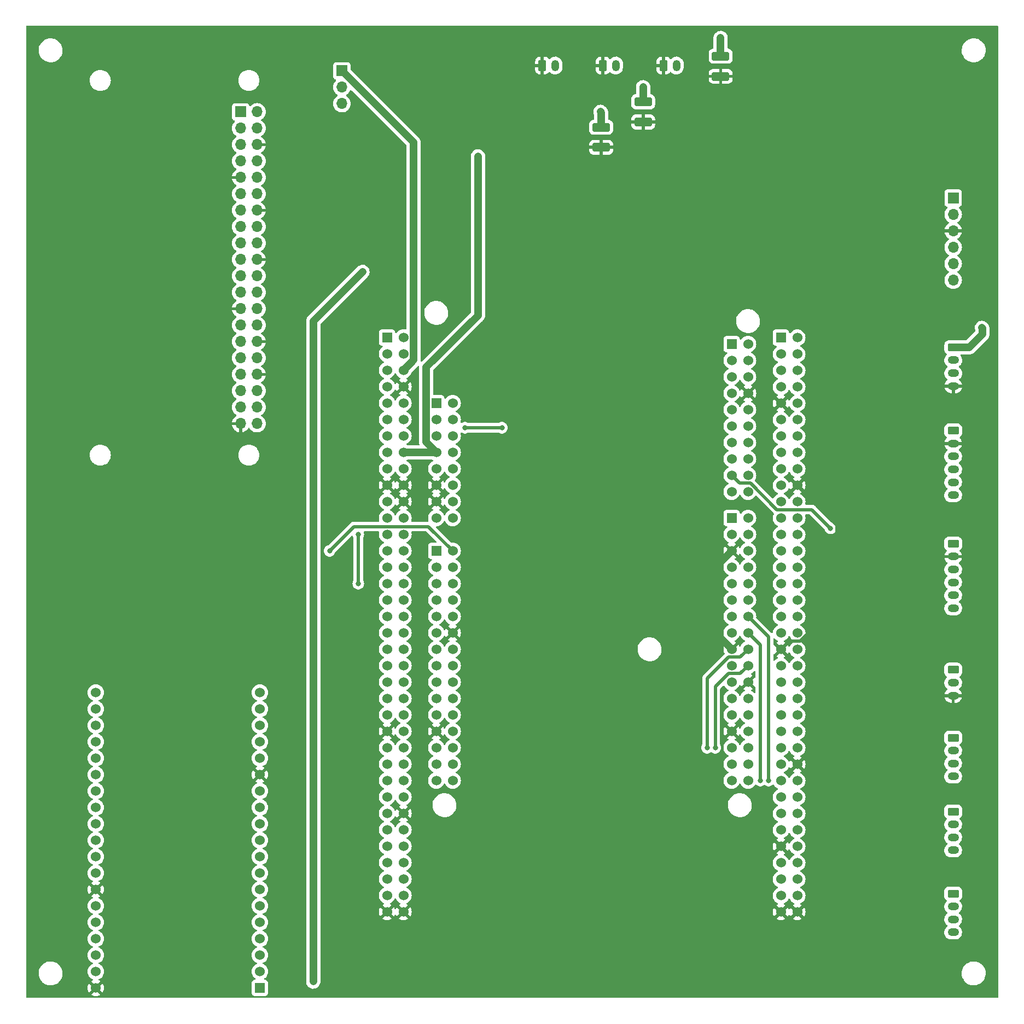
<source format=gbl>
G04 #@! TF.GenerationSoftware,KiCad,Pcbnew,7.0.10*
G04 #@! TF.CreationDate,2024-03-01T12:45:03+01:00*
G04 #@! TF.ProjectId,zapdos,7a617064-6f73-42e6-9b69-6361645f7063,rev?*
G04 #@! TF.SameCoordinates,Original*
G04 #@! TF.FileFunction,Copper,L2,Bot*
G04 #@! TF.FilePolarity,Positive*
%FSLAX46Y46*%
G04 Gerber Fmt 4.6, Leading zero omitted, Abs format (unit mm)*
G04 Created by KiCad (PCBNEW 7.0.10) date 2024-03-01 12:45:03*
%MOMM*%
%LPD*%
G01*
G04 APERTURE LIST*
G04 Aperture macros list*
%AMRoundRect*
0 Rectangle with rounded corners*
0 $1 Rounding radius*
0 $2 $3 $4 $5 $6 $7 $8 $9 X,Y pos of 4 corners*
0 Add a 4 corners polygon primitive as box body*
4,1,4,$2,$3,$4,$5,$6,$7,$8,$9,$2,$3,0*
0 Add four circle primitives for the rounded corners*
1,1,$1+$1,$2,$3*
1,1,$1+$1,$4,$5*
1,1,$1+$1,$6,$7*
1,1,$1+$1,$8,$9*
0 Add four rect primitives between the rounded corners*
20,1,$1+$1,$2,$3,$4,$5,0*
20,1,$1+$1,$4,$5,$6,$7,0*
20,1,$1+$1,$6,$7,$8,$9,0*
20,1,$1+$1,$8,$9,$2,$3,0*%
G04 Aperture macros list end*
G04 #@! TA.AperFunction,ComponentPad*
%ADD10RoundRect,0.250000X-0.625000X0.350000X-0.625000X-0.350000X0.625000X-0.350000X0.625000X0.350000X0*%
G04 #@! TD*
G04 #@! TA.AperFunction,ComponentPad*
%ADD11O,1.750000X1.200000*%
G04 #@! TD*
G04 #@! TA.AperFunction,ComponentPad*
%ADD12R,1.530000X1.530000*%
G04 #@! TD*
G04 #@! TA.AperFunction,ComponentPad*
%ADD13C,1.530000*%
G04 #@! TD*
G04 #@! TA.AperFunction,SMDPad,CuDef*
%ADD14RoundRect,0.250000X-1.100000X0.412500X-1.100000X-0.412500X1.100000X-0.412500X1.100000X0.412500X0*%
G04 #@! TD*
G04 #@! TA.AperFunction,ComponentPad*
%ADD15R,1.700000X1.700000*%
G04 #@! TD*
G04 #@! TA.AperFunction,ComponentPad*
%ADD16O,1.700000X1.700000*%
G04 #@! TD*
G04 #@! TA.AperFunction,ComponentPad*
%ADD17RoundRect,0.250000X-0.350000X-0.625000X0.350000X-0.625000X0.350000X0.625000X-0.350000X0.625000X0*%
G04 #@! TD*
G04 #@! TA.AperFunction,ComponentPad*
%ADD18O,1.200000X1.750000*%
G04 #@! TD*
G04 #@! TA.AperFunction,ViaPad*
%ADD19C,0.800000*%
G04 #@! TD*
G04 #@! TA.AperFunction,Conductor*
%ADD20C,1.200000*%
G04 #@! TD*
G04 #@! TA.AperFunction,Conductor*
%ADD21C,0.500000*%
G04 #@! TD*
G04 APERTURE END LIST*
D10*
X174000000Y-72000000D03*
D11*
X174000000Y-74000000D03*
X174000000Y-76000000D03*
X174000000Y-78000000D03*
D12*
X66675000Y-171165000D03*
D13*
X66675000Y-168625000D03*
X66675000Y-166085000D03*
X66675000Y-163545000D03*
X66675000Y-161005000D03*
X66675000Y-158465000D03*
X66675000Y-155925000D03*
X66675000Y-153385000D03*
X66675000Y-150845000D03*
X66675000Y-148305000D03*
X66675000Y-145765000D03*
X66675000Y-143225000D03*
X66675000Y-140685000D03*
X66675000Y-138145000D03*
X66675000Y-135605000D03*
X66675000Y-133065000D03*
X66675000Y-130525000D03*
X66675000Y-127985000D03*
X66675000Y-125445000D03*
X41275000Y-125445000D03*
X41275000Y-127985000D03*
X41275000Y-130525000D03*
X41275000Y-133065000D03*
X41275000Y-135605000D03*
X41275000Y-138145000D03*
X41275000Y-140685000D03*
X41275000Y-143225000D03*
X41275000Y-145765000D03*
X41275000Y-148305000D03*
X41275000Y-150845000D03*
X41275000Y-153385000D03*
X41275000Y-155925000D03*
X41275000Y-158465000D03*
X41275000Y-161005000D03*
X41275000Y-163545000D03*
X41275000Y-166085000D03*
X41275000Y-168625000D03*
X41275000Y-171165000D03*
D14*
X138000000Y-26937500D03*
X138000000Y-30062500D03*
X119500000Y-41062500D03*
X119500000Y-37937500D03*
X126000000Y-34000000D03*
X126000000Y-37125000D03*
D15*
X79375000Y-29210000D03*
D16*
X79375000Y-31750000D03*
X79375000Y-34290000D03*
D10*
X173990000Y-156560000D03*
D11*
X173990000Y-158560000D03*
X173990000Y-160560000D03*
X173990000Y-162560000D03*
D15*
X173990000Y-48895000D03*
D16*
X173990000Y-51435000D03*
X173990000Y-53975000D03*
X173990000Y-56515000D03*
X173990000Y-59055000D03*
X173990000Y-61595000D03*
D10*
X173990000Y-132430000D03*
D11*
X173990000Y-134430000D03*
X173990000Y-136430000D03*
X173990000Y-138430000D03*
D17*
X129175000Y-28390000D03*
D18*
X131175000Y-28390000D03*
D10*
X173990000Y-121920000D03*
D11*
X173990000Y-123920000D03*
X173990000Y-125920000D03*
D10*
X173990000Y-84900000D03*
D11*
X173990000Y-86900000D03*
X173990000Y-88900000D03*
X173990000Y-90900000D03*
X173990000Y-92900000D03*
X173990000Y-94900000D03*
D10*
X173990000Y-102395000D03*
D11*
X173990000Y-104395000D03*
X173990000Y-106395000D03*
X173990000Y-108395000D03*
X173990000Y-110395000D03*
X173990000Y-112395000D03*
D17*
X119785000Y-28390000D03*
D18*
X121785000Y-28390000D03*
D17*
X110395000Y-28390000D03*
D18*
X112395000Y-28390000D03*
D15*
X63700000Y-35560000D03*
D16*
X66240000Y-35560000D03*
X63700000Y-38100000D03*
X66240000Y-38100000D03*
X63700000Y-40640000D03*
X66240000Y-40640000D03*
X63700000Y-43180000D03*
X66240000Y-43180000D03*
X63700000Y-45720000D03*
X66240000Y-45720000D03*
X63700000Y-48260000D03*
X66240000Y-48260000D03*
X63700000Y-50800000D03*
X66240000Y-50800000D03*
X63700000Y-53340000D03*
X66240000Y-53340000D03*
X63700000Y-55880000D03*
X66240000Y-55880000D03*
X63700000Y-58420000D03*
X66240000Y-58420000D03*
X63700000Y-60960000D03*
X66240000Y-60960000D03*
X63700000Y-63500000D03*
X66240000Y-63500000D03*
X63700000Y-66040000D03*
X66240000Y-66040000D03*
X63700000Y-68580000D03*
X66240000Y-68580000D03*
X63700000Y-71120000D03*
X66240000Y-71120000D03*
X63700000Y-73660000D03*
X66240000Y-73660000D03*
X63700000Y-76200000D03*
X66240000Y-76200000D03*
X63700000Y-78740000D03*
X66240000Y-78740000D03*
X63700000Y-81280000D03*
X66240000Y-81280000D03*
X63700000Y-83820000D03*
X66240000Y-83820000D03*
D12*
X139700000Y-71501000D03*
D13*
X142240000Y-71501000D03*
X139700000Y-74041000D03*
X142240000Y-74041000D03*
X139700000Y-76581000D03*
X142240000Y-76581000D03*
X139700000Y-79121000D03*
X142240000Y-79121000D03*
X139700000Y-81661000D03*
X142240000Y-81661000D03*
X139700000Y-84201000D03*
X142240000Y-84201000D03*
X139700000Y-86741000D03*
X142240000Y-86741000D03*
X139700000Y-89281000D03*
X142240000Y-89281000D03*
X139700000Y-91821000D03*
X142240000Y-91821000D03*
X139700000Y-94361000D03*
X142240000Y-94361000D03*
D12*
X93980000Y-80645000D03*
D13*
X96520000Y-80645000D03*
X93980000Y-83185000D03*
X96520000Y-83185000D03*
X93980000Y-85725000D03*
X96520000Y-85725000D03*
X93980000Y-88265000D03*
X96520000Y-88265000D03*
X93980000Y-90805000D03*
X96520000Y-90805000D03*
X93980000Y-93345000D03*
X96520000Y-93345000D03*
X93980000Y-95885000D03*
X96520000Y-95885000D03*
X93980000Y-98425000D03*
X96520000Y-98425000D03*
D12*
X93980000Y-103505000D03*
D13*
X96520000Y-103505000D03*
X93980000Y-106045000D03*
X96520000Y-106045000D03*
X93980000Y-108585000D03*
X96520000Y-108585000D03*
X93980000Y-111125000D03*
X96520000Y-111125000D03*
X93980000Y-113665000D03*
X96520000Y-113665000D03*
X93980000Y-116205000D03*
X96520000Y-116205000D03*
X93980000Y-118745000D03*
X96520000Y-118745000D03*
X93980000Y-121285000D03*
X96520000Y-121285000D03*
X93980000Y-123825000D03*
X96520000Y-123825000D03*
X93980000Y-126365000D03*
X96520000Y-126365000D03*
X93980000Y-128905000D03*
X96520000Y-128905000D03*
X93980000Y-131445000D03*
X96520000Y-131445000D03*
X93980000Y-133985000D03*
X96520000Y-133985000D03*
X93980000Y-136525000D03*
X96520000Y-136525000D03*
X93980000Y-139065000D03*
X96520000Y-139065000D03*
D12*
X139700000Y-98425000D03*
D13*
X142240000Y-98425000D03*
X139700000Y-100965000D03*
X142240000Y-100965000D03*
X139700000Y-103505000D03*
X142240000Y-103505000D03*
X139700000Y-106045000D03*
X142240000Y-106045000D03*
X139700000Y-108585000D03*
X142240000Y-108585000D03*
X139700000Y-111125000D03*
X142240000Y-111125000D03*
X139700000Y-113665000D03*
X142240000Y-113665000D03*
X139700000Y-116205000D03*
X142240000Y-116205000D03*
X139700000Y-118745000D03*
X142240000Y-118745000D03*
X139700000Y-121285000D03*
X142240000Y-121285000D03*
X139700000Y-123825000D03*
X142240000Y-123825000D03*
X139700000Y-126365000D03*
X142240000Y-126365000D03*
X139700000Y-128905000D03*
X142240000Y-128905000D03*
X139700000Y-131445000D03*
X142240000Y-131445000D03*
X139700000Y-133985000D03*
X142240000Y-133985000D03*
X139700000Y-136525000D03*
X142240000Y-136525000D03*
X139700000Y-139065000D03*
X142240000Y-139065000D03*
D12*
X86360000Y-70485000D03*
D13*
X88900000Y-70485000D03*
X86360000Y-73025000D03*
X88900000Y-73025000D03*
X86360000Y-75565000D03*
X88900000Y-75565000D03*
X86360000Y-78105000D03*
X88900000Y-78105000D03*
X86360000Y-80645000D03*
X88900000Y-80645000D03*
X86360000Y-83185000D03*
X88900000Y-83185000D03*
X86360000Y-85725000D03*
X88900000Y-85725000D03*
X86360000Y-88265000D03*
X88900000Y-88265000D03*
X86360000Y-90805000D03*
X88900000Y-90805000D03*
X86360000Y-93345000D03*
X88900000Y-93345000D03*
X86360000Y-95885000D03*
X88900000Y-95885000D03*
X86360000Y-98425000D03*
X88900000Y-98425000D03*
X86360000Y-100965000D03*
X88900000Y-100965000D03*
X86360000Y-103505000D03*
X88900000Y-103505000D03*
X86360000Y-106045000D03*
X88900000Y-106045000D03*
X86360000Y-108585000D03*
X88900000Y-108585000D03*
X86360000Y-111125000D03*
X88900000Y-111125000D03*
X86360000Y-113665000D03*
X88900000Y-113665000D03*
X86360000Y-116205000D03*
X88900000Y-116205000D03*
X86360000Y-118745000D03*
X88900000Y-118745000D03*
X86360000Y-121285000D03*
X88900000Y-121285000D03*
X86360000Y-123825000D03*
X88900000Y-123825000D03*
X86360000Y-126365000D03*
X88900000Y-126365000D03*
X86360000Y-128905000D03*
X88900000Y-128905000D03*
X86360000Y-131445000D03*
X88900000Y-131445000D03*
X86360000Y-133985000D03*
X88900000Y-133985000D03*
X86360000Y-136525000D03*
X88900000Y-136525000D03*
X86360000Y-139065000D03*
X88900000Y-139065000D03*
X86360000Y-141605000D03*
X88900000Y-141605000D03*
X86360000Y-144145000D03*
X88900000Y-144145000D03*
X86360000Y-146685000D03*
X88900000Y-146685000D03*
X86360000Y-149225000D03*
X88900000Y-149225000D03*
X86360000Y-151765000D03*
X88900000Y-151765000D03*
X86360000Y-154305000D03*
X88900000Y-154305000D03*
X86360000Y-156845000D03*
X88900000Y-156845000D03*
X86360000Y-159385000D03*
X88900000Y-159385000D03*
D12*
X147320000Y-70505000D03*
D13*
X149860000Y-70505000D03*
X147320000Y-73045000D03*
X149860000Y-73045000D03*
X147320000Y-75585000D03*
X149860000Y-75585000D03*
X147320000Y-78125000D03*
X149860000Y-78125000D03*
X147320000Y-80665000D03*
X149860000Y-80665000D03*
X147320000Y-83205000D03*
X149860000Y-83205000D03*
X147320000Y-85745000D03*
X149860000Y-85745000D03*
X147320000Y-88285000D03*
X149860000Y-88285000D03*
X147320000Y-90825000D03*
X149860000Y-90825000D03*
X147320000Y-93365000D03*
X149860000Y-93365000D03*
X147320000Y-95905000D03*
X149860000Y-95905000D03*
X147320000Y-98445000D03*
X149860000Y-98445000D03*
X147320000Y-100985000D03*
X149860000Y-100985000D03*
X147320000Y-103525000D03*
X149860000Y-103525000D03*
X147320000Y-106065000D03*
X149860000Y-106065000D03*
X147320000Y-108605000D03*
X149860000Y-108605000D03*
X147320000Y-111145000D03*
X149860000Y-111145000D03*
X147320000Y-113685000D03*
X149860000Y-113685000D03*
X147320000Y-116225000D03*
X149860000Y-116225000D03*
X147320000Y-118765000D03*
X149860000Y-118765000D03*
X147320000Y-121305000D03*
X149860000Y-121305000D03*
X147320000Y-123845000D03*
X149860000Y-123845000D03*
X147320000Y-126385000D03*
X149860000Y-126385000D03*
X147320000Y-128925000D03*
X149860000Y-128925000D03*
X147320000Y-131465000D03*
X149860000Y-131465000D03*
X147320000Y-134005000D03*
X149860000Y-134005000D03*
X147320000Y-136545000D03*
X149860000Y-136545000D03*
X147320000Y-139085000D03*
X149860000Y-139085000D03*
X147320000Y-141625000D03*
X149860000Y-141625000D03*
X147320000Y-144165000D03*
X149860000Y-144165000D03*
X147320000Y-146705000D03*
X149860000Y-146705000D03*
X147320000Y-149245000D03*
X149860000Y-149245000D03*
X147320000Y-151785000D03*
X149860000Y-151785000D03*
X147320000Y-154325000D03*
X149860000Y-154325000D03*
X147320000Y-156865000D03*
X149860000Y-156865000D03*
X147320000Y-159405000D03*
X149860000Y-159405000D03*
D10*
X173990000Y-143860000D03*
D11*
X173990000Y-145860000D03*
X173990000Y-147860000D03*
X173990000Y-149860000D03*
D19*
X100437500Y-42437500D03*
X178435000Y-69000000D03*
X119380000Y-35560000D03*
X138000000Y-24130000D03*
X126000000Y-31750000D03*
X104140000Y-84455000D03*
X98420594Y-84450594D03*
X82550000Y-60325000D03*
X74930000Y-170180000D03*
X77470000Y-103505000D03*
X81915000Y-108585000D03*
X81915000Y-100965000D03*
X145415000Y-139065000D03*
X144145000Y-139065000D03*
X135890000Y-133985000D03*
X137160000Y-133985000D03*
X155000000Y-100000000D03*
D20*
X92415000Y-75085000D02*
X100437500Y-67062500D01*
X93980000Y-88265000D02*
X92415000Y-86700000D01*
X92415000Y-86700000D02*
X92415000Y-75085000D01*
X100437500Y-67062500D02*
X100437500Y-42437500D01*
X93980000Y-88265000D02*
X88900000Y-88265000D01*
X176500000Y-72000000D02*
X178500000Y-70000000D01*
X174000000Y-72000000D02*
X176500000Y-72000000D01*
X178500000Y-70000000D02*
X178500000Y-69065000D01*
X178500000Y-69065000D02*
X178435000Y-69000000D01*
D21*
X147320000Y-118765000D02*
X148585000Y-117500000D01*
X148585000Y-117500000D02*
X150303270Y-117500000D01*
X156000000Y-111803270D02*
X156000000Y-99505000D01*
X150303270Y-117500000D02*
X156000000Y-111803270D01*
X156000000Y-99505000D02*
X149860000Y-93365000D01*
D20*
X139700000Y-118745000D02*
X136500000Y-115545000D01*
X136500000Y-115545000D02*
X136500000Y-106705000D01*
X136500000Y-106705000D02*
X139700000Y-103505000D01*
X119500000Y-37937500D02*
X119500000Y-35680000D01*
X119500000Y-35680000D02*
X119380000Y-35560000D01*
X138000000Y-26937500D02*
X138000000Y-24130000D01*
X126000000Y-34000000D02*
X126000000Y-31750000D01*
D21*
X98420594Y-84450594D02*
X104135594Y-84450594D01*
X104135594Y-84450594D02*
X104140000Y-84455000D01*
D20*
X74930000Y-170180000D02*
X74930000Y-86995000D01*
X74930000Y-86995000D02*
X74930000Y-67945000D01*
X82550000Y-60325000D02*
X74930000Y-67945000D01*
D21*
X92765000Y-99750000D02*
X81225000Y-99750000D01*
X96520000Y-103505000D02*
X92765000Y-99750000D01*
X81225000Y-99750000D02*
X77470000Y-103505000D01*
D20*
X90465000Y-40300000D02*
X79375000Y-29210000D01*
X90465000Y-74000000D02*
X90465000Y-40300000D01*
X88900000Y-75565000D02*
X90465000Y-74000000D01*
D21*
X81915000Y-108585000D02*
X81915000Y-100965000D01*
X145415000Y-139065000D02*
X145415000Y-116840000D01*
X145415000Y-116840000D02*
X142240000Y-113665000D01*
X144145000Y-139065000D02*
X144145000Y-118110000D01*
X144145000Y-118110000D02*
X142240000Y-116205000D01*
X141025000Y-119960000D02*
X142240000Y-118745000D01*
X135890000Y-133985000D02*
X135890000Y-123266730D01*
X135890000Y-123266730D02*
X139196730Y-119960000D01*
X139196730Y-119960000D02*
X141025000Y-119960000D01*
X139196730Y-122500000D02*
X141025000Y-122500000D01*
X141025000Y-122500000D02*
X142240000Y-121285000D01*
X137160000Y-133985000D02*
X137160000Y-124536730D01*
X137160000Y-124536730D02*
X139196730Y-122500000D01*
X152120000Y-97120000D02*
X150000000Y-97120000D01*
X142633270Y-93036000D02*
X140915000Y-93036000D01*
X140915000Y-93036000D02*
X139700000Y-91821000D01*
X150000000Y-97120000D02*
X146717270Y-97120000D01*
X146717270Y-97120000D02*
X142633270Y-93036000D01*
X155000000Y-100000000D02*
X152120000Y-97120000D01*
G04 #@! TA.AperFunction,Conductor*
G36*
X148657864Y-157325531D02*
G01*
X148702381Y-157376907D01*
X148759858Y-157500167D01*
X148886868Y-157681555D01*
X149043445Y-157838132D01*
X149224833Y-157965142D01*
X149348682Y-158022893D01*
X149401122Y-158069065D01*
X149420274Y-158136258D01*
X149400059Y-158203139D01*
X149348683Y-158247657D01*
X149225084Y-158305293D01*
X149159657Y-158351104D01*
X149718634Y-158910081D01*
X149714839Y-158910627D01*
X149581438Y-158971549D01*
X149470605Y-159067587D01*
X149391318Y-159190960D01*
X149368866Y-159267419D01*
X148806104Y-158704657D01*
X148760293Y-158770084D01*
X148702382Y-158894275D01*
X148656210Y-158946714D01*
X148589016Y-158965866D01*
X148522135Y-158945650D01*
X148477618Y-158894275D01*
X148419707Y-158770085D01*
X148419706Y-158770083D01*
X148373894Y-158704657D01*
X148373894Y-158704656D01*
X147811132Y-159267418D01*
X147788682Y-159190960D01*
X147709395Y-159067587D01*
X147598562Y-158971549D01*
X147465161Y-158910627D01*
X147461366Y-158910081D01*
X148020342Y-158351105D01*
X148020341Y-158351103D01*
X147954919Y-158305295D01*
X147831316Y-158247657D01*
X147778877Y-158201484D01*
X147759725Y-158134291D01*
X147779941Y-158067410D01*
X147831312Y-158022895D01*
X147955167Y-157965142D01*
X148136555Y-157838132D01*
X148293132Y-157681555D01*
X148420142Y-157500167D01*
X148477618Y-157376907D01*
X148523790Y-157324468D01*
X148590983Y-157305316D01*
X148657864Y-157325531D01*
G37*
G04 #@! TD.AperFunction*
G04 #@! TA.AperFunction,Conductor*
G36*
X148373894Y-149945342D02*
G01*
X148419707Y-149879914D01*
X148419708Y-149879912D01*
X148477342Y-149756317D01*
X148523514Y-149703877D01*
X148590707Y-149684725D01*
X148657589Y-149704941D01*
X148702106Y-149756317D01*
X148725927Y-149807401D01*
X148759858Y-149880167D01*
X148886868Y-150061555D01*
X149043445Y-150218132D01*
X149224833Y-150345142D01*
X149286828Y-150374050D01*
X149348091Y-150402618D01*
X149400531Y-150448790D01*
X149419683Y-150515983D01*
X149399467Y-150582865D01*
X149348091Y-150627382D01*
X149224836Y-150684856D01*
X149224834Y-150684857D01*
X149043444Y-150811868D01*
X148886868Y-150968444D01*
X148759857Y-151149834D01*
X148759856Y-151149836D01*
X148702382Y-151273091D01*
X148656210Y-151325531D01*
X148589017Y-151344683D01*
X148522135Y-151324467D01*
X148477618Y-151273091D01*
X148420143Y-151149836D01*
X148420142Y-151149834D01*
X148420142Y-151149833D01*
X148293132Y-150968445D01*
X148136555Y-150811868D01*
X147955167Y-150684858D01*
X147955163Y-150684856D01*
X147831317Y-150627106D01*
X147778877Y-150580934D01*
X147759725Y-150513741D01*
X147779941Y-150446859D01*
X147831317Y-150402342D01*
X147954912Y-150344708D01*
X147954914Y-150344707D01*
X148020342Y-150298894D01*
X147461366Y-149739918D01*
X147465161Y-149739373D01*
X147598562Y-149678451D01*
X147709395Y-149582413D01*
X147788682Y-149459040D01*
X147811133Y-149382580D01*
X148373894Y-149945342D01*
G37*
G04 #@! TD.AperFunction*
G04 #@! TA.AperFunction,Conductor*
G36*
X148657864Y-147165531D02*
G01*
X148702381Y-147216907D01*
X148759858Y-147340167D01*
X148886868Y-147521555D01*
X149043445Y-147678132D01*
X149224833Y-147805142D01*
X149286828Y-147834050D01*
X149348091Y-147862618D01*
X149400531Y-147908790D01*
X149419683Y-147975983D01*
X149399467Y-148042865D01*
X149348091Y-148087382D01*
X149224836Y-148144856D01*
X149224834Y-148144857D01*
X149043444Y-148271868D01*
X148886868Y-148428444D01*
X148759857Y-148609833D01*
X148702106Y-148733683D01*
X148655934Y-148786122D01*
X148588740Y-148805274D01*
X148521859Y-148785058D01*
X148477342Y-148733683D01*
X148419707Y-148610085D01*
X148419706Y-148610083D01*
X148373894Y-148544657D01*
X148373894Y-148544656D01*
X147811132Y-149107418D01*
X147788682Y-149030960D01*
X147709395Y-148907587D01*
X147598562Y-148811549D01*
X147465161Y-148750627D01*
X147461366Y-148750081D01*
X148020342Y-148191105D01*
X148020341Y-148191103D01*
X147954919Y-148145295D01*
X147831316Y-148087657D01*
X147778877Y-148041484D01*
X147759725Y-147974291D01*
X147779941Y-147907410D01*
X147831312Y-147862895D01*
X147955167Y-147805142D01*
X148136555Y-147678132D01*
X148293132Y-147521555D01*
X148420142Y-147340167D01*
X148477618Y-147216907D01*
X148523790Y-147164468D01*
X148590983Y-147145316D01*
X148657864Y-147165531D01*
G37*
G04 #@! TD.AperFunction*
G04 #@! TA.AperFunction,Conductor*
G36*
X149391318Y-136759040D02*
G01*
X149470605Y-136882413D01*
X149581438Y-136978451D01*
X149714839Y-137039373D01*
X149718633Y-137039918D01*
X149159656Y-137598894D01*
X149225083Y-137644706D01*
X149225085Y-137644707D01*
X149348683Y-137702342D01*
X149401122Y-137748514D01*
X149420274Y-137815708D01*
X149400058Y-137882589D01*
X149348683Y-137927106D01*
X149224833Y-137984857D01*
X149043444Y-138111868D01*
X148886868Y-138268444D01*
X148759857Y-138449834D01*
X148759856Y-138449836D01*
X148702382Y-138573091D01*
X148656210Y-138625531D01*
X148589017Y-138644683D01*
X148522135Y-138624467D01*
X148477618Y-138573091D01*
X148420143Y-138449836D01*
X148420142Y-138449834D01*
X148420142Y-138449833D01*
X148293132Y-138268445D01*
X148136555Y-138111868D01*
X147955167Y-137984858D01*
X147912276Y-137964858D01*
X147831908Y-137927382D01*
X147779468Y-137881210D01*
X147760316Y-137814017D01*
X147780531Y-137747136D01*
X147831908Y-137702618D01*
X147832500Y-137702342D01*
X147955167Y-137645142D01*
X148136555Y-137518132D01*
X148293132Y-137361555D01*
X148420142Y-137180167D01*
X148477895Y-137056312D01*
X148524064Y-137003878D01*
X148591258Y-136984725D01*
X148658139Y-137004940D01*
X148702657Y-137056316D01*
X148760295Y-137179919D01*
X148806103Y-137245341D01*
X148806105Y-137245342D01*
X149368866Y-136682580D01*
X149391318Y-136759040D01*
G37*
G04 #@! TD.AperFunction*
G04 #@! TA.AperFunction,Conductor*
G36*
X148657864Y-134465531D02*
G01*
X148702382Y-134516908D01*
X148735218Y-134587327D01*
X148759858Y-134640167D01*
X148886868Y-134821555D01*
X149043445Y-134978132D01*
X149224833Y-135105142D01*
X149348682Y-135162893D01*
X149401122Y-135209065D01*
X149420274Y-135276258D01*
X149400059Y-135343139D01*
X149348683Y-135387657D01*
X149225084Y-135445293D01*
X149159657Y-135491104D01*
X149718634Y-136050081D01*
X149714839Y-136050627D01*
X149581438Y-136111549D01*
X149470605Y-136207587D01*
X149391318Y-136330960D01*
X149368866Y-136407419D01*
X148806104Y-135844657D01*
X148760293Y-135910084D01*
X148702657Y-136033683D01*
X148656484Y-136086122D01*
X148589290Y-136105274D01*
X148522409Y-136085058D01*
X148477893Y-136033682D01*
X148474500Y-136026405D01*
X148420142Y-135909833D01*
X148293132Y-135728445D01*
X148136555Y-135571868D01*
X147955167Y-135444858D01*
X147912276Y-135424858D01*
X147831908Y-135387382D01*
X147779468Y-135341210D01*
X147760316Y-135274017D01*
X147780531Y-135207136D01*
X147831908Y-135162618D01*
X147955167Y-135105142D01*
X148136555Y-134978132D01*
X148293132Y-134821555D01*
X148420142Y-134640167D01*
X148477618Y-134516907D01*
X148523790Y-134464468D01*
X148590983Y-134445316D01*
X148657864Y-134465531D01*
G37*
G04 #@! TD.AperFunction*
G04 #@! TA.AperFunction,Conductor*
G36*
X140753894Y-132145342D02*
G01*
X140799707Y-132079914D01*
X140799708Y-132079912D01*
X140857342Y-131956317D01*
X140903514Y-131903877D01*
X140970707Y-131884725D01*
X141037589Y-131904941D01*
X141082106Y-131956317D01*
X141116457Y-132029983D01*
X141139858Y-132080167D01*
X141266868Y-132261555D01*
X141423445Y-132418132D01*
X141604833Y-132545142D01*
X141647724Y-132565142D01*
X141728091Y-132602618D01*
X141780531Y-132648790D01*
X141799683Y-132715983D01*
X141779467Y-132782865D01*
X141728091Y-132827382D01*
X141604836Y-132884856D01*
X141604834Y-132884857D01*
X141423444Y-133011868D01*
X141266868Y-133168444D01*
X141139857Y-133349834D01*
X141139856Y-133349836D01*
X141082382Y-133473091D01*
X141036210Y-133525531D01*
X140969017Y-133544683D01*
X140902135Y-133524467D01*
X140857618Y-133473091D01*
X140829044Y-133411814D01*
X140800142Y-133349833D01*
X140673132Y-133168445D01*
X140516555Y-133011868D01*
X140335167Y-132884858D01*
X140248434Y-132844414D01*
X140211317Y-132827106D01*
X140158877Y-132780934D01*
X140139725Y-132713741D01*
X140159941Y-132646859D01*
X140211317Y-132602342D01*
X140334912Y-132544708D01*
X140334914Y-132544707D01*
X140400342Y-132498894D01*
X139841366Y-131939918D01*
X139845161Y-131939373D01*
X139978562Y-131878451D01*
X140089395Y-131782413D01*
X140168682Y-131659040D01*
X140191132Y-131582580D01*
X140753894Y-132145342D01*
G37*
G04 #@! TD.AperFunction*
G04 #@! TA.AperFunction,Conductor*
G36*
X141037864Y-129365531D02*
G01*
X141082381Y-129416907D01*
X141139858Y-129540167D01*
X141266868Y-129721555D01*
X141423445Y-129878132D01*
X141604833Y-130005142D01*
X141647724Y-130025142D01*
X141728091Y-130062618D01*
X141780531Y-130108790D01*
X141799683Y-130175983D01*
X141779467Y-130242865D01*
X141728091Y-130287382D01*
X141604836Y-130344856D01*
X141604834Y-130344857D01*
X141423444Y-130471868D01*
X141266868Y-130628444D01*
X141139857Y-130809833D01*
X141082106Y-130933683D01*
X141035934Y-130986122D01*
X140968740Y-131005274D01*
X140901859Y-130985058D01*
X140857342Y-130933683D01*
X140799707Y-130810085D01*
X140799706Y-130810083D01*
X140753894Y-130744657D01*
X140753894Y-130744656D01*
X140191132Y-131307418D01*
X140168682Y-131230960D01*
X140089395Y-131107587D01*
X139978562Y-131011549D01*
X139845161Y-130950627D01*
X139841366Y-130950081D01*
X140400342Y-130391105D01*
X140400341Y-130391103D01*
X140334919Y-130345295D01*
X140211316Y-130287657D01*
X140158877Y-130241484D01*
X140139725Y-130174291D01*
X140159941Y-130107410D01*
X140211312Y-130062895D01*
X140335167Y-130005142D01*
X140516555Y-129878132D01*
X140673132Y-129721555D01*
X140800142Y-129540167D01*
X140857618Y-129416907D01*
X140903790Y-129364468D01*
X140970983Y-129345316D01*
X141037864Y-129365531D01*
G37*
G04 #@! TD.AperFunction*
G04 #@! TA.AperFunction,Conductor*
G36*
X141771318Y-124039040D02*
G01*
X141850605Y-124162413D01*
X141961438Y-124258451D01*
X142094839Y-124319373D01*
X142098633Y-124319918D01*
X141539656Y-124878894D01*
X141605083Y-124924706D01*
X141605085Y-124924707D01*
X141728683Y-124982342D01*
X141781122Y-125028514D01*
X141800274Y-125095708D01*
X141780058Y-125162589D01*
X141728683Y-125207106D01*
X141604833Y-125264857D01*
X141423444Y-125391868D01*
X141266868Y-125548444D01*
X141139857Y-125729834D01*
X141139856Y-125729836D01*
X141082382Y-125853091D01*
X141036210Y-125905531D01*
X140969017Y-125924683D01*
X140902135Y-125904467D01*
X140857618Y-125853091D01*
X140809469Y-125749836D01*
X140800142Y-125729833D01*
X140673132Y-125548445D01*
X140516555Y-125391868D01*
X140335167Y-125264858D01*
X140211907Y-125207381D01*
X140159468Y-125161210D01*
X140140316Y-125094017D01*
X140160531Y-125027136D01*
X140211908Y-124982618D01*
X140215968Y-124980725D01*
X140335167Y-124925142D01*
X140516555Y-124798132D01*
X140673132Y-124641555D01*
X140800142Y-124460167D01*
X140857895Y-124336312D01*
X140904064Y-124283878D01*
X140971258Y-124264725D01*
X141038139Y-124284940D01*
X141082657Y-124336316D01*
X141140295Y-124459919D01*
X141186103Y-124525341D01*
X141186104Y-124525342D01*
X141748866Y-123962579D01*
X141771318Y-124039040D01*
G37*
G04 #@! TD.AperFunction*
G04 #@! TA.AperFunction,Conductor*
G36*
X143306240Y-124537688D02*
G01*
X143328189Y-124542099D01*
X143378374Y-124590712D01*
X143394500Y-124651862D01*
X143394500Y-125430451D01*
X143374815Y-125497490D01*
X143322011Y-125543245D01*
X143252853Y-125553189D01*
X143189297Y-125524164D01*
X143182819Y-125518132D01*
X143056555Y-125391868D01*
X143021743Y-125367492D01*
X142875167Y-125264858D01*
X142788434Y-125224414D01*
X142751317Y-125207106D01*
X142698877Y-125160934D01*
X142679725Y-125093741D01*
X142699941Y-125026859D01*
X142751317Y-124982342D01*
X142874912Y-124924708D01*
X142874914Y-124924707D01*
X142940342Y-124878894D01*
X142381366Y-124319918D01*
X142385161Y-124319373D01*
X142518562Y-124258451D01*
X142629395Y-124162413D01*
X142708682Y-124039040D01*
X142731133Y-123962580D01*
X143306240Y-124537688D01*
G37*
G04 #@! TD.AperFunction*
G04 #@! TA.AperFunction,Conductor*
G36*
X143313834Y-122103367D02*
G01*
X143369767Y-122145239D01*
X143394184Y-122210703D01*
X143394500Y-122219549D01*
X143394500Y-122998136D01*
X143374815Y-123065175D01*
X143322011Y-123110930D01*
X143304626Y-123113924D01*
X142731132Y-123687418D01*
X142708682Y-123610960D01*
X142629395Y-123487587D01*
X142518562Y-123391549D01*
X142385161Y-123330627D01*
X142381364Y-123330081D01*
X142940342Y-122771104D01*
X142940341Y-122771103D01*
X142874919Y-122725295D01*
X142751316Y-122667657D01*
X142698877Y-122621484D01*
X142679725Y-122554291D01*
X142699941Y-122487410D01*
X142751312Y-122442895D01*
X142875167Y-122385142D01*
X143056555Y-122258132D01*
X143182819Y-122131868D01*
X143244142Y-122098383D01*
X143313834Y-122103367D01*
G37*
G04 #@! TD.AperFunction*
G04 #@! TA.AperFunction,Conductor*
G36*
X148373894Y-119465342D02*
G01*
X148419707Y-119399914D01*
X148419708Y-119399912D01*
X148477342Y-119276317D01*
X148523514Y-119223877D01*
X148590707Y-119204725D01*
X148657589Y-119224941D01*
X148702106Y-119276317D01*
X148759739Y-119399912D01*
X148759858Y-119400167D01*
X148886868Y-119581555D01*
X149043445Y-119738132D01*
X149224833Y-119865142D01*
X149286828Y-119894050D01*
X149348091Y-119922618D01*
X149400531Y-119968790D01*
X149419683Y-120035983D01*
X149399467Y-120102865D01*
X149348091Y-120147382D01*
X149224836Y-120204856D01*
X149224834Y-120204857D01*
X149043444Y-120331868D01*
X148886868Y-120488444D01*
X148759857Y-120669834D01*
X148759856Y-120669836D01*
X148702382Y-120793091D01*
X148656210Y-120845531D01*
X148589017Y-120864683D01*
X148522135Y-120844467D01*
X148477618Y-120793091D01*
X148437330Y-120706693D01*
X148420142Y-120669833D01*
X148293132Y-120488445D01*
X148136555Y-120331868D01*
X147955167Y-120204858D01*
X147955163Y-120204856D01*
X147831317Y-120147106D01*
X147778877Y-120100934D01*
X147759725Y-120033741D01*
X147779941Y-119966859D01*
X147831317Y-119922342D01*
X147954912Y-119864708D01*
X147954914Y-119864707D01*
X148020342Y-119818894D01*
X147461366Y-119259918D01*
X147465161Y-119259373D01*
X147598562Y-119198451D01*
X147709395Y-119102413D01*
X147788682Y-118979040D01*
X147811133Y-118902580D01*
X148373894Y-119465342D01*
G37*
G04 #@! TD.AperFunction*
G04 #@! TA.AperFunction,Conductor*
G36*
X146851318Y-118979040D02*
G01*
X146930605Y-119102413D01*
X147041438Y-119198451D01*
X147174839Y-119259373D01*
X147178633Y-119259918D01*
X146619656Y-119818894D01*
X146685083Y-119864706D01*
X146685085Y-119864707D01*
X146808683Y-119922342D01*
X146861122Y-119968514D01*
X146880274Y-120035708D01*
X146860058Y-120102589D01*
X146808683Y-120147106D01*
X146684833Y-120204857D01*
X146503444Y-120331868D01*
X146503441Y-120331871D01*
X146377181Y-120458132D01*
X146315858Y-120491617D01*
X146246166Y-120486633D01*
X146190233Y-120444761D01*
X146165816Y-120379297D01*
X146165500Y-120370451D01*
X146165500Y-119591862D01*
X146185185Y-119524823D01*
X146237989Y-119479068D01*
X146255373Y-119476073D01*
X146828866Y-118902579D01*
X146851318Y-118979040D01*
G37*
G04 #@! TD.AperFunction*
G04 #@! TA.AperFunction,Conductor*
G36*
X146370703Y-117065836D02*
G01*
X146377181Y-117071868D01*
X146503445Y-117198132D01*
X146684833Y-117325142D01*
X146808682Y-117382893D01*
X146861122Y-117429065D01*
X146880274Y-117496258D01*
X146860059Y-117563139D01*
X146808683Y-117607657D01*
X146685084Y-117665293D01*
X146619657Y-117711104D01*
X147178634Y-118270081D01*
X147174839Y-118270627D01*
X147041438Y-118331549D01*
X146930605Y-118427587D01*
X146851318Y-118550960D01*
X146828866Y-118627419D01*
X146253755Y-118052308D01*
X146231807Y-118047897D01*
X146181624Y-117999282D01*
X146165500Y-117938136D01*
X146165500Y-117159549D01*
X146185185Y-117092510D01*
X146237989Y-117046755D01*
X146307147Y-117036811D01*
X146370703Y-117065836D01*
G37*
G04 #@! TD.AperFunction*
G04 #@! TA.AperFunction,Conductor*
G36*
X148657864Y-116685531D02*
G01*
X148702381Y-116736907D01*
X148759858Y-116860167D01*
X148886868Y-117041555D01*
X149043445Y-117198132D01*
X149224833Y-117325142D01*
X149247709Y-117335809D01*
X149348091Y-117382618D01*
X149400531Y-117428790D01*
X149419683Y-117495983D01*
X149399467Y-117562865D01*
X149348091Y-117607382D01*
X149224836Y-117664856D01*
X149224834Y-117664857D01*
X149043444Y-117791868D01*
X148886868Y-117948444D01*
X148759857Y-118129833D01*
X148702106Y-118253683D01*
X148655934Y-118306122D01*
X148588740Y-118325274D01*
X148521859Y-118305058D01*
X148477342Y-118253683D01*
X148419707Y-118130085D01*
X148419706Y-118130083D01*
X148373894Y-118064657D01*
X148373894Y-118064656D01*
X147811132Y-118627418D01*
X147788682Y-118550960D01*
X147709395Y-118427587D01*
X147598562Y-118331549D01*
X147465161Y-118270627D01*
X147461366Y-118270081D01*
X148020342Y-117711105D01*
X148020341Y-117711103D01*
X147954919Y-117665295D01*
X147831316Y-117607657D01*
X147778877Y-117561484D01*
X147759725Y-117494291D01*
X147779941Y-117427410D01*
X147831312Y-117382895D01*
X147955167Y-117325142D01*
X148136555Y-117198132D01*
X148293132Y-117041555D01*
X148420142Y-116860167D01*
X148477618Y-116736907D01*
X148523790Y-116684468D01*
X148590983Y-116665316D01*
X148657864Y-116685531D01*
G37*
G04 #@! TD.AperFunction*
G04 #@! TA.AperFunction,Conductor*
G36*
X141037864Y-116665531D02*
G01*
X141082381Y-116716907D01*
X141139858Y-116840167D01*
X141266868Y-117021555D01*
X141423445Y-117178132D01*
X141604833Y-117305142D01*
X141647724Y-117325142D01*
X141728091Y-117362618D01*
X141780531Y-117408790D01*
X141799683Y-117475983D01*
X141779467Y-117542865D01*
X141728091Y-117587382D01*
X141604836Y-117644856D01*
X141604834Y-117644857D01*
X141423444Y-117771868D01*
X141266868Y-117928444D01*
X141139857Y-118109833D01*
X141082106Y-118233683D01*
X141035934Y-118286122D01*
X140968740Y-118305274D01*
X140901859Y-118285058D01*
X140857342Y-118233683D01*
X140799707Y-118110085D01*
X140799706Y-118110083D01*
X140753894Y-118044657D01*
X140753894Y-118044656D01*
X140191132Y-118607417D01*
X140168682Y-118530960D01*
X140089395Y-118407587D01*
X139978562Y-118311549D01*
X139845161Y-118250627D01*
X139841366Y-118250081D01*
X140400342Y-117691105D01*
X140400341Y-117691103D01*
X140334919Y-117645295D01*
X140211316Y-117587657D01*
X140158877Y-117541484D01*
X140139725Y-117474291D01*
X140159941Y-117407410D01*
X140211312Y-117362895D01*
X140335167Y-117305142D01*
X140516555Y-117178132D01*
X140673132Y-117021555D01*
X140800142Y-116840167D01*
X140857618Y-116716907D01*
X140903790Y-116664468D01*
X140970983Y-116645316D01*
X141037864Y-116665531D01*
G37*
G04 #@! TD.AperFunction*
G04 #@! TA.AperFunction,Conductor*
G36*
X140753894Y-104205342D02*
G01*
X140799707Y-104139914D01*
X140799708Y-104139912D01*
X140857342Y-104016317D01*
X140903514Y-103963877D01*
X140970707Y-103944725D01*
X141037589Y-103964941D01*
X141082106Y-104016317D01*
X141137207Y-104134482D01*
X141139858Y-104140167D01*
X141266868Y-104321555D01*
X141423445Y-104478132D01*
X141604833Y-104605142D01*
X141647724Y-104625142D01*
X141728091Y-104662618D01*
X141780531Y-104708790D01*
X141799683Y-104775983D01*
X141779467Y-104842865D01*
X141728091Y-104887382D01*
X141604836Y-104944856D01*
X141604834Y-104944857D01*
X141423444Y-105071868D01*
X141266868Y-105228444D01*
X141139857Y-105409834D01*
X141139856Y-105409836D01*
X141082382Y-105533091D01*
X141036210Y-105585531D01*
X140969017Y-105604683D01*
X140902135Y-105584467D01*
X140857618Y-105533091D01*
X140809469Y-105429836D01*
X140800142Y-105409833D01*
X140673132Y-105228445D01*
X140516555Y-105071868D01*
X140335167Y-104944858D01*
X140335163Y-104944856D01*
X140211317Y-104887106D01*
X140158877Y-104840934D01*
X140139725Y-104773741D01*
X140159941Y-104706859D01*
X140211317Y-104662342D01*
X140334912Y-104604708D01*
X140334914Y-104604707D01*
X140400342Y-104558894D01*
X139841366Y-103999918D01*
X139845161Y-103999373D01*
X139978562Y-103938451D01*
X140089395Y-103842413D01*
X140168682Y-103719040D01*
X140191132Y-103642580D01*
X140753894Y-104205342D01*
G37*
G04 #@! TD.AperFunction*
G04 #@! TA.AperFunction,Conductor*
G36*
X141037864Y-101425531D02*
G01*
X141082381Y-101476907D01*
X141139858Y-101600167D01*
X141266868Y-101781555D01*
X141423445Y-101938132D01*
X141604833Y-102065142D01*
X141647724Y-102085142D01*
X141728091Y-102122618D01*
X141780531Y-102168790D01*
X141799683Y-102235983D01*
X141779467Y-102302865D01*
X141728091Y-102347382D01*
X141604836Y-102404856D01*
X141604834Y-102404857D01*
X141423444Y-102531868D01*
X141266868Y-102688444D01*
X141139857Y-102869833D01*
X141082106Y-102993683D01*
X141035934Y-103046122D01*
X140968740Y-103065274D01*
X140901859Y-103045058D01*
X140857342Y-102993683D01*
X140799707Y-102870085D01*
X140799706Y-102870083D01*
X140753894Y-102804657D01*
X140753894Y-102804656D01*
X140191132Y-103367418D01*
X140168682Y-103290960D01*
X140089395Y-103167587D01*
X139978562Y-103071549D01*
X139845161Y-103010627D01*
X139841366Y-103010081D01*
X140400342Y-102451105D01*
X140400341Y-102451103D01*
X140334919Y-102405295D01*
X140211316Y-102347657D01*
X140158877Y-102301484D01*
X140139725Y-102234291D01*
X140159941Y-102167410D01*
X140211312Y-102122895D01*
X140335167Y-102065142D01*
X140516555Y-101938132D01*
X140673132Y-101781555D01*
X140800142Y-101600167D01*
X140857618Y-101476907D01*
X140903790Y-101424468D01*
X140970983Y-101405316D01*
X141037864Y-101425531D01*
G37*
G04 #@! TD.AperFunction*
G04 #@! TA.AperFunction,Conductor*
G36*
X149391318Y-93579040D02*
G01*
X149470605Y-93702413D01*
X149581438Y-93798451D01*
X149714839Y-93859373D01*
X149718633Y-93859918D01*
X149159656Y-94418894D01*
X149225083Y-94464706D01*
X149225085Y-94464707D01*
X149348683Y-94522342D01*
X149401122Y-94568514D01*
X149420274Y-94635708D01*
X149400058Y-94702589D01*
X149348683Y-94747106D01*
X149224833Y-94804857D01*
X149043444Y-94931868D01*
X148886868Y-95088444D01*
X148759857Y-95269834D01*
X148759856Y-95269836D01*
X148702382Y-95393091D01*
X148656210Y-95445531D01*
X148589017Y-95464683D01*
X148522135Y-95444467D01*
X148477618Y-95393091D01*
X148420143Y-95269836D01*
X148420142Y-95269834D01*
X148420142Y-95269833D01*
X148293132Y-95088445D01*
X148136555Y-94931868D01*
X147955167Y-94804858D01*
X147935068Y-94795486D01*
X147831908Y-94747382D01*
X147779468Y-94701210D01*
X147760316Y-94634017D01*
X147780531Y-94567136D01*
X147831908Y-94522618D01*
X147832500Y-94522342D01*
X147955167Y-94465142D01*
X148136555Y-94338132D01*
X148293132Y-94181555D01*
X148420142Y-94000167D01*
X148477895Y-93876312D01*
X148524064Y-93823878D01*
X148591258Y-93804725D01*
X148658139Y-93824940D01*
X148702657Y-93876316D01*
X148760295Y-93999919D01*
X148806103Y-94065341D01*
X148806105Y-94065342D01*
X149368866Y-93502580D01*
X149391318Y-93579040D01*
G37*
G04 #@! TD.AperFunction*
G04 #@! TA.AperFunction,Conductor*
G36*
X148657864Y-91285531D02*
G01*
X148702381Y-91336907D01*
X148759858Y-91460167D01*
X148886868Y-91641555D01*
X149043445Y-91798132D01*
X149224833Y-91925142D01*
X149348682Y-91982893D01*
X149401122Y-92029065D01*
X149420274Y-92096258D01*
X149400059Y-92163139D01*
X149348683Y-92207657D01*
X149225084Y-92265293D01*
X149159657Y-92311104D01*
X149718634Y-92870081D01*
X149714839Y-92870627D01*
X149581438Y-92931549D01*
X149470605Y-93027587D01*
X149391318Y-93150960D01*
X149368866Y-93227419D01*
X148806104Y-92664657D01*
X148760293Y-92730084D01*
X148702657Y-92853683D01*
X148656484Y-92906122D01*
X148589290Y-92925274D01*
X148522409Y-92905058D01*
X148477893Y-92853682D01*
X148420142Y-92729833D01*
X148293132Y-92548445D01*
X148136555Y-92391868D01*
X147955167Y-92264858D01*
X147942055Y-92258744D01*
X147831908Y-92207382D01*
X147779468Y-92161210D01*
X147760316Y-92094017D01*
X147780531Y-92027136D01*
X147831908Y-91982618D01*
X147858991Y-91969989D01*
X147955167Y-91925142D01*
X148136555Y-91798132D01*
X148293132Y-91641555D01*
X148420142Y-91460167D01*
X148477618Y-91336907D01*
X148523790Y-91284468D01*
X148590983Y-91265316D01*
X148657864Y-91285531D01*
G37*
G04 #@! TD.AperFunction*
G04 #@! TA.AperFunction,Conductor*
G36*
X148373894Y-81365342D02*
G01*
X148419707Y-81299914D01*
X148419708Y-81299912D01*
X148477342Y-81176317D01*
X148523514Y-81123877D01*
X148590707Y-81104725D01*
X148657589Y-81124941D01*
X148702106Y-81176317D01*
X148750454Y-81280000D01*
X148759858Y-81300167D01*
X148886868Y-81481555D01*
X149043445Y-81638132D01*
X149224833Y-81765142D01*
X149229991Y-81767547D01*
X149348091Y-81822618D01*
X149400531Y-81868790D01*
X149419683Y-81935983D01*
X149399467Y-82002865D01*
X149348091Y-82047382D01*
X149224836Y-82104856D01*
X149224834Y-82104857D01*
X149043444Y-82231868D01*
X148886868Y-82388444D01*
X148759857Y-82569834D01*
X148759856Y-82569836D01*
X148702382Y-82693091D01*
X148656210Y-82745531D01*
X148589017Y-82764683D01*
X148522135Y-82744467D01*
X148477618Y-82693091D01*
X148432809Y-82596998D01*
X148420142Y-82569833D01*
X148293132Y-82388445D01*
X148136555Y-82231868D01*
X147955167Y-82104858D01*
X147947571Y-82101316D01*
X147831317Y-82047106D01*
X147778877Y-82000934D01*
X147759725Y-81933741D01*
X147779941Y-81866859D01*
X147831317Y-81822342D01*
X147954912Y-81764708D01*
X147954914Y-81764707D01*
X148020342Y-81718894D01*
X147461366Y-81159918D01*
X147465161Y-81159373D01*
X147598562Y-81098451D01*
X147709395Y-81002413D01*
X147788682Y-80879040D01*
X147811133Y-80802580D01*
X148373894Y-81365342D01*
G37*
G04 #@! TD.AperFunction*
G04 #@! TA.AperFunction,Conductor*
G36*
X141771318Y-79335040D02*
G01*
X141850605Y-79458413D01*
X141961438Y-79554451D01*
X142094839Y-79615373D01*
X142098633Y-79615918D01*
X141539656Y-80174894D01*
X141605083Y-80220706D01*
X141605085Y-80220707D01*
X141728683Y-80278342D01*
X141781122Y-80324514D01*
X141800274Y-80391708D01*
X141780058Y-80458589D01*
X141728683Y-80503106D01*
X141604833Y-80560857D01*
X141423444Y-80687868D01*
X141266868Y-80844444D01*
X141139857Y-81025834D01*
X141139856Y-81025836D01*
X141082382Y-81149091D01*
X141036210Y-81201531D01*
X140969017Y-81220683D01*
X140902135Y-81200467D01*
X140857618Y-81149091D01*
X140808889Y-81044592D01*
X140800142Y-81025833D01*
X140673132Y-80844445D01*
X140516555Y-80687868D01*
X140335167Y-80560858D01*
X140211907Y-80503381D01*
X140159468Y-80457210D01*
X140140316Y-80390017D01*
X140160531Y-80323136D01*
X140211908Y-80278618D01*
X140212500Y-80278342D01*
X140335167Y-80221142D01*
X140516555Y-80094132D01*
X140673132Y-79937555D01*
X140800142Y-79756167D01*
X140857895Y-79632312D01*
X140904064Y-79579878D01*
X140971258Y-79560725D01*
X141038139Y-79580940D01*
X141082657Y-79632316D01*
X141140295Y-79755919D01*
X141186103Y-79821341D01*
X141186105Y-79821342D01*
X141748866Y-79258580D01*
X141771318Y-79335040D01*
G37*
G04 #@! TD.AperFunction*
G04 #@! TA.AperFunction,Conductor*
G36*
X148657864Y-78585531D02*
G01*
X148702381Y-78636907D01*
X148704276Y-78640969D01*
X148750453Y-78739999D01*
X148759858Y-78760167D01*
X148886868Y-78941555D01*
X149043445Y-79098132D01*
X149224833Y-79225142D01*
X149286828Y-79254050D01*
X149348091Y-79282618D01*
X149400531Y-79328790D01*
X149419683Y-79395983D01*
X149399467Y-79462865D01*
X149348091Y-79507382D01*
X149224836Y-79564856D01*
X149224834Y-79564857D01*
X149043444Y-79691868D01*
X148886868Y-79848444D01*
X148759857Y-80029833D01*
X148702106Y-80153683D01*
X148655934Y-80206122D01*
X148588740Y-80225274D01*
X148521859Y-80205058D01*
X148477342Y-80153683D01*
X148419707Y-80030085D01*
X148419706Y-80030083D01*
X148373894Y-79964657D01*
X148373894Y-79964656D01*
X147811132Y-80527418D01*
X147788682Y-80450960D01*
X147709395Y-80327587D01*
X147598562Y-80231549D01*
X147465161Y-80170627D01*
X147461366Y-80170081D01*
X148020342Y-79611105D01*
X148020341Y-79611103D01*
X147954919Y-79565295D01*
X147831316Y-79507657D01*
X147778877Y-79461484D01*
X147759725Y-79394291D01*
X147779941Y-79327410D01*
X147831312Y-79282895D01*
X147955167Y-79225142D01*
X148136555Y-79098132D01*
X148293132Y-78941555D01*
X148420142Y-78760167D01*
X148477618Y-78636907D01*
X148523790Y-78584468D01*
X148590983Y-78565316D01*
X148657864Y-78585531D01*
G37*
G04 #@! TD.AperFunction*
G04 #@! TA.AperFunction,Conductor*
G36*
X141037864Y-77041531D02*
G01*
X141082381Y-77092907D01*
X141139858Y-77216167D01*
X141266868Y-77397555D01*
X141423445Y-77554132D01*
X141604833Y-77681142D01*
X141728682Y-77738893D01*
X141781122Y-77785065D01*
X141800274Y-77852258D01*
X141780059Y-77919139D01*
X141728683Y-77963657D01*
X141605084Y-78021293D01*
X141539657Y-78067104D01*
X142098634Y-78626081D01*
X142094839Y-78626627D01*
X141961438Y-78687549D01*
X141850605Y-78783587D01*
X141771318Y-78906960D01*
X141748866Y-78983419D01*
X141186104Y-78420657D01*
X141140293Y-78486084D01*
X141082657Y-78609683D01*
X141036484Y-78662122D01*
X140969290Y-78681274D01*
X140902409Y-78661058D01*
X140857893Y-78609682D01*
X140853086Y-78599373D01*
X140800142Y-78485833D01*
X140673132Y-78304445D01*
X140516555Y-78147868D01*
X140335167Y-78020858D01*
X140211907Y-77963381D01*
X140159468Y-77917210D01*
X140140316Y-77850017D01*
X140160531Y-77783136D01*
X140211908Y-77738618D01*
X140335167Y-77681142D01*
X140516555Y-77554132D01*
X140673132Y-77397555D01*
X140800142Y-77216167D01*
X140857618Y-77092907D01*
X140903790Y-77040468D01*
X140970983Y-77021316D01*
X141037864Y-77041531D01*
G37*
G04 #@! TD.AperFunction*
G04 #@! TA.AperFunction,Conductor*
G36*
X87697864Y-157305531D02*
G01*
X87742381Y-157356907D01*
X87799858Y-157480167D01*
X87926868Y-157661555D01*
X88083445Y-157818132D01*
X88264833Y-157945142D01*
X88388682Y-158002893D01*
X88441122Y-158049065D01*
X88460274Y-158116258D01*
X88440059Y-158183139D01*
X88388683Y-158227657D01*
X88265084Y-158285293D01*
X88199657Y-158331104D01*
X88758634Y-158890081D01*
X88754839Y-158890627D01*
X88621438Y-158951549D01*
X88510605Y-159047587D01*
X88431318Y-159170960D01*
X88408866Y-159247419D01*
X87846104Y-158684657D01*
X87800293Y-158750084D01*
X87742382Y-158874275D01*
X87696210Y-158926714D01*
X87629016Y-158945866D01*
X87562135Y-158925650D01*
X87517618Y-158874275D01*
X87459707Y-158750085D01*
X87459706Y-158750083D01*
X87413894Y-158684657D01*
X87413894Y-158684656D01*
X86851132Y-159247418D01*
X86828682Y-159170960D01*
X86749395Y-159047587D01*
X86638562Y-158951549D01*
X86505161Y-158890627D01*
X86501366Y-158890081D01*
X87060342Y-158331105D01*
X87060341Y-158331103D01*
X86994919Y-158285295D01*
X86871316Y-158227657D01*
X86818877Y-158181484D01*
X86799725Y-158114291D01*
X86819941Y-158047410D01*
X86871312Y-158002895D01*
X86995167Y-157945142D01*
X87176555Y-157818132D01*
X87333132Y-157661555D01*
X87460142Y-157480167D01*
X87517618Y-157356907D01*
X87563790Y-157304468D01*
X87630983Y-157285316D01*
X87697864Y-157305531D01*
G37*
G04 #@! TD.AperFunction*
G04 #@! TA.AperFunction,Conductor*
G36*
X88431318Y-144359040D02*
G01*
X88510605Y-144482413D01*
X88621438Y-144578451D01*
X88754839Y-144639373D01*
X88758633Y-144639918D01*
X88199656Y-145198894D01*
X88265083Y-145244706D01*
X88265085Y-145244707D01*
X88388683Y-145302342D01*
X88441122Y-145348514D01*
X88460274Y-145415708D01*
X88440058Y-145482589D01*
X88388683Y-145527106D01*
X88264833Y-145584857D01*
X88083444Y-145711868D01*
X87926868Y-145868444D01*
X87799857Y-146049834D01*
X87799856Y-146049836D01*
X87742382Y-146173091D01*
X87696210Y-146225531D01*
X87629017Y-146244683D01*
X87562135Y-146224467D01*
X87517618Y-146173091D01*
X87469469Y-146069836D01*
X87460142Y-146049833D01*
X87333132Y-145868445D01*
X87176555Y-145711868D01*
X86995167Y-145584858D01*
X86871907Y-145527381D01*
X86819468Y-145481210D01*
X86800316Y-145414017D01*
X86820531Y-145347136D01*
X86871908Y-145302618D01*
X86872500Y-145302342D01*
X86995167Y-145245142D01*
X87176555Y-145118132D01*
X87333132Y-144961555D01*
X87460142Y-144780167D01*
X87517895Y-144656312D01*
X87564064Y-144603878D01*
X87631258Y-144584725D01*
X87698139Y-144604940D01*
X87742657Y-144656316D01*
X87800295Y-144779919D01*
X87846103Y-144845341D01*
X87846105Y-144845342D01*
X88408866Y-144282580D01*
X88431318Y-144359040D01*
G37*
G04 #@! TD.AperFunction*
G04 #@! TA.AperFunction,Conductor*
G36*
X87697864Y-142065531D02*
G01*
X87742381Y-142116907D01*
X87799858Y-142240167D01*
X87926868Y-142421555D01*
X88083445Y-142578132D01*
X88264833Y-142705142D01*
X88388682Y-142762893D01*
X88441122Y-142809065D01*
X88460274Y-142876258D01*
X88440059Y-142943139D01*
X88388683Y-142987657D01*
X88265084Y-143045293D01*
X88199657Y-143091104D01*
X88758634Y-143650081D01*
X88754839Y-143650627D01*
X88621438Y-143711549D01*
X88510605Y-143807587D01*
X88431318Y-143930960D01*
X88408866Y-144007419D01*
X87846104Y-143444657D01*
X87800293Y-143510084D01*
X87742657Y-143633683D01*
X87696484Y-143686122D01*
X87629290Y-143705274D01*
X87562409Y-143685058D01*
X87517893Y-143633682D01*
X87502502Y-143600675D01*
X87460142Y-143509833D01*
X87333132Y-143328445D01*
X87176555Y-143171868D01*
X86995167Y-143044858D01*
X86871907Y-142987381D01*
X86819468Y-142941210D01*
X86800316Y-142874017D01*
X86820531Y-142807136D01*
X86871908Y-142762618D01*
X86995167Y-142705142D01*
X87176555Y-142578132D01*
X87333132Y-142421555D01*
X87460142Y-142240167D01*
X87517618Y-142116907D01*
X87563790Y-142064468D01*
X87630983Y-142045316D01*
X87697864Y-142065531D01*
G37*
G04 #@! TD.AperFunction*
G04 #@! TA.AperFunction,Conductor*
G36*
X87413894Y-132145342D02*
G01*
X87459707Y-132079914D01*
X87459708Y-132079912D01*
X87517342Y-131956317D01*
X87563514Y-131903877D01*
X87630707Y-131884725D01*
X87697589Y-131904941D01*
X87742106Y-131956317D01*
X87776457Y-132029983D01*
X87799858Y-132080167D01*
X87926868Y-132261555D01*
X88083445Y-132418132D01*
X88264833Y-132545142D01*
X88307724Y-132565142D01*
X88388091Y-132602618D01*
X88440531Y-132648790D01*
X88459683Y-132715983D01*
X88439467Y-132782865D01*
X88388091Y-132827382D01*
X88264836Y-132884856D01*
X88264834Y-132884857D01*
X88083444Y-133011868D01*
X87926868Y-133168444D01*
X87799857Y-133349834D01*
X87799856Y-133349836D01*
X87742382Y-133473091D01*
X87696210Y-133525531D01*
X87629017Y-133544683D01*
X87562135Y-133524467D01*
X87517618Y-133473091D01*
X87489044Y-133411814D01*
X87460142Y-133349833D01*
X87333132Y-133168445D01*
X87176555Y-133011868D01*
X86995167Y-132884858D01*
X86908434Y-132844414D01*
X86871317Y-132827106D01*
X86818877Y-132780934D01*
X86799725Y-132713741D01*
X86819941Y-132646859D01*
X86871317Y-132602342D01*
X86994912Y-132544708D01*
X86994914Y-132544707D01*
X87060342Y-132498894D01*
X86501366Y-131939918D01*
X86505161Y-131939373D01*
X86638562Y-131878451D01*
X86749395Y-131782413D01*
X86828682Y-131659040D01*
X86851133Y-131582580D01*
X87413894Y-132145342D01*
G37*
G04 #@! TD.AperFunction*
G04 #@! TA.AperFunction,Conductor*
G36*
X95033894Y-132145342D02*
G01*
X95079707Y-132079914D01*
X95079708Y-132079912D01*
X95137342Y-131956317D01*
X95183514Y-131903877D01*
X95250707Y-131884725D01*
X95317589Y-131904941D01*
X95362106Y-131956317D01*
X95396457Y-132029983D01*
X95419858Y-132080167D01*
X95546868Y-132261555D01*
X95703445Y-132418132D01*
X95884833Y-132545142D01*
X95927724Y-132565142D01*
X96008091Y-132602618D01*
X96060531Y-132648790D01*
X96079683Y-132715983D01*
X96059467Y-132782865D01*
X96008091Y-132827382D01*
X95884836Y-132884856D01*
X95884834Y-132884857D01*
X95703444Y-133011868D01*
X95546868Y-133168444D01*
X95419857Y-133349834D01*
X95419856Y-133349836D01*
X95362382Y-133473091D01*
X95316210Y-133525531D01*
X95249017Y-133544683D01*
X95182135Y-133524467D01*
X95137618Y-133473091D01*
X95109044Y-133411814D01*
X95080142Y-133349833D01*
X94953132Y-133168445D01*
X94796555Y-133011868D01*
X94615167Y-132884858D01*
X94528434Y-132844414D01*
X94491317Y-132827106D01*
X94438877Y-132780934D01*
X94419725Y-132713741D01*
X94439941Y-132646859D01*
X94491317Y-132602342D01*
X94614912Y-132544708D01*
X94614914Y-132544707D01*
X94680342Y-132498894D01*
X94121366Y-131939918D01*
X94125161Y-131939373D01*
X94258562Y-131878451D01*
X94369395Y-131782413D01*
X94448682Y-131659040D01*
X94471133Y-131582580D01*
X95033894Y-132145342D01*
G37*
G04 #@! TD.AperFunction*
G04 #@! TA.AperFunction,Conductor*
G36*
X87697864Y-129365531D02*
G01*
X87742381Y-129416907D01*
X87799858Y-129540167D01*
X87926868Y-129721555D01*
X88083445Y-129878132D01*
X88264833Y-130005142D01*
X88307724Y-130025142D01*
X88388091Y-130062618D01*
X88440531Y-130108790D01*
X88459683Y-130175983D01*
X88439467Y-130242865D01*
X88388091Y-130287382D01*
X88264836Y-130344856D01*
X88264834Y-130344857D01*
X88083444Y-130471868D01*
X87926868Y-130628444D01*
X87799857Y-130809833D01*
X87742106Y-130933683D01*
X87695934Y-130986122D01*
X87628740Y-131005274D01*
X87561859Y-130985058D01*
X87517342Y-130933683D01*
X87459707Y-130810085D01*
X87459706Y-130810083D01*
X87413894Y-130744657D01*
X87413894Y-130744656D01*
X86851132Y-131307418D01*
X86828682Y-131230960D01*
X86749395Y-131107587D01*
X86638562Y-131011549D01*
X86505161Y-130950627D01*
X86501366Y-130950081D01*
X87060342Y-130391105D01*
X87060341Y-130391103D01*
X86994919Y-130345295D01*
X86871316Y-130287657D01*
X86818877Y-130241484D01*
X86799725Y-130174291D01*
X86819941Y-130107410D01*
X86871312Y-130062895D01*
X86995167Y-130005142D01*
X87176555Y-129878132D01*
X87333132Y-129721555D01*
X87460142Y-129540167D01*
X87517618Y-129416907D01*
X87563790Y-129364468D01*
X87630983Y-129345316D01*
X87697864Y-129365531D01*
G37*
G04 #@! TD.AperFunction*
G04 #@! TA.AperFunction,Conductor*
G36*
X95317864Y-129365531D02*
G01*
X95362381Y-129416907D01*
X95419858Y-129540167D01*
X95546868Y-129721555D01*
X95703445Y-129878132D01*
X95884833Y-130005142D01*
X95927724Y-130025142D01*
X96008091Y-130062618D01*
X96060531Y-130108790D01*
X96079683Y-130175983D01*
X96059467Y-130242865D01*
X96008091Y-130287382D01*
X95884836Y-130344856D01*
X95884834Y-130344857D01*
X95703444Y-130471868D01*
X95546868Y-130628444D01*
X95419857Y-130809833D01*
X95362106Y-130933683D01*
X95315934Y-130986122D01*
X95248740Y-131005274D01*
X95181859Y-130985058D01*
X95137342Y-130933683D01*
X95079707Y-130810085D01*
X95079706Y-130810083D01*
X95033894Y-130744657D01*
X95033894Y-130744656D01*
X94471132Y-131307418D01*
X94448682Y-131230960D01*
X94369395Y-131107587D01*
X94258562Y-131011549D01*
X94125161Y-130950627D01*
X94121366Y-130950081D01*
X94680342Y-130391105D01*
X94680341Y-130391103D01*
X94614919Y-130345295D01*
X94491316Y-130287657D01*
X94438877Y-130241484D01*
X94419725Y-130174291D01*
X94439941Y-130107410D01*
X94491312Y-130062895D01*
X94615167Y-130005142D01*
X94796555Y-129878132D01*
X94953132Y-129721555D01*
X95080142Y-129540167D01*
X95137618Y-129416907D01*
X95183790Y-129364468D01*
X95250983Y-129345316D01*
X95317864Y-129365531D01*
G37*
G04 #@! TD.AperFunction*
G04 #@! TA.AperFunction,Conductor*
G36*
X96051318Y-116419040D02*
G01*
X96130605Y-116542413D01*
X96241438Y-116638451D01*
X96374839Y-116699373D01*
X96378633Y-116699918D01*
X95819656Y-117258894D01*
X95885083Y-117304706D01*
X95885085Y-117304707D01*
X96008683Y-117362342D01*
X96061122Y-117408514D01*
X96080274Y-117475708D01*
X96060058Y-117542589D01*
X96008683Y-117587106D01*
X95884833Y-117644857D01*
X95703444Y-117771868D01*
X95546868Y-117928444D01*
X95419857Y-118109834D01*
X95419856Y-118109836D01*
X95362382Y-118233091D01*
X95316210Y-118285531D01*
X95249017Y-118304683D01*
X95182135Y-118284467D01*
X95137618Y-118233091D01*
X95096966Y-118145912D01*
X95080142Y-118109833D01*
X94953132Y-117928445D01*
X94796555Y-117771868D01*
X94615167Y-117644858D01*
X94491907Y-117587381D01*
X94439468Y-117541210D01*
X94420316Y-117474017D01*
X94440531Y-117407136D01*
X94491908Y-117362618D01*
X94505133Y-117356451D01*
X94615167Y-117305142D01*
X94796555Y-117178132D01*
X94953132Y-117021555D01*
X95080142Y-116840167D01*
X95137895Y-116716312D01*
X95184064Y-116663878D01*
X95251258Y-116644725D01*
X95318139Y-116664940D01*
X95362657Y-116716316D01*
X95420295Y-116839919D01*
X95466103Y-116905341D01*
X95466105Y-116905342D01*
X96028866Y-116342580D01*
X96051318Y-116419040D01*
G37*
G04 #@! TD.AperFunction*
G04 #@! TA.AperFunction,Conductor*
G36*
X95317864Y-114125531D02*
G01*
X95362381Y-114176907D01*
X95419858Y-114300167D01*
X95546868Y-114481555D01*
X95703445Y-114638132D01*
X95884833Y-114765142D01*
X96008682Y-114822893D01*
X96061122Y-114869065D01*
X96080274Y-114936258D01*
X96060059Y-115003139D01*
X96008683Y-115047657D01*
X95885084Y-115105293D01*
X95819657Y-115151104D01*
X96378634Y-115710081D01*
X96374839Y-115710627D01*
X96241438Y-115771549D01*
X96130605Y-115867587D01*
X96051318Y-115990960D01*
X96028866Y-116067419D01*
X95466104Y-115504657D01*
X95420293Y-115570084D01*
X95362657Y-115693683D01*
X95316484Y-115746122D01*
X95249290Y-115765274D01*
X95182409Y-115745058D01*
X95137893Y-115693682D01*
X95080142Y-115569833D01*
X94953132Y-115388445D01*
X94796555Y-115231868D01*
X94615167Y-115104858D01*
X94491907Y-115047381D01*
X94439468Y-115001210D01*
X94420316Y-114934017D01*
X94440531Y-114867136D01*
X94491908Y-114822618D01*
X94615167Y-114765142D01*
X94796555Y-114638132D01*
X94953132Y-114481555D01*
X95080142Y-114300167D01*
X95137618Y-114176907D01*
X95183790Y-114124468D01*
X95250983Y-114105316D01*
X95317864Y-114125531D01*
G37*
G04 #@! TD.AperFunction*
G04 #@! TA.AperFunction,Conductor*
G36*
X93370512Y-89377116D02*
G01*
X93468094Y-89422619D01*
X93520530Y-89468788D01*
X93539683Y-89535982D01*
X93519468Y-89602863D01*
X93468092Y-89647381D01*
X93344833Y-89704857D01*
X93163444Y-89831868D01*
X93006868Y-89988444D01*
X92879857Y-90169834D01*
X92879856Y-90169836D01*
X92786279Y-90370513D01*
X92786275Y-90370524D01*
X92728965Y-90584407D01*
X92728964Y-90584414D01*
X92709666Y-90804998D01*
X92709666Y-90805001D01*
X92728964Y-91025585D01*
X92728965Y-91025592D01*
X92786275Y-91239475D01*
X92786279Y-91239486D01*
X92852120Y-91380683D01*
X92879858Y-91440167D01*
X93006868Y-91621555D01*
X93163445Y-91778132D01*
X93344833Y-91905142D01*
X93468682Y-91962893D01*
X93521122Y-92009065D01*
X93540274Y-92076258D01*
X93520059Y-92143139D01*
X93468683Y-92187657D01*
X93345084Y-92245293D01*
X93279657Y-92291104D01*
X93838634Y-92850081D01*
X93834839Y-92850627D01*
X93701438Y-92911549D01*
X93590605Y-93007587D01*
X93511318Y-93130960D01*
X93488866Y-93207419D01*
X92926104Y-92644657D01*
X92880293Y-92710084D01*
X92786749Y-92910690D01*
X92786745Y-92910699D01*
X92729461Y-93124490D01*
X92729459Y-93124500D01*
X92710168Y-93344999D01*
X92710168Y-93345000D01*
X92729459Y-93565499D01*
X92729461Y-93565509D01*
X92786745Y-93779300D01*
X92786749Y-93779309D01*
X92880295Y-93979919D01*
X92926103Y-94045341D01*
X92926105Y-94045342D01*
X93488866Y-93482580D01*
X93511318Y-93559040D01*
X93590605Y-93682413D01*
X93701438Y-93778451D01*
X93834839Y-93839373D01*
X93838633Y-93839918D01*
X93279656Y-94398894D01*
X93345083Y-94444706D01*
X93345085Y-94444707D01*
X93469275Y-94502618D01*
X93521714Y-94548790D01*
X93540866Y-94615984D01*
X93520650Y-94682865D01*
X93469275Y-94727382D01*
X93345084Y-94785293D01*
X93279657Y-94831104D01*
X93838634Y-95390081D01*
X93834839Y-95390627D01*
X93701438Y-95451549D01*
X93590605Y-95547587D01*
X93511318Y-95670960D01*
X93488866Y-95747419D01*
X92926104Y-95184657D01*
X92880293Y-95250084D01*
X92786749Y-95450690D01*
X92786745Y-95450699D01*
X92729461Y-95664490D01*
X92729459Y-95664500D01*
X92710168Y-95884999D01*
X92710168Y-95885000D01*
X92729459Y-96105499D01*
X92729461Y-96105509D01*
X92786745Y-96319300D01*
X92786749Y-96319309D01*
X92880295Y-96519919D01*
X92926103Y-96585341D01*
X92926105Y-96585342D01*
X93488866Y-96022580D01*
X93511318Y-96099040D01*
X93590605Y-96222413D01*
X93701438Y-96318451D01*
X93834839Y-96379373D01*
X93838633Y-96379918D01*
X93279656Y-96938894D01*
X93345083Y-96984706D01*
X93345085Y-96984707D01*
X93468683Y-97042342D01*
X93521122Y-97088514D01*
X93540274Y-97155708D01*
X93520058Y-97222589D01*
X93468683Y-97267106D01*
X93344833Y-97324857D01*
X93163444Y-97451868D01*
X93006868Y-97608444D01*
X92879857Y-97789834D01*
X92879856Y-97789836D01*
X92786279Y-97990513D01*
X92786275Y-97990524D01*
X92728965Y-98204407D01*
X92728964Y-98204414D01*
X92709666Y-98424998D01*
X92709666Y-98425001D01*
X92728964Y-98645585D01*
X92728965Y-98645592D01*
X92781970Y-98843406D01*
X92780307Y-98913256D01*
X92741145Y-98971119D01*
X92676916Y-98998623D01*
X92662195Y-98999500D01*
X90217805Y-98999500D01*
X90150766Y-98979815D01*
X90105011Y-98927011D01*
X90095067Y-98857853D01*
X90098030Y-98843406D01*
X90151035Y-98645591D01*
X90170334Y-98425000D01*
X90151035Y-98204409D01*
X90093723Y-97990520D01*
X90081574Y-97964467D01*
X90000143Y-97789836D01*
X90000142Y-97789834D01*
X90000142Y-97789833D01*
X89873132Y-97608445D01*
X89716555Y-97451868D01*
X89535167Y-97324858D01*
X89535163Y-97324856D01*
X89411317Y-97267106D01*
X89358877Y-97220934D01*
X89339725Y-97153741D01*
X89359941Y-97086859D01*
X89411317Y-97042342D01*
X89534912Y-96984708D01*
X89534914Y-96984707D01*
X89600342Y-96938894D01*
X89041366Y-96379918D01*
X89045161Y-96379373D01*
X89178562Y-96318451D01*
X89289395Y-96222413D01*
X89368682Y-96099040D01*
X89391133Y-96022580D01*
X89953894Y-96585342D01*
X89999706Y-96519915D01*
X90093250Y-96319309D01*
X90093254Y-96319300D01*
X90150538Y-96105509D01*
X90150540Y-96105499D01*
X90169832Y-95885000D01*
X90169832Y-95884999D01*
X90150540Y-95664500D01*
X90150538Y-95664490D01*
X90093254Y-95450699D01*
X90093250Y-95450690D01*
X89999707Y-95250085D01*
X89999706Y-95250083D01*
X89953894Y-95184657D01*
X89953894Y-95184656D01*
X89391132Y-95747418D01*
X89368682Y-95670960D01*
X89289395Y-95547587D01*
X89178562Y-95451549D01*
X89045161Y-95390627D01*
X89041366Y-95390081D01*
X89600342Y-94831105D01*
X89600341Y-94831103D01*
X89534918Y-94785294D01*
X89534916Y-94785293D01*
X89410725Y-94727382D01*
X89358285Y-94681210D01*
X89339133Y-94614017D01*
X89359349Y-94547135D01*
X89410725Y-94502618D01*
X89534912Y-94444708D01*
X89534914Y-94444707D01*
X89600342Y-94398894D01*
X89041366Y-93839918D01*
X89045161Y-93839373D01*
X89178562Y-93778451D01*
X89289395Y-93682413D01*
X89368682Y-93559040D01*
X89391133Y-93482580D01*
X89953894Y-94045342D01*
X89999706Y-93979915D01*
X90093250Y-93779309D01*
X90093254Y-93779300D01*
X90150538Y-93565509D01*
X90150540Y-93565499D01*
X90169832Y-93345000D01*
X90169832Y-93344999D01*
X90150540Y-93124500D01*
X90150538Y-93124490D01*
X90093254Y-92910699D01*
X90093250Y-92910690D01*
X89999707Y-92710085D01*
X89999706Y-92710083D01*
X89953894Y-92644657D01*
X89953894Y-92644656D01*
X89391132Y-93207418D01*
X89368682Y-93130960D01*
X89289395Y-93007587D01*
X89178562Y-92911549D01*
X89045161Y-92850627D01*
X89041366Y-92850081D01*
X89600342Y-92291105D01*
X89600341Y-92291103D01*
X89534919Y-92245295D01*
X89411316Y-92187657D01*
X89358877Y-92141484D01*
X89339725Y-92074291D01*
X89359941Y-92007410D01*
X89411312Y-91962895D01*
X89535167Y-91905142D01*
X89716555Y-91778132D01*
X89873132Y-91621555D01*
X90000142Y-91440167D01*
X90093723Y-91239480D01*
X90151035Y-91025591D01*
X90170334Y-90805000D01*
X90151035Y-90584409D01*
X90093723Y-90370520D01*
X90090900Y-90364467D01*
X90009469Y-90189836D01*
X90000142Y-90169833D01*
X89873132Y-89988445D01*
X89716555Y-89831868D01*
X89698092Y-89818940D01*
X89535166Y-89704857D01*
X89411907Y-89647381D01*
X89359468Y-89601209D01*
X89340316Y-89534015D01*
X89360532Y-89467134D01*
X89411905Y-89422619D01*
X89509487Y-89377116D01*
X89561888Y-89365500D01*
X93318112Y-89365500D01*
X93370512Y-89377116D01*
G37*
G04 #@! TD.AperFunction*
G04 #@! TA.AperFunction,Conductor*
G36*
X88431318Y-96099040D02*
G01*
X88510605Y-96222413D01*
X88621438Y-96318451D01*
X88754839Y-96379373D01*
X88758633Y-96379918D01*
X88199656Y-96938894D01*
X88265083Y-96984706D01*
X88265085Y-96984707D01*
X88388683Y-97042342D01*
X88441122Y-97088514D01*
X88460274Y-97155708D01*
X88440058Y-97222589D01*
X88388683Y-97267106D01*
X88264833Y-97324857D01*
X88083444Y-97451868D01*
X87926868Y-97608444D01*
X87799857Y-97789834D01*
X87799856Y-97789836D01*
X87742382Y-97913091D01*
X87696210Y-97965531D01*
X87629017Y-97984683D01*
X87562135Y-97964467D01*
X87517618Y-97913091D01*
X87460143Y-97789836D01*
X87460142Y-97789834D01*
X87460142Y-97789833D01*
X87333132Y-97608445D01*
X87176555Y-97451868D01*
X86995167Y-97324858D01*
X86871907Y-97267381D01*
X86819468Y-97221210D01*
X86800316Y-97154017D01*
X86820531Y-97087136D01*
X86871908Y-97042618D01*
X86872500Y-97042342D01*
X86995167Y-96985142D01*
X87176555Y-96858132D01*
X87333132Y-96701555D01*
X87460142Y-96520167D01*
X87517895Y-96396312D01*
X87564064Y-96343878D01*
X87631258Y-96324725D01*
X87698139Y-96344940D01*
X87742657Y-96396316D01*
X87800295Y-96519919D01*
X87846103Y-96585341D01*
X87846105Y-96585342D01*
X88408866Y-96022580D01*
X88431318Y-96099040D01*
G37*
G04 #@! TD.AperFunction*
G04 #@! TA.AperFunction,Conductor*
G36*
X95033894Y-96585342D02*
G01*
X95079707Y-96519914D01*
X95079708Y-96519912D01*
X95137342Y-96396317D01*
X95183514Y-96343877D01*
X95250707Y-96324725D01*
X95317589Y-96344941D01*
X95362106Y-96396317D01*
X95403310Y-96484680D01*
X95419858Y-96520167D01*
X95546868Y-96701555D01*
X95703445Y-96858132D01*
X95884833Y-96985142D01*
X95946828Y-97014050D01*
X96008091Y-97042618D01*
X96060531Y-97088790D01*
X96079683Y-97155983D01*
X96059467Y-97222865D01*
X96008091Y-97267382D01*
X95884836Y-97324856D01*
X95884834Y-97324857D01*
X95703444Y-97451868D01*
X95546868Y-97608444D01*
X95419857Y-97789834D01*
X95419856Y-97789836D01*
X95362382Y-97913091D01*
X95316210Y-97965531D01*
X95249017Y-97984683D01*
X95182135Y-97964467D01*
X95137618Y-97913091D01*
X95080143Y-97789836D01*
X95080142Y-97789834D01*
X95080142Y-97789833D01*
X94953132Y-97608445D01*
X94796555Y-97451868D01*
X94615167Y-97324858D01*
X94615163Y-97324856D01*
X94491317Y-97267106D01*
X94438877Y-97220934D01*
X94419725Y-97153741D01*
X94439941Y-97086859D01*
X94491317Y-97042342D01*
X94614912Y-96984708D01*
X94614914Y-96984707D01*
X94680342Y-96938894D01*
X94121366Y-96379918D01*
X94125161Y-96379373D01*
X94258562Y-96318451D01*
X94369395Y-96222413D01*
X94448682Y-96099040D01*
X94471133Y-96022580D01*
X95033894Y-96585342D01*
G37*
G04 #@! TD.AperFunction*
G04 #@! TA.AperFunction,Conductor*
G36*
X88431318Y-93559040D02*
G01*
X88510605Y-93682413D01*
X88621438Y-93778451D01*
X88754839Y-93839373D01*
X88758633Y-93839918D01*
X88199656Y-94398894D01*
X88265083Y-94444706D01*
X88265085Y-94444707D01*
X88389275Y-94502618D01*
X88441714Y-94548790D01*
X88460866Y-94615984D01*
X88440650Y-94682865D01*
X88389275Y-94727382D01*
X88265084Y-94785293D01*
X88199657Y-94831104D01*
X88758634Y-95390081D01*
X88754839Y-95390627D01*
X88621438Y-95451549D01*
X88510605Y-95547587D01*
X88431318Y-95670960D01*
X88408866Y-95747419D01*
X87846104Y-95184657D01*
X87800293Y-95250084D01*
X87742657Y-95373683D01*
X87696484Y-95426122D01*
X87629290Y-95445274D01*
X87562409Y-95425058D01*
X87517893Y-95373682D01*
X87460142Y-95249833D01*
X87333132Y-95068445D01*
X87176555Y-94911868D01*
X86995167Y-94784858D01*
X86914207Y-94747106D01*
X86871317Y-94727106D01*
X86818877Y-94680934D01*
X86799725Y-94613741D01*
X86819941Y-94546859D01*
X86871317Y-94502342D01*
X86994912Y-94444708D01*
X86994914Y-94444707D01*
X87060342Y-94398894D01*
X86501366Y-93839918D01*
X86505161Y-93839373D01*
X86638562Y-93778451D01*
X86749395Y-93682413D01*
X86828682Y-93559040D01*
X86851133Y-93482580D01*
X87413894Y-94045342D01*
X87459707Y-93979914D01*
X87459708Y-93979912D01*
X87517618Y-93855725D01*
X87563790Y-93803285D01*
X87630983Y-93784133D01*
X87697865Y-93804349D01*
X87742382Y-93855725D01*
X87800293Y-93979916D01*
X87800294Y-93979918D01*
X87846103Y-94045341D01*
X87846105Y-94045342D01*
X88408866Y-93482580D01*
X88431318Y-93559040D01*
G37*
G04 #@! TD.AperFunction*
G04 #@! TA.AperFunction,Conductor*
G36*
X95033894Y-94045342D02*
G01*
X95079707Y-93979914D01*
X95079708Y-93979912D01*
X95137342Y-93856317D01*
X95183514Y-93803877D01*
X95250707Y-93784725D01*
X95317589Y-93804941D01*
X95362106Y-93856317D01*
X95394839Y-93926513D01*
X95419858Y-93980167D01*
X95546868Y-94161555D01*
X95703445Y-94318132D01*
X95884833Y-94445142D01*
X95926789Y-94464706D01*
X96008091Y-94502618D01*
X96060531Y-94548790D01*
X96079683Y-94615983D01*
X96059467Y-94682865D01*
X96008091Y-94727382D01*
X95884836Y-94784856D01*
X95884834Y-94784857D01*
X95703444Y-94911868D01*
X95546868Y-95068444D01*
X95419857Y-95249833D01*
X95362106Y-95373683D01*
X95315934Y-95426122D01*
X95248740Y-95445274D01*
X95181859Y-95425058D01*
X95137342Y-95373683D01*
X95079707Y-95250085D01*
X95079706Y-95250083D01*
X95033894Y-95184657D01*
X95033894Y-95184656D01*
X94471132Y-95747418D01*
X94448682Y-95670960D01*
X94369395Y-95547587D01*
X94258562Y-95451549D01*
X94125161Y-95390627D01*
X94121366Y-95390081D01*
X94680342Y-94831105D01*
X94680341Y-94831103D01*
X94614918Y-94785294D01*
X94614916Y-94785293D01*
X94490725Y-94727382D01*
X94438285Y-94681210D01*
X94419133Y-94614017D01*
X94439349Y-94547135D01*
X94490725Y-94502618D01*
X94614912Y-94444708D01*
X94614914Y-94444707D01*
X94680342Y-94398894D01*
X94121366Y-93839918D01*
X94125161Y-93839373D01*
X94258562Y-93778451D01*
X94369395Y-93682413D01*
X94448682Y-93559040D01*
X94471133Y-93482580D01*
X95033894Y-94045342D01*
G37*
G04 #@! TD.AperFunction*
G04 #@! TA.AperFunction,Conductor*
G36*
X87697864Y-91265531D02*
G01*
X87742381Y-91316907D01*
X87799858Y-91440167D01*
X87926868Y-91621555D01*
X88083445Y-91778132D01*
X88264833Y-91905142D01*
X88388682Y-91962893D01*
X88441122Y-92009065D01*
X88460274Y-92076258D01*
X88440059Y-92143139D01*
X88388683Y-92187657D01*
X88265084Y-92245293D01*
X88199657Y-92291104D01*
X88758634Y-92850081D01*
X88754839Y-92850627D01*
X88621438Y-92911549D01*
X88510605Y-93007587D01*
X88431318Y-93130960D01*
X88408866Y-93207419D01*
X87846104Y-92644657D01*
X87800293Y-92710084D01*
X87742382Y-92834275D01*
X87696210Y-92886714D01*
X87629016Y-92905866D01*
X87562135Y-92885650D01*
X87517618Y-92834275D01*
X87459707Y-92710085D01*
X87459706Y-92710083D01*
X87413894Y-92644657D01*
X87413894Y-92644656D01*
X86851132Y-93207418D01*
X86828682Y-93130960D01*
X86749395Y-93007587D01*
X86638562Y-92911549D01*
X86505161Y-92850627D01*
X86501366Y-92850081D01*
X87060342Y-92291105D01*
X87060341Y-92291103D01*
X86994919Y-92245295D01*
X86871316Y-92187657D01*
X86818877Y-92141484D01*
X86799725Y-92074291D01*
X86819941Y-92007410D01*
X86871312Y-91962895D01*
X86995167Y-91905142D01*
X87176555Y-91778132D01*
X87333132Y-91621555D01*
X87460142Y-91440167D01*
X87517618Y-91316907D01*
X87563790Y-91264468D01*
X87630983Y-91245316D01*
X87697864Y-91265531D01*
G37*
G04 #@! TD.AperFunction*
G04 #@! TA.AperFunction,Conductor*
G36*
X95317864Y-91265531D02*
G01*
X95362381Y-91316907D01*
X95419858Y-91440167D01*
X95546868Y-91621555D01*
X95703445Y-91778132D01*
X95884833Y-91905142D01*
X95927724Y-91925142D01*
X96008091Y-91962618D01*
X96060531Y-92008790D01*
X96079683Y-92075983D01*
X96059467Y-92142865D01*
X96008091Y-92187382D01*
X95884836Y-92244856D01*
X95884834Y-92244857D01*
X95703444Y-92371868D01*
X95546868Y-92528444D01*
X95419857Y-92709833D01*
X95362106Y-92833683D01*
X95315934Y-92886122D01*
X95248740Y-92905274D01*
X95181859Y-92885058D01*
X95137342Y-92833683D01*
X95079707Y-92710085D01*
X95079706Y-92710083D01*
X95033894Y-92644657D01*
X95033894Y-92644656D01*
X94471132Y-93207418D01*
X94448682Y-93130960D01*
X94369395Y-93007587D01*
X94258562Y-92911549D01*
X94125161Y-92850627D01*
X94121366Y-92850081D01*
X94680342Y-92291105D01*
X94680341Y-92291103D01*
X94614919Y-92245295D01*
X94491316Y-92187657D01*
X94438877Y-92141484D01*
X94419725Y-92074291D01*
X94439941Y-92007410D01*
X94491312Y-91962895D01*
X94615167Y-91905142D01*
X94796555Y-91778132D01*
X94953132Y-91621555D01*
X95080142Y-91440167D01*
X95137618Y-91316907D01*
X95183790Y-91264468D01*
X95250983Y-91245316D01*
X95317864Y-91265531D01*
G37*
G04 #@! TD.AperFunction*
G04 #@! TA.AperFunction,Conductor*
G36*
X91233834Y-74890021D02*
G01*
X91289767Y-74931893D01*
X91314184Y-74997357D01*
X91314500Y-75006203D01*
X91314500Y-75012061D01*
X91313623Y-75026781D01*
X91309808Y-75058686D01*
X91309808Y-75058693D01*
X91314184Y-75119881D01*
X91314500Y-75128726D01*
X91314500Y-86597763D01*
X91312783Y-86618328D01*
X91312311Y-86621130D01*
X91312311Y-86621133D01*
X91314465Y-86711613D01*
X91314500Y-86714563D01*
X91314500Y-86752425D01*
X91315327Y-86761087D01*
X91315852Y-86769909D01*
X91317313Y-86831243D01*
X91317314Y-86831250D01*
X91324144Y-86862646D01*
X91326415Y-86877206D01*
X91326932Y-86882618D01*
X91329472Y-86909217D01*
X91329473Y-86909225D01*
X91346756Y-86968085D01*
X91348945Y-86976659D01*
X91357099Y-87014140D01*
X91352115Y-87083832D01*
X91310245Y-87139766D01*
X91244781Y-87164184D01*
X91235933Y-87164500D01*
X89561888Y-87164500D01*
X89509484Y-87152882D01*
X89411908Y-87107382D01*
X89359468Y-87061210D01*
X89340316Y-86994017D01*
X89360531Y-86927135D01*
X89411908Y-86882618D01*
X89441959Y-86868605D01*
X89535167Y-86825142D01*
X89716555Y-86698132D01*
X89873132Y-86541555D01*
X90000142Y-86360167D01*
X90093723Y-86159480D01*
X90151035Y-85945591D01*
X90170334Y-85725000D01*
X90151035Y-85504409D01*
X90093723Y-85290520D01*
X90090900Y-85284467D01*
X90017887Y-85127888D01*
X90000142Y-85089833D01*
X89873132Y-84908445D01*
X89716555Y-84751868D01*
X89535167Y-84624858D01*
X89411907Y-84567381D01*
X89359468Y-84521210D01*
X89340316Y-84454017D01*
X89360531Y-84387136D01*
X89411908Y-84342618D01*
X89535167Y-84285142D01*
X89716555Y-84158132D01*
X89873132Y-84001555D01*
X90000142Y-83820167D01*
X90093723Y-83619480D01*
X90151035Y-83405591D01*
X90170334Y-83185000D01*
X90151035Y-82964409D01*
X90093723Y-82750520D01*
X90090900Y-82744467D01*
X90010854Y-82572805D01*
X90000142Y-82549833D01*
X89873132Y-82368445D01*
X89716555Y-82211868D01*
X89535167Y-82084858D01*
X89527959Y-82081497D01*
X89411908Y-82027382D01*
X89359468Y-81981210D01*
X89340316Y-81914017D01*
X89360531Y-81847136D01*
X89411908Y-81802618D01*
X89535167Y-81745142D01*
X89716555Y-81618132D01*
X89873132Y-81461555D01*
X90000142Y-81280167D01*
X90093723Y-81079480D01*
X90151035Y-80865591D01*
X90170334Y-80645000D01*
X90151035Y-80424409D01*
X90093723Y-80210520D01*
X90081574Y-80184467D01*
X90022135Y-80056998D01*
X90000142Y-80009833D01*
X89873132Y-79828445D01*
X89716555Y-79671868D01*
X89535167Y-79544858D01*
X89535163Y-79544856D01*
X89411317Y-79487106D01*
X89358877Y-79440934D01*
X89339725Y-79373741D01*
X89359941Y-79306859D01*
X89411317Y-79262342D01*
X89534912Y-79204708D01*
X89534914Y-79204707D01*
X89600342Y-79158894D01*
X89041366Y-78599918D01*
X89045161Y-78599373D01*
X89178562Y-78538451D01*
X89289395Y-78442413D01*
X89368682Y-78319040D01*
X89391133Y-78242580D01*
X89953894Y-78805342D01*
X89999706Y-78739915D01*
X90093250Y-78539309D01*
X90093254Y-78539300D01*
X90150538Y-78325509D01*
X90150540Y-78325499D01*
X90169832Y-78105000D01*
X90169832Y-78104999D01*
X90150540Y-77884500D01*
X90150538Y-77884490D01*
X90093254Y-77670699D01*
X90093250Y-77670690D01*
X89999707Y-77470085D01*
X89999706Y-77470083D01*
X89953894Y-77404657D01*
X89953894Y-77404656D01*
X89391132Y-77967418D01*
X89368682Y-77890960D01*
X89289395Y-77767587D01*
X89178562Y-77671549D01*
X89045161Y-77610627D01*
X89041366Y-77610081D01*
X89600342Y-77051105D01*
X89600341Y-77051103D01*
X89534919Y-77005295D01*
X89411316Y-76947657D01*
X89358877Y-76901484D01*
X89339725Y-76834291D01*
X89359941Y-76767410D01*
X89411312Y-76722895D01*
X89535167Y-76665142D01*
X89716555Y-76538132D01*
X89873132Y-76381555D01*
X90000142Y-76200167D01*
X90093723Y-75999480D01*
X90096222Y-75990156D01*
X90107678Y-75947398D01*
X90111426Y-75933407D01*
X90143518Y-75877822D01*
X91102819Y-74918522D01*
X91164142Y-74885037D01*
X91233834Y-74890021D01*
G37*
G04 #@! TD.AperFunction*
G04 #@! TA.AperFunction,Conductor*
G36*
X88431318Y-78319040D02*
G01*
X88510605Y-78442413D01*
X88621438Y-78538451D01*
X88754839Y-78599373D01*
X88758633Y-78599918D01*
X88199656Y-79158894D01*
X88265083Y-79204706D01*
X88265085Y-79204707D01*
X88388683Y-79262342D01*
X88441122Y-79308514D01*
X88460274Y-79375708D01*
X88440058Y-79442589D01*
X88388683Y-79487106D01*
X88264833Y-79544857D01*
X88083444Y-79671868D01*
X87926868Y-79828444D01*
X87799857Y-80009834D01*
X87799856Y-80009836D01*
X87742382Y-80133091D01*
X87696210Y-80185531D01*
X87629017Y-80204683D01*
X87562135Y-80184467D01*
X87517618Y-80133091D01*
X87482135Y-80056998D01*
X87460142Y-80009833D01*
X87333132Y-79828445D01*
X87176555Y-79671868D01*
X86995167Y-79544858D01*
X86871907Y-79487381D01*
X86819468Y-79441210D01*
X86800316Y-79374017D01*
X86820531Y-79307136D01*
X86871908Y-79262618D01*
X86887173Y-79255500D01*
X86995167Y-79205142D01*
X87176555Y-79078132D01*
X87333132Y-78921555D01*
X87460142Y-78740167D01*
X87517895Y-78616312D01*
X87564064Y-78563878D01*
X87631258Y-78544725D01*
X87698139Y-78564940D01*
X87742657Y-78616316D01*
X87800295Y-78739919D01*
X87846103Y-78805341D01*
X87846105Y-78805342D01*
X88408866Y-78242580D01*
X88431318Y-78319040D01*
G37*
G04 #@! TD.AperFunction*
G04 #@! TA.AperFunction,Conductor*
G36*
X87697864Y-76025531D02*
G01*
X87742381Y-76076907D01*
X87799858Y-76200167D01*
X87926868Y-76381555D01*
X88083445Y-76538132D01*
X88264833Y-76665142D01*
X88388682Y-76722893D01*
X88441122Y-76769065D01*
X88460274Y-76836258D01*
X88440059Y-76903139D01*
X88388683Y-76947657D01*
X88265084Y-77005293D01*
X88199657Y-77051104D01*
X88758634Y-77610081D01*
X88754839Y-77610627D01*
X88621438Y-77671549D01*
X88510605Y-77767587D01*
X88431318Y-77890960D01*
X88408866Y-77967419D01*
X87846104Y-77404657D01*
X87800293Y-77470084D01*
X87742657Y-77593683D01*
X87696484Y-77646122D01*
X87629290Y-77665274D01*
X87562409Y-77645058D01*
X87517893Y-77593682D01*
X87460142Y-77469833D01*
X87333132Y-77288445D01*
X87176555Y-77131868D01*
X86995167Y-77004858D01*
X86871907Y-76947381D01*
X86819468Y-76901210D01*
X86800316Y-76834017D01*
X86820531Y-76767136D01*
X86871908Y-76722618D01*
X86995167Y-76665142D01*
X87176555Y-76538132D01*
X87333132Y-76381555D01*
X87460142Y-76200167D01*
X87517618Y-76076907D01*
X87563790Y-76024468D01*
X87630983Y-76005316D01*
X87697864Y-76025531D01*
G37*
G04 #@! TD.AperFunction*
G04 #@! TA.AperFunction,Conductor*
G36*
X180917539Y-22245185D02*
G01*
X180963294Y-22297989D01*
X180974500Y-22349500D01*
X180974500Y-172595500D01*
X180954815Y-172662539D01*
X180902011Y-172708294D01*
X180850500Y-172719500D01*
X30604500Y-172719500D01*
X30537461Y-172699815D01*
X30491706Y-172647011D01*
X30480500Y-172595500D01*
X30480500Y-168977763D01*
X32435787Y-168977763D01*
X32465413Y-169247013D01*
X32465415Y-169247024D01*
X32533926Y-169509082D01*
X32533928Y-169509088D01*
X32639870Y-169758390D01*
X32725989Y-169899501D01*
X32780979Y-169989605D01*
X32780986Y-169989615D01*
X32954253Y-170197819D01*
X32954259Y-170197824D01*
X33051649Y-170285085D01*
X33155998Y-170378582D01*
X33381910Y-170528044D01*
X33627176Y-170643020D01*
X33627183Y-170643022D01*
X33627185Y-170643023D01*
X33886557Y-170721057D01*
X33886564Y-170721058D01*
X33886569Y-170721060D01*
X34154561Y-170760500D01*
X34154566Y-170760500D01*
X34357629Y-170760500D01*
X34357631Y-170760500D01*
X34357636Y-170760499D01*
X34357648Y-170760499D01*
X34395191Y-170757750D01*
X34560156Y-170745677D01*
X34672758Y-170720593D01*
X34824546Y-170686782D01*
X34824548Y-170686781D01*
X34824553Y-170686780D01*
X35077558Y-170590014D01*
X35313777Y-170457441D01*
X35528177Y-170291888D01*
X35716186Y-170096881D01*
X35873799Y-169876579D01*
X35951659Y-169725140D01*
X35997649Y-169635690D01*
X35997651Y-169635684D01*
X35997656Y-169635675D01*
X36085118Y-169379305D01*
X36134319Y-169112933D01*
X36144212Y-168842235D01*
X36120310Y-168625001D01*
X40004666Y-168625001D01*
X40023964Y-168845585D01*
X40023965Y-168845592D01*
X40081275Y-169059475D01*
X40081279Y-169059486D01*
X40168729Y-169247024D01*
X40174858Y-169260167D01*
X40301868Y-169441555D01*
X40458445Y-169598132D01*
X40639833Y-169725142D01*
X40763682Y-169782893D01*
X40816122Y-169829065D01*
X40835274Y-169896258D01*
X40815059Y-169963139D01*
X40763683Y-170007657D01*
X40640084Y-170065293D01*
X40574657Y-170111104D01*
X41133634Y-170670081D01*
X41129839Y-170670627D01*
X40996438Y-170731549D01*
X40885605Y-170827587D01*
X40806318Y-170950960D01*
X40783866Y-171027419D01*
X40221104Y-170464657D01*
X40175293Y-170530084D01*
X40081749Y-170730690D01*
X40081745Y-170730699D01*
X40024461Y-170944490D01*
X40024459Y-170944500D01*
X40005168Y-171164999D01*
X40005168Y-171165000D01*
X40024459Y-171385499D01*
X40024461Y-171385509D01*
X40081745Y-171599300D01*
X40081749Y-171599309D01*
X40175295Y-171799919D01*
X40221103Y-171865341D01*
X40221105Y-171865342D01*
X40783866Y-171302580D01*
X40806318Y-171379040D01*
X40885605Y-171502413D01*
X40996438Y-171598451D01*
X41129839Y-171659373D01*
X41133633Y-171659918D01*
X40574656Y-172218894D01*
X40640083Y-172264706D01*
X40640085Y-172264707D01*
X40840690Y-172358250D01*
X40840699Y-172358254D01*
X41054490Y-172415538D01*
X41054500Y-172415540D01*
X41274999Y-172434832D01*
X41275001Y-172434832D01*
X41495499Y-172415540D01*
X41495509Y-172415538D01*
X41709300Y-172358254D01*
X41709309Y-172358250D01*
X41909915Y-172264706D01*
X41975342Y-172218894D01*
X41416366Y-171659918D01*
X41420161Y-171659373D01*
X41553562Y-171598451D01*
X41664395Y-171502413D01*
X41743682Y-171379040D01*
X41766133Y-171302580D01*
X42328894Y-171865342D01*
X42374706Y-171799915D01*
X42468250Y-171599309D01*
X42468254Y-171599300D01*
X42525538Y-171385509D01*
X42525540Y-171385499D01*
X42544832Y-171165000D01*
X42544832Y-171164999D01*
X42525540Y-170944500D01*
X42525538Y-170944490D01*
X42468254Y-170730699D01*
X42468250Y-170730690D01*
X42374707Y-170530085D01*
X42374706Y-170530083D01*
X42328894Y-170464657D01*
X42328894Y-170464656D01*
X41766132Y-171027418D01*
X41743682Y-170950960D01*
X41664395Y-170827587D01*
X41553562Y-170731549D01*
X41420161Y-170670627D01*
X41416366Y-170670081D01*
X41975342Y-170111105D01*
X41975341Y-170111103D01*
X41909919Y-170065295D01*
X41786316Y-170007657D01*
X41733877Y-169961484D01*
X41714725Y-169894291D01*
X41734941Y-169827410D01*
X41786312Y-169782895D01*
X41910167Y-169725142D01*
X42091555Y-169598132D01*
X42248132Y-169441555D01*
X42375142Y-169260167D01*
X42468723Y-169059480D01*
X42526035Y-168845591D01*
X42545334Y-168625001D01*
X65404666Y-168625001D01*
X65423964Y-168845585D01*
X65423965Y-168845592D01*
X65481275Y-169059475D01*
X65481279Y-169059486D01*
X65568729Y-169247024D01*
X65574858Y-169260167D01*
X65701868Y-169441555D01*
X65858445Y-169598132D01*
X65966690Y-169673926D01*
X66010314Y-169728502D01*
X66017508Y-169798000D01*
X65985985Y-169860355D01*
X65925755Y-169895769D01*
X65895569Y-169899500D01*
X65862131Y-169899500D01*
X65862123Y-169899501D01*
X65802516Y-169905908D01*
X65667671Y-169956202D01*
X65667664Y-169956206D01*
X65552455Y-170042452D01*
X65552452Y-170042455D01*
X65466206Y-170157664D01*
X65466202Y-170157671D01*
X65415908Y-170292517D01*
X65409501Y-170352116D01*
X65409501Y-170352123D01*
X65409500Y-170352135D01*
X65409500Y-171977870D01*
X65409501Y-171977876D01*
X65415908Y-172037483D01*
X65466202Y-172172328D01*
X65466206Y-172172335D01*
X65552452Y-172287544D01*
X65552455Y-172287547D01*
X65667664Y-172373793D01*
X65667671Y-172373797D01*
X65802517Y-172424091D01*
X65802516Y-172424091D01*
X65809444Y-172424835D01*
X65862127Y-172430500D01*
X67487872Y-172430499D01*
X67547483Y-172424091D01*
X67682331Y-172373796D01*
X67797546Y-172287546D01*
X67883796Y-172172331D01*
X67934091Y-172037483D01*
X67940500Y-171977873D01*
X67940499Y-170352128D01*
X67934091Y-170292517D01*
X67933856Y-170291888D01*
X67883797Y-170157671D01*
X67883793Y-170157664D01*
X67797547Y-170042455D01*
X67797544Y-170042452D01*
X67682335Y-169956206D01*
X67682328Y-169956202D01*
X67547482Y-169905908D01*
X67547483Y-169905908D01*
X67487883Y-169899501D01*
X67487881Y-169899500D01*
X67487873Y-169899500D01*
X67487865Y-169899500D01*
X67454435Y-169899500D01*
X67387396Y-169879815D01*
X67341641Y-169827011D01*
X67331697Y-169757853D01*
X67360722Y-169694297D01*
X67383307Y-169673928D01*
X67491555Y-169598132D01*
X67648132Y-169441555D01*
X67775142Y-169260167D01*
X67868723Y-169059480D01*
X67926035Y-168845591D01*
X67945334Y-168625000D01*
X67926035Y-168404409D01*
X67868723Y-168190520D01*
X67775142Y-167989833D01*
X67648132Y-167808445D01*
X67491555Y-167651868D01*
X67310167Y-167524858D01*
X67186907Y-167467381D01*
X67134468Y-167421210D01*
X67115316Y-167354017D01*
X67135531Y-167287136D01*
X67186908Y-167242618D01*
X67310167Y-167185142D01*
X67491555Y-167058132D01*
X67648132Y-166901555D01*
X67775142Y-166720167D01*
X67868723Y-166519480D01*
X67926035Y-166305591D01*
X67945334Y-166085000D01*
X67926035Y-165864409D01*
X67868723Y-165650520D01*
X67775142Y-165449833D01*
X67648132Y-165268445D01*
X67491555Y-165111868D01*
X67310167Y-164984858D01*
X67186907Y-164927381D01*
X67134468Y-164881210D01*
X67115316Y-164814017D01*
X67135531Y-164747136D01*
X67186908Y-164702618D01*
X67310167Y-164645142D01*
X67491555Y-164518132D01*
X67648132Y-164361555D01*
X67775142Y-164180167D01*
X67868723Y-163979480D01*
X67926035Y-163765591D01*
X67945334Y-163545000D01*
X67926035Y-163324409D01*
X67868723Y-163110520D01*
X67775142Y-162909833D01*
X67648132Y-162728445D01*
X67491555Y-162571868D01*
X67310167Y-162444858D01*
X67186907Y-162387381D01*
X67134468Y-162341210D01*
X67115316Y-162274017D01*
X67135531Y-162207136D01*
X67186908Y-162162618D01*
X67310167Y-162105142D01*
X67491555Y-161978132D01*
X67648132Y-161821555D01*
X67775142Y-161640167D01*
X67868723Y-161439480D01*
X67926035Y-161225591D01*
X67945334Y-161005000D01*
X67926035Y-160784409D01*
X67868723Y-160570520D01*
X67775142Y-160369833D01*
X67648132Y-160188445D01*
X67491555Y-160031868D01*
X67310167Y-159904858D01*
X67298404Y-159899373D01*
X67186908Y-159847382D01*
X67134468Y-159801210D01*
X67115316Y-159734017D01*
X67135531Y-159667136D01*
X67186908Y-159622618D01*
X67194581Y-159619040D01*
X67310167Y-159565142D01*
X67491555Y-159438132D01*
X67648132Y-159281555D01*
X67775142Y-159100167D01*
X67868723Y-158899480D01*
X67926035Y-158685591D01*
X67945334Y-158465000D01*
X67926035Y-158244409D01*
X67868723Y-158030520D01*
X67855840Y-158002893D01*
X67816601Y-157918744D01*
X67775142Y-157829833D01*
X67648132Y-157648445D01*
X67491555Y-157491868D01*
X67310167Y-157364858D01*
X67186907Y-157307381D01*
X67134468Y-157261210D01*
X67115316Y-157194017D01*
X67135531Y-157127136D01*
X67186908Y-157082618D01*
X67187500Y-157082342D01*
X67310167Y-157025142D01*
X67491555Y-156898132D01*
X67648132Y-156741555D01*
X67775142Y-156560167D01*
X67868723Y-156359480D01*
X67926035Y-156145591D01*
X67945334Y-155925000D01*
X67926035Y-155704409D01*
X67868723Y-155490520D01*
X67865038Y-155482618D01*
X67828911Y-155405142D01*
X67775142Y-155289833D01*
X67648132Y-155108445D01*
X67491555Y-154951868D01*
X67310167Y-154824858D01*
X67186907Y-154767381D01*
X67134468Y-154721210D01*
X67115316Y-154654017D01*
X67135531Y-154587136D01*
X67186908Y-154542618D01*
X67310167Y-154485142D01*
X67491555Y-154358132D01*
X67648132Y-154201555D01*
X67775142Y-154020167D01*
X67868723Y-153819480D01*
X67926035Y-153605591D01*
X67945334Y-153385000D01*
X67926035Y-153164409D01*
X67868723Y-152950520D01*
X67865038Y-152942618D01*
X67828911Y-152865142D01*
X67775142Y-152749833D01*
X67648132Y-152568445D01*
X67491555Y-152411868D01*
X67310167Y-152284858D01*
X67186907Y-152227381D01*
X67134468Y-152181210D01*
X67115316Y-152114017D01*
X67135531Y-152047136D01*
X67186908Y-152002618D01*
X67310167Y-151945142D01*
X67491555Y-151818132D01*
X67648132Y-151661555D01*
X67775142Y-151480167D01*
X67868723Y-151279480D01*
X67926035Y-151065591D01*
X67945334Y-150845000D01*
X67926035Y-150624409D01*
X67868723Y-150410520D01*
X67865038Y-150402618D01*
X67816671Y-150298894D01*
X67775142Y-150209833D01*
X67648132Y-150028445D01*
X67491555Y-149871868D01*
X67310167Y-149744858D01*
X67298404Y-149739373D01*
X67186908Y-149687382D01*
X67134468Y-149641210D01*
X67115316Y-149574017D01*
X67135531Y-149507136D01*
X67186908Y-149462618D01*
X67194581Y-149459040D01*
X67310167Y-149405142D01*
X67491555Y-149278132D01*
X67648132Y-149121555D01*
X67775142Y-148940167D01*
X67868723Y-148739480D01*
X67926035Y-148525591D01*
X67945334Y-148305000D01*
X67926035Y-148084409D01*
X67868723Y-147870520D01*
X67865038Y-147862618D01*
X67790454Y-147702670D01*
X67775142Y-147669833D01*
X67648132Y-147488445D01*
X67491555Y-147331868D01*
X67310167Y-147204858D01*
X67186907Y-147147381D01*
X67134468Y-147101210D01*
X67115316Y-147034017D01*
X67135531Y-146967136D01*
X67186908Y-146922618D01*
X67310167Y-146865142D01*
X67491555Y-146738132D01*
X67648132Y-146581555D01*
X67775142Y-146400167D01*
X67868723Y-146199480D01*
X67926035Y-145985591D01*
X67945334Y-145765000D01*
X67926035Y-145544409D01*
X67868723Y-145330520D01*
X67865038Y-145322618D01*
X67807345Y-145198894D01*
X67775142Y-145129833D01*
X67648132Y-144948445D01*
X67491555Y-144791868D01*
X67310167Y-144664858D01*
X67291848Y-144656316D01*
X67186908Y-144607382D01*
X67134468Y-144561210D01*
X67115316Y-144494017D01*
X67135531Y-144427136D01*
X67186908Y-144382618D01*
X67310167Y-144325142D01*
X67491555Y-144198132D01*
X67648132Y-144041555D01*
X67775142Y-143860167D01*
X67868723Y-143659480D01*
X67926035Y-143445591D01*
X67945334Y-143225000D01*
X67926035Y-143004409D01*
X67868723Y-142790520D01*
X67865038Y-142782618D01*
X67813488Y-142672067D01*
X67775142Y-142589833D01*
X67648132Y-142408445D01*
X67491555Y-142251868D01*
X67310167Y-142124858D01*
X67186907Y-142067381D01*
X67134468Y-142021210D01*
X67115316Y-141954017D01*
X67135531Y-141887136D01*
X67186908Y-141842618D01*
X67310167Y-141785142D01*
X67491555Y-141658132D01*
X67648132Y-141501555D01*
X67775142Y-141320167D01*
X67868723Y-141119480D01*
X67926035Y-140905591D01*
X67945334Y-140685000D01*
X67926035Y-140464409D01*
X67868723Y-140250520D01*
X67865038Y-140242618D01*
X67828911Y-140165142D01*
X67775142Y-140049833D01*
X67648132Y-139868445D01*
X67491555Y-139711868D01*
X67310167Y-139584858D01*
X67293118Y-139576908D01*
X67186317Y-139527106D01*
X67133877Y-139480934D01*
X67114725Y-139413741D01*
X67134941Y-139346859D01*
X67186317Y-139302342D01*
X67309912Y-139244708D01*
X67309914Y-139244707D01*
X67375342Y-139198894D01*
X66816366Y-138639918D01*
X66820161Y-138639373D01*
X66953562Y-138578451D01*
X67064395Y-138482413D01*
X67143682Y-138359040D01*
X67166133Y-138282580D01*
X67728894Y-138845342D01*
X67774706Y-138779915D01*
X67868250Y-138579309D01*
X67868254Y-138579300D01*
X67925538Y-138365509D01*
X67925540Y-138365499D01*
X67944832Y-138145000D01*
X67944832Y-138144999D01*
X67925540Y-137924500D01*
X67925538Y-137924490D01*
X67868254Y-137710699D01*
X67868250Y-137710690D01*
X67774707Y-137510085D01*
X67774706Y-137510083D01*
X67728894Y-137444657D01*
X67728894Y-137444656D01*
X67166132Y-138007418D01*
X67143682Y-137930960D01*
X67064395Y-137807587D01*
X66953562Y-137711549D01*
X66820161Y-137650627D01*
X66816366Y-137650081D01*
X67375342Y-137091105D01*
X67375341Y-137091103D01*
X67309919Y-137045295D01*
X67186316Y-136987657D01*
X67133877Y-136941484D01*
X67114725Y-136874291D01*
X67134941Y-136807410D01*
X67186312Y-136762895D01*
X67310167Y-136705142D01*
X67491555Y-136578132D01*
X67648132Y-136421555D01*
X67775142Y-136240167D01*
X67868723Y-136039480D01*
X67926035Y-135825591D01*
X67945334Y-135605000D01*
X67926035Y-135384409D01*
X67868723Y-135170520D01*
X67865038Y-135162618D01*
X67822434Y-135071253D01*
X67775142Y-134969833D01*
X67648132Y-134788445D01*
X67491555Y-134631868D01*
X67310167Y-134504858D01*
X67307456Y-134503594D01*
X67186908Y-134447382D01*
X67134468Y-134401210D01*
X67115316Y-134334017D01*
X67135531Y-134267136D01*
X67186908Y-134222618D01*
X67310167Y-134165142D01*
X67491555Y-134038132D01*
X67648132Y-133881555D01*
X67775142Y-133700167D01*
X67868723Y-133499480D01*
X67926035Y-133285591D01*
X67945334Y-133065000D01*
X67926035Y-132844409D01*
X67868723Y-132630520D01*
X67865038Y-132622618D01*
X67807345Y-132498894D01*
X67775142Y-132429833D01*
X67648132Y-132248445D01*
X67491555Y-132091868D01*
X67310167Y-131964858D01*
X67307456Y-131963594D01*
X67186908Y-131907382D01*
X67134468Y-131861210D01*
X67115316Y-131794017D01*
X67135531Y-131727136D01*
X67186908Y-131682618D01*
X67310167Y-131625142D01*
X67491555Y-131498132D01*
X67648132Y-131341555D01*
X67775142Y-131160167D01*
X67868723Y-130959480D01*
X67926035Y-130745591D01*
X67945334Y-130525000D01*
X67926035Y-130304409D01*
X67868723Y-130090520D01*
X67865038Y-130082618D01*
X67828910Y-130005140D01*
X67775142Y-129889833D01*
X67648132Y-129708445D01*
X67491555Y-129551868D01*
X67310167Y-129424858D01*
X67307456Y-129423594D01*
X67186908Y-129367382D01*
X67134468Y-129321210D01*
X67115316Y-129254017D01*
X67135531Y-129187136D01*
X67186908Y-129142618D01*
X67310167Y-129085142D01*
X67491555Y-128958132D01*
X67648132Y-128801555D01*
X67775142Y-128620167D01*
X67868723Y-128419480D01*
X67926035Y-128205591D01*
X67945334Y-127985000D01*
X67926035Y-127764409D01*
X67868723Y-127550520D01*
X67865038Y-127542618D01*
X67828911Y-127465142D01*
X67775142Y-127349833D01*
X67648132Y-127168445D01*
X67491555Y-127011868D01*
X67310167Y-126884858D01*
X67307456Y-126883594D01*
X67186908Y-126827382D01*
X67134468Y-126781210D01*
X67115316Y-126714017D01*
X67135531Y-126647136D01*
X67186908Y-126602618D01*
X67310167Y-126545142D01*
X67491555Y-126418132D01*
X67648132Y-126261555D01*
X67775142Y-126080167D01*
X67868723Y-125879480D01*
X67926035Y-125665591D01*
X67945334Y-125445000D01*
X67926035Y-125224409D01*
X67868723Y-125010520D01*
X67865038Y-125002618D01*
X67781281Y-124822999D01*
X67775142Y-124809833D01*
X67648132Y-124628445D01*
X67491555Y-124471868D01*
X67310167Y-124344858D01*
X67291851Y-124336317D01*
X67109486Y-124251279D01*
X67109475Y-124251275D01*
X66895592Y-124193965D01*
X66895585Y-124193964D01*
X66675002Y-124174666D01*
X66674998Y-124174666D01*
X66454414Y-124193964D01*
X66454407Y-124193965D01*
X66240524Y-124251275D01*
X66240513Y-124251279D01*
X66039836Y-124344856D01*
X66039834Y-124344857D01*
X65858444Y-124471868D01*
X65701868Y-124628444D01*
X65574857Y-124809834D01*
X65574856Y-124809836D01*
X65481279Y-125010513D01*
X65481275Y-125010524D01*
X65423965Y-125224407D01*
X65423964Y-125224414D01*
X65404666Y-125444998D01*
X65404666Y-125445001D01*
X65423964Y-125665585D01*
X65423965Y-125665592D01*
X65481275Y-125879475D01*
X65481279Y-125879486D01*
X65571385Y-126072719D01*
X65574858Y-126080167D01*
X65701868Y-126261555D01*
X65858445Y-126418132D01*
X66039833Y-126545142D01*
X66101828Y-126574050D01*
X66163091Y-126602618D01*
X66215531Y-126648790D01*
X66234683Y-126715983D01*
X66214467Y-126782865D01*
X66163091Y-126827382D01*
X66039836Y-126884856D01*
X66039834Y-126884857D01*
X65858444Y-127011868D01*
X65701868Y-127168444D01*
X65574857Y-127349834D01*
X65574856Y-127349836D01*
X65481279Y-127550513D01*
X65481275Y-127550524D01*
X65423965Y-127764407D01*
X65423964Y-127764414D01*
X65404666Y-127984998D01*
X65404666Y-127985001D01*
X65423964Y-128205585D01*
X65423965Y-128205592D01*
X65481275Y-128419475D01*
X65481279Y-128419486D01*
X65574856Y-128620163D01*
X65574858Y-128620167D01*
X65701868Y-128801555D01*
X65858445Y-128958132D01*
X66039833Y-129085142D01*
X66101828Y-129114050D01*
X66163091Y-129142618D01*
X66215531Y-129188790D01*
X66234683Y-129255983D01*
X66214467Y-129322865D01*
X66163091Y-129367382D01*
X66039836Y-129424856D01*
X66039834Y-129424857D01*
X65858444Y-129551868D01*
X65701868Y-129708444D01*
X65574857Y-129889834D01*
X65574856Y-129889836D01*
X65481279Y-130090513D01*
X65481275Y-130090524D01*
X65423965Y-130304407D01*
X65423964Y-130304414D01*
X65404666Y-130524998D01*
X65404666Y-130525001D01*
X65423964Y-130745585D01*
X65423965Y-130745592D01*
X65481275Y-130959475D01*
X65481279Y-130959486D01*
X65574856Y-131160163D01*
X65574858Y-131160167D01*
X65701868Y-131341555D01*
X65858445Y-131498132D01*
X66039833Y-131625142D01*
X66101828Y-131654050D01*
X66163091Y-131682618D01*
X66215531Y-131728790D01*
X66234683Y-131795983D01*
X66214467Y-131862865D01*
X66163091Y-131907382D01*
X66039836Y-131964856D01*
X66039834Y-131964857D01*
X65858444Y-132091868D01*
X65701868Y-132248444D01*
X65574857Y-132429834D01*
X65574856Y-132429836D01*
X65481279Y-132630513D01*
X65481275Y-132630524D01*
X65423965Y-132844407D01*
X65423964Y-132844414D01*
X65404666Y-133064998D01*
X65404666Y-133065001D01*
X65423964Y-133285585D01*
X65423965Y-133285592D01*
X65481275Y-133499475D01*
X65481279Y-133499486D01*
X65542096Y-133629908D01*
X65574858Y-133700167D01*
X65701868Y-133881555D01*
X65858445Y-134038132D01*
X66039833Y-134165142D01*
X66101828Y-134194050D01*
X66163091Y-134222618D01*
X66215531Y-134268790D01*
X66234683Y-134335983D01*
X66214467Y-134402865D01*
X66163091Y-134447382D01*
X66039836Y-134504856D01*
X66039834Y-134504857D01*
X65858444Y-134631868D01*
X65701868Y-134788444D01*
X65574857Y-134969834D01*
X65574856Y-134969836D01*
X65481279Y-135170513D01*
X65481275Y-135170524D01*
X65423965Y-135384407D01*
X65423964Y-135384414D01*
X65404666Y-135604998D01*
X65404666Y-135605001D01*
X65423964Y-135825585D01*
X65423965Y-135825592D01*
X65481275Y-136039475D01*
X65481279Y-136039486D01*
X65559666Y-136207587D01*
X65574858Y-136240167D01*
X65701868Y-136421555D01*
X65858445Y-136578132D01*
X66039833Y-136705142D01*
X66163682Y-136762893D01*
X66216122Y-136809065D01*
X66235274Y-136876258D01*
X66215059Y-136943139D01*
X66163683Y-136987657D01*
X66040084Y-137045293D01*
X65974657Y-137091104D01*
X66533634Y-137650081D01*
X66529839Y-137650627D01*
X66396438Y-137711549D01*
X66285605Y-137807587D01*
X66206318Y-137930960D01*
X66183866Y-138007419D01*
X65621104Y-137444657D01*
X65575293Y-137510084D01*
X65481749Y-137710690D01*
X65481745Y-137710699D01*
X65424461Y-137924490D01*
X65424459Y-137924500D01*
X65405168Y-138144999D01*
X65405168Y-138145000D01*
X65424459Y-138365499D01*
X65424461Y-138365509D01*
X65481745Y-138579300D01*
X65481749Y-138579309D01*
X65575295Y-138779919D01*
X65621103Y-138845341D01*
X65621105Y-138845342D01*
X66183866Y-138282580D01*
X66206318Y-138359040D01*
X66285605Y-138482413D01*
X66396438Y-138578451D01*
X66529839Y-138639373D01*
X66533633Y-138639918D01*
X65974656Y-139198894D01*
X66040083Y-139244706D01*
X66040085Y-139244707D01*
X66163683Y-139302342D01*
X66216122Y-139348514D01*
X66235274Y-139415708D01*
X66215058Y-139482589D01*
X66163683Y-139527106D01*
X66039833Y-139584857D01*
X65858444Y-139711868D01*
X65701868Y-139868444D01*
X65574857Y-140049834D01*
X65574856Y-140049836D01*
X65481279Y-140250513D01*
X65481275Y-140250524D01*
X65423965Y-140464407D01*
X65423964Y-140464414D01*
X65404666Y-140684998D01*
X65404666Y-140685001D01*
X65423964Y-140905585D01*
X65423965Y-140905592D01*
X65481275Y-141119475D01*
X65481279Y-141119486D01*
X65545383Y-141256957D01*
X65574858Y-141320167D01*
X65701868Y-141501555D01*
X65858445Y-141658132D01*
X66039833Y-141785142D01*
X66061819Y-141795394D01*
X66163091Y-141842618D01*
X66215531Y-141888790D01*
X66234683Y-141955983D01*
X66214467Y-142022865D01*
X66163091Y-142067382D01*
X66039836Y-142124856D01*
X66039834Y-142124857D01*
X65858444Y-142251868D01*
X65701868Y-142408444D01*
X65574857Y-142589834D01*
X65574856Y-142589836D01*
X65481279Y-142790513D01*
X65481275Y-142790524D01*
X65423965Y-143004407D01*
X65423964Y-143004414D01*
X65404666Y-143224998D01*
X65404666Y-143225001D01*
X65423964Y-143445585D01*
X65423965Y-143445592D01*
X65481275Y-143659475D01*
X65481279Y-143659486D01*
X65566188Y-143841575D01*
X65574858Y-143860167D01*
X65701868Y-144041555D01*
X65858445Y-144198132D01*
X66039833Y-144325142D01*
X66079376Y-144343581D01*
X66163091Y-144382618D01*
X66215531Y-144428790D01*
X66234683Y-144495983D01*
X66214467Y-144562865D01*
X66163091Y-144607382D01*
X66039836Y-144664856D01*
X66039834Y-144664857D01*
X65858444Y-144791868D01*
X65701868Y-144948444D01*
X65574857Y-145129834D01*
X65574856Y-145129836D01*
X65481279Y-145330513D01*
X65481275Y-145330524D01*
X65423965Y-145544407D01*
X65423964Y-145544414D01*
X65404666Y-145764998D01*
X65404666Y-145765001D01*
X65423964Y-145985585D01*
X65423965Y-145985592D01*
X65481275Y-146199475D01*
X65481279Y-146199486D01*
X65574856Y-146400163D01*
X65574858Y-146400167D01*
X65701868Y-146581555D01*
X65858445Y-146738132D01*
X66039833Y-146865142D01*
X66066093Y-146877387D01*
X66163091Y-146922618D01*
X66215531Y-146968790D01*
X66234683Y-147035983D01*
X66214467Y-147102865D01*
X66163091Y-147147382D01*
X66039836Y-147204856D01*
X66039834Y-147204857D01*
X65858444Y-147331868D01*
X65701868Y-147488444D01*
X65574857Y-147669834D01*
X65574856Y-147669836D01*
X65481279Y-147870513D01*
X65481275Y-147870524D01*
X65423965Y-148084407D01*
X65423964Y-148084414D01*
X65404666Y-148304998D01*
X65404666Y-148305001D01*
X65423964Y-148525585D01*
X65423965Y-148525592D01*
X65481275Y-148739475D01*
X65481279Y-148739486D01*
X65559666Y-148907587D01*
X65574858Y-148940167D01*
X65701868Y-149121555D01*
X65858445Y-149278132D01*
X66039833Y-149405142D01*
X66101828Y-149434050D01*
X66163091Y-149462618D01*
X66215531Y-149508790D01*
X66234683Y-149575983D01*
X66214467Y-149642865D01*
X66163091Y-149687382D01*
X66039836Y-149744856D01*
X66039834Y-149744857D01*
X65858444Y-149871868D01*
X65701868Y-150028444D01*
X65574857Y-150209834D01*
X65574856Y-150209836D01*
X65481279Y-150410513D01*
X65481275Y-150410524D01*
X65423965Y-150624407D01*
X65423964Y-150624414D01*
X65404666Y-150844998D01*
X65404666Y-150845001D01*
X65423964Y-151065585D01*
X65423965Y-151065592D01*
X65481275Y-151279475D01*
X65481279Y-151279486D01*
X65574856Y-151480163D01*
X65574858Y-151480167D01*
X65701868Y-151661555D01*
X65858445Y-151818132D01*
X66039833Y-151945142D01*
X66101828Y-151974050D01*
X66163091Y-152002618D01*
X66215531Y-152048790D01*
X66234683Y-152115983D01*
X66214467Y-152182865D01*
X66163091Y-152227382D01*
X66039836Y-152284856D01*
X66039834Y-152284857D01*
X65858444Y-152411868D01*
X65701868Y-152568444D01*
X65574857Y-152749834D01*
X65574856Y-152749836D01*
X65481279Y-152950513D01*
X65481275Y-152950524D01*
X65423965Y-153164407D01*
X65423964Y-153164414D01*
X65404666Y-153384998D01*
X65404666Y-153385001D01*
X65423964Y-153605585D01*
X65423965Y-153605592D01*
X65481275Y-153819475D01*
X65481279Y-153819486D01*
X65574856Y-154020163D01*
X65574858Y-154020167D01*
X65701868Y-154201555D01*
X65858445Y-154358132D01*
X66039833Y-154485142D01*
X66101828Y-154514050D01*
X66163091Y-154542618D01*
X66215531Y-154588790D01*
X66234683Y-154655983D01*
X66214467Y-154722865D01*
X66163091Y-154767382D01*
X66039836Y-154824856D01*
X66039834Y-154824857D01*
X65858444Y-154951868D01*
X65701868Y-155108444D01*
X65574857Y-155289834D01*
X65574856Y-155289836D01*
X65481279Y-155490513D01*
X65481275Y-155490524D01*
X65423965Y-155704407D01*
X65423964Y-155704414D01*
X65404666Y-155924998D01*
X65404666Y-155925001D01*
X65423964Y-156145585D01*
X65423965Y-156145592D01*
X65481275Y-156359475D01*
X65481279Y-156359486D01*
X65516492Y-156435000D01*
X65574858Y-156560167D01*
X65701868Y-156741555D01*
X65858445Y-156898132D01*
X66039833Y-157025142D01*
X66101828Y-157054050D01*
X66163091Y-157082618D01*
X66215531Y-157128790D01*
X66234683Y-157195983D01*
X66214467Y-157262865D01*
X66163091Y-157307382D01*
X66039836Y-157364856D01*
X66039834Y-157364857D01*
X65858444Y-157491868D01*
X65701868Y-157648444D01*
X65574857Y-157829834D01*
X65574856Y-157829836D01*
X65481279Y-158030513D01*
X65481275Y-158030524D01*
X65423965Y-158244407D01*
X65423964Y-158244414D01*
X65404666Y-158464998D01*
X65404666Y-158465001D01*
X65423964Y-158685585D01*
X65423965Y-158685592D01*
X65481275Y-158899475D01*
X65481279Y-158899486D01*
X65559666Y-159067587D01*
X65574858Y-159100167D01*
X65701868Y-159281555D01*
X65858445Y-159438132D01*
X66039833Y-159565142D01*
X66066093Y-159577387D01*
X66163091Y-159622618D01*
X66215531Y-159668790D01*
X66234683Y-159735983D01*
X66214467Y-159802865D01*
X66163091Y-159847382D01*
X66039836Y-159904856D01*
X66039834Y-159904857D01*
X65858444Y-160031868D01*
X65701868Y-160188444D01*
X65574857Y-160369834D01*
X65574856Y-160369836D01*
X65481279Y-160570513D01*
X65481275Y-160570524D01*
X65423965Y-160784407D01*
X65423964Y-160784414D01*
X65404666Y-161004998D01*
X65404666Y-161005001D01*
X65423964Y-161225585D01*
X65423965Y-161225592D01*
X65481275Y-161439475D01*
X65481279Y-161439486D01*
X65561562Y-161611654D01*
X65574858Y-161640167D01*
X65701868Y-161821555D01*
X65858445Y-161978132D01*
X66039833Y-162105142D01*
X66101828Y-162134050D01*
X66163091Y-162162618D01*
X66215531Y-162208790D01*
X66234683Y-162275983D01*
X66214467Y-162342865D01*
X66163091Y-162387382D01*
X66039836Y-162444856D01*
X66039834Y-162444857D01*
X65858444Y-162571868D01*
X65701868Y-162728444D01*
X65574857Y-162909834D01*
X65574856Y-162909836D01*
X65481279Y-163110513D01*
X65481275Y-163110524D01*
X65423965Y-163324407D01*
X65423964Y-163324414D01*
X65404666Y-163544998D01*
X65404666Y-163545001D01*
X65423964Y-163765585D01*
X65423965Y-163765592D01*
X65481275Y-163979475D01*
X65481279Y-163979486D01*
X65574856Y-164180163D01*
X65574858Y-164180167D01*
X65701868Y-164361555D01*
X65858445Y-164518132D01*
X66039833Y-164645142D01*
X66101828Y-164674050D01*
X66163091Y-164702618D01*
X66215531Y-164748790D01*
X66234683Y-164815983D01*
X66214467Y-164882865D01*
X66163091Y-164927382D01*
X66039836Y-164984856D01*
X66039834Y-164984857D01*
X65858444Y-165111868D01*
X65701868Y-165268444D01*
X65574857Y-165449834D01*
X65574856Y-165449836D01*
X65481279Y-165650513D01*
X65481275Y-165650524D01*
X65423965Y-165864407D01*
X65423964Y-165864414D01*
X65404666Y-166084998D01*
X65404666Y-166085001D01*
X65423964Y-166305585D01*
X65423965Y-166305592D01*
X65481275Y-166519475D01*
X65481279Y-166519486D01*
X65574856Y-166720163D01*
X65574858Y-166720167D01*
X65701868Y-166901555D01*
X65858445Y-167058132D01*
X66039833Y-167185142D01*
X66101828Y-167214050D01*
X66163091Y-167242618D01*
X66215531Y-167288790D01*
X66234683Y-167355983D01*
X66214467Y-167422865D01*
X66163091Y-167467382D01*
X66039836Y-167524856D01*
X66039834Y-167524857D01*
X65858444Y-167651868D01*
X65701868Y-167808444D01*
X65574857Y-167989834D01*
X65574856Y-167989836D01*
X65481279Y-168190513D01*
X65481275Y-168190524D01*
X65423965Y-168404407D01*
X65423964Y-168404414D01*
X65404666Y-168624998D01*
X65404666Y-168625001D01*
X42545334Y-168625001D01*
X42545334Y-168625000D01*
X42526035Y-168404409D01*
X42468723Y-168190520D01*
X42375142Y-167989833D01*
X42248132Y-167808445D01*
X42091555Y-167651868D01*
X41910167Y-167524858D01*
X41786907Y-167467381D01*
X41734468Y-167421210D01*
X41715316Y-167354017D01*
X41735531Y-167287136D01*
X41786908Y-167242618D01*
X41910167Y-167185142D01*
X42091555Y-167058132D01*
X42248132Y-166901555D01*
X42375142Y-166720167D01*
X42468723Y-166519480D01*
X42526035Y-166305591D01*
X42545334Y-166085000D01*
X42526035Y-165864409D01*
X42468723Y-165650520D01*
X42375142Y-165449833D01*
X42248132Y-165268445D01*
X42091555Y-165111868D01*
X41910167Y-164984858D01*
X41786907Y-164927381D01*
X41734468Y-164881210D01*
X41715316Y-164814017D01*
X41735531Y-164747136D01*
X41786908Y-164702618D01*
X41910167Y-164645142D01*
X42091555Y-164518132D01*
X42248132Y-164361555D01*
X42375142Y-164180167D01*
X42468723Y-163979480D01*
X42526035Y-163765591D01*
X42545334Y-163545000D01*
X42526035Y-163324409D01*
X42468723Y-163110520D01*
X42375142Y-162909833D01*
X42248132Y-162728445D01*
X42091555Y-162571868D01*
X41910167Y-162444858D01*
X41786907Y-162387381D01*
X41734468Y-162341210D01*
X41715316Y-162274017D01*
X41735531Y-162207136D01*
X41786908Y-162162618D01*
X41910167Y-162105142D01*
X42091555Y-161978132D01*
X42248132Y-161821555D01*
X42375142Y-161640167D01*
X42468723Y-161439480D01*
X42526035Y-161225591D01*
X42545334Y-161005000D01*
X42526035Y-160784409D01*
X42468723Y-160570520D01*
X42375142Y-160369833D01*
X42248132Y-160188445D01*
X42091555Y-160031868D01*
X41910167Y-159904858D01*
X41898404Y-159899373D01*
X41786908Y-159847382D01*
X41734468Y-159801210D01*
X41715316Y-159734017D01*
X41735531Y-159667136D01*
X41786908Y-159622618D01*
X41794581Y-159619040D01*
X41910167Y-159565142D01*
X42091555Y-159438132D01*
X42248132Y-159281555D01*
X42375142Y-159100167D01*
X42468723Y-158899480D01*
X42526035Y-158685591D01*
X42545334Y-158465000D01*
X42526035Y-158244409D01*
X42468723Y-158030520D01*
X42455840Y-158002893D01*
X42416601Y-157918744D01*
X42375142Y-157829833D01*
X42248132Y-157648445D01*
X42091555Y-157491868D01*
X41910167Y-157364858D01*
X41893118Y-157356908D01*
X41786317Y-157307106D01*
X41733877Y-157260934D01*
X41714725Y-157193741D01*
X41734941Y-157126859D01*
X41786317Y-157082342D01*
X41909912Y-157024708D01*
X41909914Y-157024707D01*
X41975342Y-156978894D01*
X41416366Y-156419918D01*
X41420161Y-156419373D01*
X41553562Y-156358451D01*
X41664395Y-156262413D01*
X41743682Y-156139040D01*
X41766133Y-156062580D01*
X42328894Y-156625342D01*
X42374706Y-156559915D01*
X42468250Y-156359309D01*
X42468254Y-156359300D01*
X42525538Y-156145509D01*
X42525540Y-156145499D01*
X42544832Y-155925000D01*
X42544832Y-155924999D01*
X42525540Y-155704500D01*
X42525538Y-155704490D01*
X42468254Y-155490699D01*
X42468250Y-155490690D01*
X42374707Y-155290085D01*
X42374706Y-155290083D01*
X42328894Y-155224657D01*
X42328894Y-155224656D01*
X41766132Y-155787418D01*
X41743682Y-155710960D01*
X41664395Y-155587587D01*
X41553562Y-155491549D01*
X41420161Y-155430627D01*
X41416366Y-155430081D01*
X41975342Y-154871105D01*
X41975341Y-154871103D01*
X41909919Y-154825295D01*
X41786316Y-154767657D01*
X41733877Y-154721484D01*
X41714725Y-154654291D01*
X41734941Y-154587410D01*
X41786312Y-154542895D01*
X41910167Y-154485142D01*
X42091555Y-154358132D01*
X42248132Y-154201555D01*
X42375142Y-154020167D01*
X42468723Y-153819480D01*
X42526035Y-153605591D01*
X42545334Y-153385000D01*
X42526035Y-153164409D01*
X42468723Y-152950520D01*
X42465038Y-152942618D01*
X42428911Y-152865142D01*
X42375142Y-152749833D01*
X42248132Y-152568445D01*
X42091555Y-152411868D01*
X41910167Y-152284858D01*
X41786907Y-152227381D01*
X41734468Y-152181210D01*
X41715316Y-152114017D01*
X41735531Y-152047136D01*
X41786908Y-152002618D01*
X41910167Y-151945142D01*
X42091555Y-151818132D01*
X42248132Y-151661555D01*
X42375142Y-151480167D01*
X42468723Y-151279480D01*
X42526035Y-151065591D01*
X42545334Y-150845000D01*
X42526035Y-150624409D01*
X42468723Y-150410520D01*
X42465038Y-150402618D01*
X42416671Y-150298894D01*
X42375142Y-150209833D01*
X42248132Y-150028445D01*
X42091555Y-149871868D01*
X41910167Y-149744858D01*
X41898404Y-149739373D01*
X41786908Y-149687382D01*
X41734468Y-149641210D01*
X41715316Y-149574017D01*
X41735531Y-149507136D01*
X41786908Y-149462618D01*
X41794581Y-149459040D01*
X41910167Y-149405142D01*
X42091555Y-149278132D01*
X42248132Y-149121555D01*
X42375142Y-148940167D01*
X42468723Y-148739480D01*
X42526035Y-148525591D01*
X42545334Y-148305000D01*
X42526035Y-148084409D01*
X42468723Y-147870520D01*
X42465038Y-147862618D01*
X42390454Y-147702670D01*
X42375142Y-147669833D01*
X42248132Y-147488445D01*
X42091555Y-147331868D01*
X41910167Y-147204858D01*
X41786907Y-147147381D01*
X41734468Y-147101210D01*
X41715316Y-147034017D01*
X41735531Y-146967136D01*
X41786908Y-146922618D01*
X41910167Y-146865142D01*
X42091555Y-146738132D01*
X42248132Y-146581555D01*
X42375142Y-146400167D01*
X42468723Y-146199480D01*
X42526035Y-145985591D01*
X42545334Y-145765000D01*
X42526035Y-145544409D01*
X42468723Y-145330520D01*
X42465038Y-145322618D01*
X42407345Y-145198894D01*
X42375142Y-145129833D01*
X42248132Y-144948445D01*
X42091555Y-144791868D01*
X41910167Y-144664858D01*
X41891848Y-144656316D01*
X41786908Y-144607382D01*
X41734468Y-144561210D01*
X41715316Y-144494017D01*
X41735531Y-144427136D01*
X41786908Y-144382618D01*
X41910167Y-144325142D01*
X42091555Y-144198132D01*
X42248132Y-144041555D01*
X42375142Y-143860167D01*
X42468723Y-143659480D01*
X42526035Y-143445591D01*
X42545334Y-143225000D01*
X42526035Y-143004409D01*
X42468723Y-142790520D01*
X42465038Y-142782618D01*
X42413488Y-142672067D01*
X42375142Y-142589833D01*
X42248132Y-142408445D01*
X42091555Y-142251868D01*
X41910167Y-142124858D01*
X41786907Y-142067381D01*
X41734468Y-142021210D01*
X41715316Y-141954017D01*
X41735531Y-141887136D01*
X41786908Y-141842618D01*
X41910167Y-141785142D01*
X42091555Y-141658132D01*
X42248132Y-141501555D01*
X42375142Y-141320167D01*
X42468723Y-141119480D01*
X42526035Y-140905591D01*
X42545334Y-140685000D01*
X42526035Y-140464409D01*
X42468723Y-140250520D01*
X42465038Y-140242618D01*
X42428911Y-140165142D01*
X42375142Y-140049833D01*
X42248132Y-139868445D01*
X42091555Y-139711868D01*
X41910167Y-139584858D01*
X41786907Y-139527381D01*
X41734468Y-139481210D01*
X41715316Y-139414017D01*
X41735531Y-139347136D01*
X41786908Y-139302618D01*
X41794699Y-139298985D01*
X41910167Y-139245142D01*
X42091555Y-139118132D01*
X42248132Y-138961555D01*
X42375142Y-138780167D01*
X42468723Y-138579480D01*
X42526035Y-138365591D01*
X42545334Y-138145000D01*
X42526035Y-137924409D01*
X42468723Y-137710520D01*
X42375142Y-137509833D01*
X42248132Y-137328445D01*
X42091555Y-137171868D01*
X41910167Y-137044858D01*
X41907456Y-137043594D01*
X41786908Y-136987382D01*
X41734468Y-136941210D01*
X41715316Y-136874017D01*
X41735531Y-136807136D01*
X41786908Y-136762618D01*
X41794581Y-136759040D01*
X41910167Y-136705142D01*
X42091555Y-136578132D01*
X42248132Y-136421555D01*
X42375142Y-136240167D01*
X42468723Y-136039480D01*
X42526035Y-135825591D01*
X42545334Y-135605000D01*
X42526035Y-135384409D01*
X42468723Y-135170520D01*
X42465038Y-135162618D01*
X42422434Y-135071253D01*
X42375142Y-134969833D01*
X42248132Y-134788445D01*
X42091555Y-134631868D01*
X41910167Y-134504858D01*
X41907456Y-134503594D01*
X41786908Y-134447382D01*
X41734468Y-134401210D01*
X41715316Y-134334017D01*
X41735531Y-134267136D01*
X41786908Y-134222618D01*
X41910167Y-134165142D01*
X42091555Y-134038132D01*
X42248132Y-133881555D01*
X42375142Y-133700167D01*
X42468723Y-133499480D01*
X42526035Y-133285591D01*
X42545334Y-133065000D01*
X42526035Y-132844409D01*
X42468723Y-132630520D01*
X42465038Y-132622618D01*
X42407345Y-132498894D01*
X42375142Y-132429833D01*
X42248132Y-132248445D01*
X42091555Y-132091868D01*
X41910167Y-131964858D01*
X41907456Y-131963594D01*
X41786908Y-131907382D01*
X41734468Y-131861210D01*
X41715316Y-131794017D01*
X41735531Y-131727136D01*
X41786908Y-131682618D01*
X41910167Y-131625142D01*
X42091555Y-131498132D01*
X42248132Y-131341555D01*
X42375142Y-131160167D01*
X42468723Y-130959480D01*
X42526035Y-130745591D01*
X42545334Y-130525000D01*
X42526035Y-130304409D01*
X42468723Y-130090520D01*
X42465038Y-130082618D01*
X42428910Y-130005140D01*
X42375142Y-129889833D01*
X42248132Y-129708445D01*
X42091555Y-129551868D01*
X41910167Y-129424858D01*
X41907456Y-129423594D01*
X41786908Y-129367382D01*
X41734468Y-129321210D01*
X41715316Y-129254017D01*
X41735531Y-129187136D01*
X41786908Y-129142618D01*
X41910167Y-129085142D01*
X42091555Y-128958132D01*
X42248132Y-128801555D01*
X42375142Y-128620167D01*
X42468723Y-128419480D01*
X42526035Y-128205591D01*
X42545334Y-127985000D01*
X42526035Y-127764409D01*
X42468723Y-127550520D01*
X42465038Y-127542618D01*
X42428911Y-127465142D01*
X42375142Y-127349833D01*
X42248132Y-127168445D01*
X42091555Y-127011868D01*
X41910167Y-126884858D01*
X41907456Y-126883594D01*
X41786908Y-126827382D01*
X41734468Y-126781210D01*
X41715316Y-126714017D01*
X41735531Y-126647136D01*
X41786908Y-126602618D01*
X41910167Y-126545142D01*
X42091555Y-126418132D01*
X42248132Y-126261555D01*
X42375142Y-126080167D01*
X42468723Y-125879480D01*
X42526035Y-125665591D01*
X42545334Y-125445000D01*
X42526035Y-125224409D01*
X42468723Y-125010520D01*
X42465038Y-125002618D01*
X42381281Y-124822999D01*
X42375142Y-124809833D01*
X42248132Y-124628445D01*
X42091555Y-124471868D01*
X41910167Y-124344858D01*
X41891851Y-124336317D01*
X41709486Y-124251279D01*
X41709475Y-124251275D01*
X41495592Y-124193965D01*
X41495585Y-124193964D01*
X41275002Y-124174666D01*
X41274998Y-124174666D01*
X41054414Y-124193964D01*
X41054407Y-124193965D01*
X40840524Y-124251275D01*
X40840513Y-124251279D01*
X40639836Y-124344856D01*
X40639834Y-124344857D01*
X40458444Y-124471868D01*
X40301868Y-124628444D01*
X40174857Y-124809834D01*
X40174856Y-124809836D01*
X40081279Y-125010513D01*
X40081275Y-125010524D01*
X40023965Y-125224407D01*
X40023964Y-125224414D01*
X40004666Y-125444998D01*
X40004666Y-125445001D01*
X40023964Y-125665585D01*
X40023965Y-125665592D01*
X40081275Y-125879475D01*
X40081279Y-125879486D01*
X40171385Y-126072719D01*
X40174858Y-126080167D01*
X40301868Y-126261555D01*
X40458445Y-126418132D01*
X40639833Y-126545142D01*
X40701828Y-126574050D01*
X40763091Y-126602618D01*
X40815531Y-126648790D01*
X40834683Y-126715983D01*
X40814467Y-126782865D01*
X40763091Y-126827382D01*
X40639836Y-126884856D01*
X40639834Y-126884857D01*
X40458444Y-127011868D01*
X40301868Y-127168444D01*
X40174857Y-127349834D01*
X40174856Y-127349836D01*
X40081279Y-127550513D01*
X40081275Y-127550524D01*
X40023965Y-127764407D01*
X40023964Y-127764414D01*
X40004666Y-127984998D01*
X40004666Y-127985001D01*
X40023964Y-128205585D01*
X40023965Y-128205592D01*
X40081275Y-128419475D01*
X40081279Y-128419486D01*
X40174856Y-128620163D01*
X40174858Y-128620167D01*
X40301868Y-128801555D01*
X40458445Y-128958132D01*
X40639833Y-129085142D01*
X40701828Y-129114050D01*
X40763091Y-129142618D01*
X40815531Y-129188790D01*
X40834683Y-129255983D01*
X40814467Y-129322865D01*
X40763091Y-129367382D01*
X40639836Y-129424856D01*
X40639834Y-129424857D01*
X40458444Y-129551868D01*
X40301868Y-129708444D01*
X40174857Y-129889834D01*
X40174856Y-129889836D01*
X40081279Y-130090513D01*
X40081275Y-130090524D01*
X40023965Y-130304407D01*
X40023964Y-130304414D01*
X40004666Y-130524998D01*
X40004666Y-130525001D01*
X40023964Y-130745585D01*
X40023965Y-130745592D01*
X40081275Y-130959475D01*
X40081279Y-130959486D01*
X40174856Y-131160163D01*
X40174858Y-131160167D01*
X40301868Y-131341555D01*
X40458445Y-131498132D01*
X40639833Y-131625142D01*
X40701828Y-131654050D01*
X40763091Y-131682618D01*
X40815531Y-131728790D01*
X40834683Y-131795983D01*
X40814467Y-131862865D01*
X40763091Y-131907382D01*
X40639836Y-131964856D01*
X40639834Y-131964857D01*
X40458444Y-132091868D01*
X40301868Y-132248444D01*
X40174857Y-132429834D01*
X40174856Y-132429836D01*
X40081279Y-132630513D01*
X40081275Y-132630524D01*
X40023965Y-132844407D01*
X40023964Y-132844414D01*
X40004666Y-133064998D01*
X40004666Y-133065001D01*
X40023964Y-133285585D01*
X40023965Y-133285592D01*
X40081275Y-133499475D01*
X40081279Y-133499486D01*
X40142096Y-133629908D01*
X40174858Y-133700167D01*
X40301868Y-133881555D01*
X40458445Y-134038132D01*
X40639833Y-134165142D01*
X40701828Y-134194050D01*
X40763091Y-134222618D01*
X40815531Y-134268790D01*
X40834683Y-134335983D01*
X40814467Y-134402865D01*
X40763091Y-134447382D01*
X40639836Y-134504856D01*
X40639834Y-134504857D01*
X40458444Y-134631868D01*
X40301868Y-134788444D01*
X40174857Y-134969834D01*
X40174856Y-134969836D01*
X40081279Y-135170513D01*
X40081275Y-135170524D01*
X40023965Y-135384407D01*
X40023964Y-135384414D01*
X40004666Y-135604998D01*
X40004666Y-135605001D01*
X40023964Y-135825585D01*
X40023965Y-135825592D01*
X40081275Y-136039475D01*
X40081279Y-136039486D01*
X40159666Y-136207587D01*
X40174858Y-136240167D01*
X40301868Y-136421555D01*
X40458445Y-136578132D01*
X40639833Y-136705142D01*
X40701828Y-136734050D01*
X40763091Y-136762618D01*
X40815531Y-136808790D01*
X40834683Y-136875983D01*
X40814467Y-136942865D01*
X40763091Y-136987382D01*
X40639836Y-137044856D01*
X40639834Y-137044857D01*
X40458444Y-137171868D01*
X40301868Y-137328444D01*
X40174857Y-137509834D01*
X40174856Y-137509836D01*
X40081281Y-137710511D01*
X40081275Y-137710524D01*
X40023965Y-137924407D01*
X40023964Y-137924414D01*
X40004666Y-138144998D01*
X40004666Y-138145001D01*
X40023964Y-138365585D01*
X40023965Y-138365592D01*
X40081275Y-138579475D01*
X40081279Y-138579486D01*
X40116492Y-138655000D01*
X40174858Y-138780167D01*
X40301868Y-138961555D01*
X40458445Y-139118132D01*
X40639833Y-139245142D01*
X40701828Y-139274050D01*
X40763091Y-139302618D01*
X40815531Y-139348790D01*
X40834683Y-139415983D01*
X40814467Y-139482865D01*
X40763091Y-139527382D01*
X40639836Y-139584856D01*
X40639834Y-139584857D01*
X40458444Y-139711868D01*
X40301868Y-139868444D01*
X40174857Y-140049834D01*
X40174856Y-140049836D01*
X40081279Y-140250513D01*
X40081275Y-140250524D01*
X40023965Y-140464407D01*
X40023964Y-140464414D01*
X40004666Y-140684998D01*
X40004666Y-140685001D01*
X40023964Y-140905585D01*
X40023965Y-140905592D01*
X40081275Y-141119475D01*
X40081279Y-141119486D01*
X40145383Y-141256957D01*
X40174858Y-141320167D01*
X40301868Y-141501555D01*
X40458445Y-141658132D01*
X40639833Y-141785142D01*
X40661819Y-141795394D01*
X40763091Y-141842618D01*
X40815531Y-141888790D01*
X40834683Y-141955983D01*
X40814467Y-142022865D01*
X40763091Y-142067382D01*
X40639836Y-142124856D01*
X40639834Y-142124857D01*
X40458444Y-142251868D01*
X40301868Y-142408444D01*
X40174857Y-142589834D01*
X40174856Y-142589836D01*
X40081279Y-142790513D01*
X40081275Y-142790524D01*
X40023965Y-143004407D01*
X40023964Y-143004414D01*
X40004666Y-143224998D01*
X40004666Y-143225001D01*
X40023964Y-143445585D01*
X40023965Y-143445592D01*
X40081275Y-143659475D01*
X40081279Y-143659486D01*
X40166188Y-143841575D01*
X40174858Y-143860167D01*
X40301868Y-144041555D01*
X40458445Y-144198132D01*
X40639833Y-144325142D01*
X40679376Y-144343581D01*
X40763091Y-144382618D01*
X40815531Y-144428790D01*
X40834683Y-144495983D01*
X40814467Y-144562865D01*
X40763091Y-144607382D01*
X40639836Y-144664856D01*
X40639834Y-144664857D01*
X40458444Y-144791868D01*
X40301868Y-144948444D01*
X40174857Y-145129834D01*
X40174856Y-145129836D01*
X40081279Y-145330513D01*
X40081275Y-145330524D01*
X40023965Y-145544407D01*
X40023964Y-145544414D01*
X40004666Y-145764998D01*
X40004666Y-145765001D01*
X40023964Y-145985585D01*
X40023965Y-145985592D01*
X40081275Y-146199475D01*
X40081279Y-146199486D01*
X40174856Y-146400163D01*
X40174858Y-146400167D01*
X40301868Y-146581555D01*
X40458445Y-146738132D01*
X40639833Y-146865142D01*
X40666093Y-146877387D01*
X40763091Y-146922618D01*
X40815531Y-146968790D01*
X40834683Y-147035983D01*
X40814467Y-147102865D01*
X40763091Y-147147382D01*
X40639836Y-147204856D01*
X40639834Y-147204857D01*
X40458444Y-147331868D01*
X40301868Y-147488444D01*
X40174857Y-147669834D01*
X40174856Y-147669836D01*
X40081279Y-147870513D01*
X40081275Y-147870524D01*
X40023965Y-148084407D01*
X40023964Y-148084414D01*
X40004666Y-148304998D01*
X40004666Y-148305001D01*
X40023964Y-148525585D01*
X40023965Y-148525592D01*
X40081275Y-148739475D01*
X40081279Y-148739486D01*
X40159666Y-148907587D01*
X40174858Y-148940167D01*
X40301868Y-149121555D01*
X40458445Y-149278132D01*
X40639833Y-149405142D01*
X40701828Y-149434050D01*
X40763091Y-149462618D01*
X40815531Y-149508790D01*
X40834683Y-149575983D01*
X40814467Y-149642865D01*
X40763091Y-149687382D01*
X40639836Y-149744856D01*
X40639834Y-149744857D01*
X40458444Y-149871868D01*
X40301868Y-150028444D01*
X40174857Y-150209834D01*
X40174856Y-150209836D01*
X40081279Y-150410513D01*
X40081275Y-150410524D01*
X40023965Y-150624407D01*
X40023964Y-150624414D01*
X40004666Y-150844998D01*
X40004666Y-150845001D01*
X40023964Y-151065585D01*
X40023965Y-151065592D01*
X40081275Y-151279475D01*
X40081279Y-151279486D01*
X40174856Y-151480163D01*
X40174858Y-151480167D01*
X40301868Y-151661555D01*
X40458445Y-151818132D01*
X40639833Y-151945142D01*
X40701828Y-151974050D01*
X40763091Y-152002618D01*
X40815531Y-152048790D01*
X40834683Y-152115983D01*
X40814467Y-152182865D01*
X40763091Y-152227382D01*
X40639836Y-152284856D01*
X40639834Y-152284857D01*
X40458444Y-152411868D01*
X40301868Y-152568444D01*
X40174857Y-152749834D01*
X40174856Y-152749836D01*
X40081279Y-152950513D01*
X40081275Y-152950524D01*
X40023965Y-153164407D01*
X40023964Y-153164414D01*
X40004666Y-153384998D01*
X40004666Y-153385001D01*
X40023964Y-153605585D01*
X40023965Y-153605592D01*
X40081275Y-153819475D01*
X40081279Y-153819486D01*
X40174856Y-154020163D01*
X40174858Y-154020167D01*
X40301868Y-154201555D01*
X40458445Y-154358132D01*
X40639833Y-154485142D01*
X40763682Y-154542893D01*
X40816122Y-154589065D01*
X40835274Y-154656258D01*
X40815059Y-154723139D01*
X40763683Y-154767657D01*
X40640084Y-154825293D01*
X40574657Y-154871104D01*
X41133634Y-155430081D01*
X41129839Y-155430627D01*
X40996438Y-155491549D01*
X40885605Y-155587587D01*
X40806318Y-155710960D01*
X40783866Y-155787419D01*
X40221104Y-155224657D01*
X40175293Y-155290084D01*
X40081749Y-155490690D01*
X40081745Y-155490699D01*
X40024461Y-155704490D01*
X40024459Y-155704500D01*
X40005168Y-155924999D01*
X40005168Y-155925000D01*
X40024459Y-156145499D01*
X40024461Y-156145509D01*
X40081745Y-156359300D01*
X40081749Y-156359309D01*
X40175295Y-156559919D01*
X40221103Y-156625341D01*
X40221105Y-156625342D01*
X40783866Y-156062580D01*
X40806318Y-156139040D01*
X40885605Y-156262413D01*
X40996438Y-156358451D01*
X41129839Y-156419373D01*
X41133633Y-156419918D01*
X40574656Y-156978894D01*
X40640083Y-157024706D01*
X40640085Y-157024707D01*
X40763683Y-157082342D01*
X40816122Y-157128514D01*
X40835274Y-157195708D01*
X40815058Y-157262589D01*
X40763683Y-157307106D01*
X40639833Y-157364857D01*
X40458444Y-157491868D01*
X40301868Y-157648444D01*
X40174857Y-157829834D01*
X40174856Y-157829836D01*
X40081279Y-158030513D01*
X40081275Y-158030524D01*
X40023965Y-158244407D01*
X40023964Y-158244414D01*
X40004666Y-158464998D01*
X40004666Y-158465001D01*
X40023964Y-158685585D01*
X40023965Y-158685592D01*
X40081275Y-158899475D01*
X40081279Y-158899486D01*
X40159666Y-159067587D01*
X40174858Y-159100167D01*
X40301868Y-159281555D01*
X40458445Y-159438132D01*
X40639833Y-159565142D01*
X40666093Y-159577387D01*
X40763091Y-159622618D01*
X40815531Y-159668790D01*
X40834683Y-159735983D01*
X40814467Y-159802865D01*
X40763091Y-159847382D01*
X40639836Y-159904856D01*
X40639834Y-159904857D01*
X40458444Y-160031868D01*
X40301868Y-160188444D01*
X40174857Y-160369834D01*
X40174856Y-160369836D01*
X40081279Y-160570513D01*
X40081275Y-160570524D01*
X40023965Y-160784407D01*
X40023964Y-160784414D01*
X40004666Y-161004998D01*
X40004666Y-161005001D01*
X40023964Y-161225585D01*
X40023965Y-161225592D01*
X40081275Y-161439475D01*
X40081279Y-161439486D01*
X40161562Y-161611654D01*
X40174858Y-161640167D01*
X40301868Y-161821555D01*
X40458445Y-161978132D01*
X40639833Y-162105142D01*
X40701828Y-162134050D01*
X40763091Y-162162618D01*
X40815531Y-162208790D01*
X40834683Y-162275983D01*
X40814467Y-162342865D01*
X40763091Y-162387382D01*
X40639836Y-162444856D01*
X40639834Y-162444857D01*
X40458444Y-162571868D01*
X40301868Y-162728444D01*
X40174857Y-162909834D01*
X40174856Y-162909836D01*
X40081279Y-163110513D01*
X40081275Y-163110524D01*
X40023965Y-163324407D01*
X40023964Y-163324414D01*
X40004666Y-163544998D01*
X40004666Y-163545001D01*
X40023964Y-163765585D01*
X40023965Y-163765592D01*
X40081275Y-163979475D01*
X40081279Y-163979486D01*
X40174856Y-164180163D01*
X40174858Y-164180167D01*
X40301868Y-164361555D01*
X40458445Y-164518132D01*
X40639833Y-164645142D01*
X40701828Y-164674050D01*
X40763091Y-164702618D01*
X40815531Y-164748790D01*
X40834683Y-164815983D01*
X40814467Y-164882865D01*
X40763091Y-164927382D01*
X40639836Y-164984856D01*
X40639834Y-164984857D01*
X40458444Y-165111868D01*
X40301868Y-165268444D01*
X40174857Y-165449834D01*
X40174856Y-165449836D01*
X40081279Y-165650513D01*
X40081275Y-165650524D01*
X40023965Y-165864407D01*
X40023964Y-165864414D01*
X40004666Y-166084998D01*
X40004666Y-166085001D01*
X40023964Y-166305585D01*
X40023965Y-166305592D01*
X40081275Y-166519475D01*
X40081279Y-166519486D01*
X40174856Y-166720163D01*
X40174858Y-166720167D01*
X40301868Y-166901555D01*
X40458445Y-167058132D01*
X40639833Y-167185142D01*
X40701828Y-167214050D01*
X40763091Y-167242618D01*
X40815531Y-167288790D01*
X40834683Y-167355983D01*
X40814467Y-167422865D01*
X40763091Y-167467382D01*
X40639836Y-167524856D01*
X40639834Y-167524857D01*
X40458444Y-167651868D01*
X40301868Y-167808444D01*
X40174857Y-167989834D01*
X40174856Y-167989836D01*
X40081279Y-168190513D01*
X40081275Y-168190524D01*
X40023965Y-168404407D01*
X40023964Y-168404414D01*
X40004666Y-168624998D01*
X40004666Y-168625001D01*
X36120310Y-168625001D01*
X36114586Y-168572982D01*
X36046072Y-168310912D01*
X35940130Y-168061610D01*
X35799018Y-167830390D01*
X35780755Y-167808445D01*
X35625746Y-167622180D01*
X35625740Y-167622175D01*
X35424002Y-167441418D01*
X35198092Y-167291957D01*
X35169861Y-167278723D01*
X34952824Y-167176980D01*
X34952819Y-167176978D01*
X34952814Y-167176976D01*
X34693442Y-167098942D01*
X34693428Y-167098939D01*
X34577791Y-167081921D01*
X34425439Y-167059500D01*
X34222369Y-167059500D01*
X34222351Y-167059500D01*
X34019844Y-167074323D01*
X34019831Y-167074325D01*
X33755453Y-167133217D01*
X33755446Y-167133220D01*
X33502439Y-167229987D01*
X33266226Y-167362557D01*
X33051822Y-167528112D01*
X32863822Y-167723109D01*
X32863816Y-167723116D01*
X32706202Y-167943419D01*
X32706199Y-167943424D01*
X32582350Y-168184309D01*
X32582343Y-168184327D01*
X32494884Y-168440685D01*
X32494881Y-168440699D01*
X32445681Y-168707068D01*
X32445680Y-168707075D01*
X32435787Y-168977763D01*
X30480500Y-168977763D01*
X30480500Y-88690000D01*
X40339474Y-88690000D01*
X40359547Y-88945064D01*
X40359547Y-88945067D01*
X40359548Y-88945070D01*
X40387239Y-89060409D01*
X40419279Y-89193864D01*
X40517188Y-89430239D01*
X40517190Y-89430242D01*
X40650875Y-89648396D01*
X40650878Y-89648401D01*
X40713154Y-89721316D01*
X40817044Y-89842956D01*
X40904192Y-89917387D01*
X41011598Y-90009121D01*
X41011600Y-90009122D01*
X41011601Y-90009123D01*
X41229757Y-90142809D01*
X41229760Y-90142811D01*
X41466135Y-90240720D01*
X41466140Y-90240722D01*
X41714930Y-90300452D01*
X41906137Y-90315500D01*
X41906145Y-90315500D01*
X42033855Y-90315500D01*
X42033863Y-90315500D01*
X42225070Y-90300452D01*
X42473860Y-90240722D01*
X42644999Y-90169834D01*
X42710239Y-90142811D01*
X42710240Y-90142810D01*
X42710243Y-90142809D01*
X42928399Y-90009123D01*
X43122956Y-89842956D01*
X43289123Y-89648399D01*
X43422809Y-89430243D01*
X43425968Y-89422618D01*
X43486209Y-89277182D01*
X43520722Y-89193860D01*
X43580452Y-88945070D01*
X43600526Y-88690000D01*
X63339474Y-88690000D01*
X63359547Y-88945064D01*
X63359547Y-88945067D01*
X63359548Y-88945070D01*
X63387239Y-89060409D01*
X63419279Y-89193864D01*
X63517188Y-89430239D01*
X63517190Y-89430242D01*
X63650875Y-89648396D01*
X63650878Y-89648401D01*
X63713154Y-89721316D01*
X63817044Y-89842956D01*
X63904192Y-89917387D01*
X64011598Y-90009121D01*
X64011600Y-90009122D01*
X64011601Y-90009123D01*
X64229757Y-90142809D01*
X64229760Y-90142811D01*
X64466135Y-90240720D01*
X64466140Y-90240722D01*
X64714930Y-90300452D01*
X64906137Y-90315500D01*
X64906145Y-90315500D01*
X65033855Y-90315500D01*
X65033863Y-90315500D01*
X65225070Y-90300452D01*
X65473860Y-90240722D01*
X65644999Y-90169834D01*
X65710239Y-90142811D01*
X65710240Y-90142810D01*
X65710243Y-90142809D01*
X65928399Y-90009123D01*
X66122956Y-89842956D01*
X66289123Y-89648399D01*
X66422809Y-89430243D01*
X66425968Y-89422618D01*
X66486209Y-89277182D01*
X66520722Y-89193860D01*
X66580452Y-88945070D01*
X66600526Y-88690000D01*
X66580452Y-88434930D01*
X66520722Y-88186140D01*
X66516541Y-88176046D01*
X66422811Y-87949760D01*
X66422809Y-87949757D01*
X66361999Y-87850524D01*
X66289123Y-87731601D01*
X66289122Y-87731600D01*
X66289121Y-87731598D01*
X66219289Y-87649836D01*
X66122956Y-87537044D01*
X66016591Y-87446200D01*
X65928401Y-87370878D01*
X65928396Y-87370875D01*
X65710242Y-87237190D01*
X65710239Y-87237188D01*
X65473864Y-87139279D01*
X65424310Y-87127382D01*
X65225070Y-87079548D01*
X65225068Y-87079547D01*
X65225065Y-87079547D01*
X65033868Y-87064500D01*
X65033863Y-87064500D01*
X64906137Y-87064500D01*
X64906131Y-87064500D01*
X64714934Y-87079547D01*
X64466135Y-87139279D01*
X64229760Y-87237188D01*
X64229757Y-87237190D01*
X64011603Y-87370875D01*
X64011598Y-87370878D01*
X63817044Y-87537044D01*
X63650878Y-87731598D01*
X63650875Y-87731603D01*
X63517190Y-87949757D01*
X63517188Y-87949760D01*
X63419279Y-88186135D01*
X63359547Y-88434935D01*
X63339474Y-88690000D01*
X43600526Y-88690000D01*
X43580452Y-88434930D01*
X43520722Y-88186140D01*
X43516541Y-88176046D01*
X43422811Y-87949760D01*
X43422809Y-87949757D01*
X43361999Y-87850524D01*
X43289123Y-87731601D01*
X43289122Y-87731600D01*
X43289121Y-87731598D01*
X43219289Y-87649836D01*
X43122956Y-87537044D01*
X43016591Y-87446200D01*
X42928401Y-87370878D01*
X42928396Y-87370875D01*
X42710242Y-87237190D01*
X42710239Y-87237188D01*
X42473864Y-87139279D01*
X42424310Y-87127382D01*
X42225070Y-87079548D01*
X42225068Y-87079547D01*
X42225065Y-87079547D01*
X42033868Y-87064500D01*
X42033863Y-87064500D01*
X41906137Y-87064500D01*
X41906131Y-87064500D01*
X41714934Y-87079547D01*
X41466135Y-87139279D01*
X41229760Y-87237188D01*
X41229757Y-87237190D01*
X41011603Y-87370875D01*
X41011598Y-87370878D01*
X40817044Y-87537044D01*
X40650878Y-87731598D01*
X40650875Y-87731603D01*
X40517190Y-87949757D01*
X40517188Y-87949760D01*
X40419279Y-88186135D01*
X40359547Y-88434935D01*
X40339474Y-88690000D01*
X30480500Y-88690000D01*
X30480500Y-81280000D01*
X62344341Y-81280000D01*
X62364936Y-81515403D01*
X62364938Y-81515413D01*
X62426094Y-81743655D01*
X62426096Y-81743659D01*
X62426097Y-81743663D01*
X62500906Y-81904091D01*
X62525965Y-81957830D01*
X62525967Y-81957834D01*
X62628915Y-82104858D01*
X62661501Y-82151396D01*
X62661506Y-82151402D01*
X62828597Y-82318493D01*
X62828603Y-82318498D01*
X63014594Y-82448730D01*
X63058219Y-82503307D01*
X63065413Y-82572805D01*
X63033890Y-82635160D01*
X63014595Y-82651880D01*
X62828922Y-82781890D01*
X62828920Y-82781891D01*
X62661891Y-82948920D01*
X62661886Y-82948926D01*
X62526400Y-83142420D01*
X62526399Y-83142422D01*
X62426570Y-83356507D01*
X62426567Y-83356513D01*
X62369364Y-83569999D01*
X62369364Y-83570000D01*
X63266314Y-83570000D01*
X63240507Y-83610156D01*
X63200000Y-83748111D01*
X63200000Y-83891889D01*
X63240507Y-84029844D01*
X63266314Y-84070000D01*
X62369364Y-84070000D01*
X62426567Y-84283486D01*
X62426570Y-84283492D01*
X62526399Y-84497578D01*
X62661894Y-84691082D01*
X62828917Y-84858105D01*
X63022421Y-84993600D01*
X63236507Y-85093429D01*
X63236516Y-85093433D01*
X63450000Y-85150634D01*
X63450000Y-84255501D01*
X63557685Y-84304680D01*
X63664237Y-84320000D01*
X63735763Y-84320000D01*
X63842315Y-84304680D01*
X63950000Y-84255501D01*
X63950000Y-85150633D01*
X64163483Y-85093433D01*
X64163492Y-85093429D01*
X64377578Y-84993600D01*
X64571082Y-84858105D01*
X64738105Y-84691082D01*
X64868119Y-84505405D01*
X64922696Y-84461781D01*
X64992195Y-84454588D01*
X65054549Y-84486110D01*
X65071269Y-84505405D01*
X65201505Y-84691401D01*
X65368599Y-84858495D01*
X65439935Y-84908445D01*
X65562165Y-84994032D01*
X65562167Y-84994033D01*
X65562170Y-84994035D01*
X65776337Y-85093903D01*
X66004592Y-85155063D01*
X66192918Y-85171539D01*
X66239999Y-85175659D01*
X66240000Y-85175659D01*
X66240001Y-85175659D01*
X66279234Y-85172226D01*
X66475408Y-85155063D01*
X66703663Y-85093903D01*
X66917830Y-84994035D01*
X67111401Y-84858495D01*
X67278495Y-84691401D01*
X67414035Y-84497830D01*
X67513903Y-84283663D01*
X67575063Y-84055408D01*
X67595659Y-83820000D01*
X67575063Y-83584592D01*
X67513903Y-83356337D01*
X67414035Y-83142171D01*
X67408731Y-83134595D01*
X67278494Y-82948597D01*
X67111402Y-82781506D01*
X67111396Y-82781501D01*
X66925842Y-82651575D01*
X66882217Y-82596998D01*
X66875023Y-82527500D01*
X66906546Y-82465145D01*
X66925842Y-82448425D01*
X67011502Y-82388445D01*
X67111401Y-82318495D01*
X67278495Y-82151401D01*
X67414035Y-81957830D01*
X67513903Y-81743663D01*
X67575063Y-81515408D01*
X67595659Y-81280000D01*
X67575063Y-81044592D01*
X67513903Y-80816337D01*
X67414035Y-80602171D01*
X67408425Y-80594158D01*
X67278494Y-80408597D01*
X67111402Y-80241506D01*
X67111396Y-80241501D01*
X66925842Y-80111575D01*
X66882217Y-80056998D01*
X66875023Y-79987500D01*
X66906546Y-79925145D01*
X66925842Y-79908425D01*
X67011502Y-79848445D01*
X67111401Y-79778495D01*
X67278495Y-79611401D01*
X67414035Y-79417830D01*
X67513903Y-79203663D01*
X67575063Y-78975408D01*
X67595659Y-78740000D01*
X67575063Y-78504592D01*
X67521434Y-78304444D01*
X67513905Y-78276344D01*
X67513904Y-78276343D01*
X67513903Y-78276337D01*
X67414035Y-78062171D01*
X67408425Y-78054158D01*
X67278494Y-77868597D01*
X67111402Y-77701506D01*
X67111401Y-77701505D01*
X66925405Y-77571269D01*
X66881781Y-77516692D01*
X66874588Y-77447193D01*
X66906110Y-77384839D01*
X66925405Y-77368119D01*
X67111082Y-77238105D01*
X67278105Y-77071082D01*
X67413600Y-76877578D01*
X67513429Y-76663492D01*
X67513432Y-76663486D01*
X67570636Y-76450000D01*
X66673686Y-76450000D01*
X66699493Y-76409844D01*
X66740000Y-76271889D01*
X66740000Y-76128111D01*
X66699493Y-75990156D01*
X66673686Y-75950000D01*
X67570636Y-75950000D01*
X67570635Y-75949999D01*
X67513432Y-75736513D01*
X67513429Y-75736507D01*
X67413600Y-75522422D01*
X67413599Y-75522420D01*
X67278113Y-75328926D01*
X67278108Y-75328920D01*
X67111078Y-75161890D01*
X66925405Y-75031879D01*
X66881780Y-74977302D01*
X66874588Y-74907804D01*
X66906110Y-74845449D01*
X66925406Y-74828730D01*
X66948795Y-74812353D01*
X67111401Y-74698495D01*
X67278495Y-74531401D01*
X67414035Y-74337830D01*
X67513903Y-74123663D01*
X67575063Y-73895408D01*
X67595659Y-73660000D01*
X67575063Y-73424592D01*
X67514860Y-73199908D01*
X67513905Y-73196344D01*
X67513904Y-73196343D01*
X67513903Y-73196337D01*
X67414035Y-72982171D01*
X67408425Y-72974158D01*
X67278494Y-72788597D01*
X67111402Y-72621506D01*
X67111401Y-72621505D01*
X66925405Y-72491269D01*
X66881781Y-72436692D01*
X66874588Y-72367193D01*
X66906110Y-72304839D01*
X66925405Y-72288119D01*
X67111082Y-72158105D01*
X67278105Y-71991082D01*
X67413600Y-71797578D01*
X67513429Y-71583492D01*
X67513432Y-71583486D01*
X67570636Y-71370000D01*
X66673686Y-71370000D01*
X66699493Y-71329844D01*
X66740000Y-71191889D01*
X66740000Y-71048111D01*
X66699493Y-70910156D01*
X66673686Y-70870000D01*
X67570636Y-70870000D01*
X67570635Y-70869999D01*
X67513432Y-70656513D01*
X67513429Y-70656507D01*
X67413600Y-70442422D01*
X67413599Y-70442420D01*
X67278113Y-70248926D01*
X67278108Y-70248920D01*
X67111078Y-70081890D01*
X66925405Y-69951879D01*
X66881780Y-69897302D01*
X66874588Y-69827804D01*
X66906110Y-69765449D01*
X66925406Y-69748730D01*
X66925842Y-69748425D01*
X67111401Y-69618495D01*
X67278495Y-69451401D01*
X67414035Y-69257830D01*
X67513903Y-69043663D01*
X67575063Y-68815408D01*
X67595659Y-68580000D01*
X67575063Y-68344592D01*
X67522369Y-68147933D01*
X67513905Y-68116344D01*
X67513904Y-68116343D01*
X67513903Y-68116337D01*
X67421739Y-67918693D01*
X73824808Y-67918693D01*
X73829184Y-67979881D01*
X73829500Y-67988726D01*
X73829500Y-86889915D01*
X73829500Y-170232425D01*
X73844472Y-170389217D01*
X73844473Y-170389221D01*
X73903430Y-170590012D01*
X73903684Y-170590875D01*
X73944799Y-170670627D01*
X73999991Y-170777686D01*
X74129905Y-170942883D01*
X74129909Y-170942887D01*
X74288746Y-171080521D01*
X74470750Y-171185601D01*
X74470752Y-171185601D01*
X74470756Y-171185604D01*
X74669367Y-171254344D01*
X74877398Y-171284254D01*
X75087330Y-171274254D01*
X75291576Y-171224704D01*
X75422309Y-171165000D01*
X75482743Y-171137401D01*
X75482746Y-171137399D01*
X75482753Y-171137396D01*
X75653952Y-171015486D01*
X75723179Y-170942883D01*
X75798985Y-170863379D01*
X75798986Y-170863378D01*
X75912613Y-170686572D01*
X75990725Y-170491457D01*
X76030500Y-170285085D01*
X76030500Y-168977763D01*
X175310787Y-168977763D01*
X175340413Y-169247013D01*
X175340415Y-169247024D01*
X175408926Y-169509082D01*
X175408928Y-169509088D01*
X175514870Y-169758390D01*
X175600989Y-169899501D01*
X175655979Y-169989605D01*
X175655986Y-169989615D01*
X175829253Y-170197819D01*
X175829259Y-170197824D01*
X175926649Y-170285085D01*
X176030998Y-170378582D01*
X176256910Y-170528044D01*
X176502176Y-170643020D01*
X176502183Y-170643022D01*
X176502185Y-170643023D01*
X176761557Y-170721057D01*
X176761564Y-170721058D01*
X176761569Y-170721060D01*
X177029561Y-170760500D01*
X177029566Y-170760500D01*
X177232629Y-170760500D01*
X177232631Y-170760500D01*
X177232636Y-170760499D01*
X177232648Y-170760499D01*
X177270191Y-170757750D01*
X177435156Y-170745677D01*
X177547758Y-170720593D01*
X177699546Y-170686782D01*
X177699548Y-170686781D01*
X177699553Y-170686780D01*
X177952558Y-170590014D01*
X178188777Y-170457441D01*
X178403177Y-170291888D01*
X178591186Y-170096881D01*
X178748799Y-169876579D01*
X178826659Y-169725140D01*
X178872649Y-169635690D01*
X178872651Y-169635684D01*
X178872656Y-169635675D01*
X178960118Y-169379305D01*
X179009319Y-169112933D01*
X179019212Y-168842235D01*
X178989586Y-168572982D01*
X178921072Y-168310912D01*
X178815130Y-168061610D01*
X178674018Y-167830390D01*
X178655755Y-167808445D01*
X178500746Y-167622180D01*
X178500740Y-167622175D01*
X178299002Y-167441418D01*
X178073092Y-167291957D01*
X178044861Y-167278723D01*
X177827824Y-167176980D01*
X177827819Y-167176978D01*
X177827814Y-167176976D01*
X177568442Y-167098942D01*
X177568428Y-167098939D01*
X177452791Y-167081921D01*
X177300439Y-167059500D01*
X177097369Y-167059500D01*
X177097351Y-167059500D01*
X176894844Y-167074323D01*
X176894831Y-167074325D01*
X176630453Y-167133217D01*
X176630446Y-167133220D01*
X176377439Y-167229987D01*
X176141226Y-167362557D01*
X175926822Y-167528112D01*
X175738822Y-167723109D01*
X175738816Y-167723116D01*
X175581202Y-167943419D01*
X175581199Y-167943424D01*
X175457350Y-168184309D01*
X175457343Y-168184327D01*
X175369884Y-168440685D01*
X175369881Y-168440699D01*
X175320681Y-168707068D01*
X175320680Y-168707075D01*
X175310787Y-168977763D01*
X76030500Y-168977763D01*
X76030500Y-162507401D01*
X172610746Y-162507401D01*
X172620745Y-162717327D01*
X172670296Y-162921578D01*
X172670298Y-162921582D01*
X172757598Y-163112743D01*
X172757601Y-163112748D01*
X172757602Y-163112750D01*
X172757604Y-163112753D01*
X172820627Y-163201256D01*
X172879515Y-163283953D01*
X172879520Y-163283959D01*
X173031620Y-163428985D01*
X173126578Y-163490011D01*
X173208428Y-163542613D01*
X173403543Y-163620725D01*
X173506729Y-163640612D01*
X173609914Y-163660500D01*
X173609915Y-163660500D01*
X174317419Y-163660500D01*
X174317425Y-163660500D01*
X174474218Y-163645528D01*
X174675875Y-163586316D01*
X174862682Y-163490011D01*
X175027886Y-163360092D01*
X175165519Y-163201256D01*
X175270604Y-163019244D01*
X175339344Y-162820633D01*
X175369254Y-162612602D01*
X175359254Y-162402670D01*
X175309704Y-162198424D01*
X175267104Y-162105143D01*
X175222401Y-162007256D01*
X175222398Y-162007251D01*
X175222397Y-162007250D01*
X175222396Y-162007247D01*
X175100486Y-161836048D01*
X175100484Y-161836046D01*
X175100479Y-161836040D01*
X174948379Y-161691014D01*
X174907057Y-161664458D01*
X174861302Y-161611654D01*
X174851359Y-161542496D01*
X174880384Y-161478940D01*
X174897445Y-161462673D01*
X175027883Y-161360094D01*
X175027886Y-161360092D01*
X175165519Y-161201256D01*
X175270604Y-161019244D01*
X175339344Y-160820633D01*
X175369254Y-160612602D01*
X175359254Y-160402670D01*
X175309704Y-160198424D01*
X175267195Y-160105342D01*
X175222401Y-160007256D01*
X175222398Y-160007251D01*
X175222397Y-160007250D01*
X175222396Y-160007247D01*
X175100486Y-159836048D01*
X175100484Y-159836046D01*
X175100479Y-159836040D01*
X174948379Y-159691014D01*
X174907057Y-159664458D01*
X174861302Y-159611654D01*
X174851359Y-159542496D01*
X174880384Y-159478940D01*
X174897445Y-159462673D01*
X174970781Y-159405000D01*
X175027886Y-159360092D01*
X175165519Y-159201256D01*
X175171464Y-159190960D01*
X175242693Y-159067587D01*
X175270604Y-159019244D01*
X175339344Y-158820633D01*
X175369254Y-158612602D01*
X175359254Y-158402670D01*
X175309704Y-158198424D01*
X175280892Y-158135334D01*
X175222401Y-158007256D01*
X175222398Y-158007251D01*
X175222397Y-158007250D01*
X175222396Y-158007247D01*
X175100486Y-157836048D01*
X175020627Y-157759903D01*
X174997917Y-157738249D01*
X174962982Y-157677740D01*
X174966307Y-157607950D01*
X175006835Y-157551036D01*
X175018384Y-157542971D01*
X175083656Y-157502712D01*
X175207712Y-157378656D01*
X175299814Y-157229334D01*
X175354999Y-157062797D01*
X175365500Y-156960009D01*
X175365499Y-156159992D01*
X175364027Y-156145585D01*
X175354999Y-156057203D01*
X175354998Y-156057200D01*
X175352097Y-156048444D01*
X175299814Y-155890666D01*
X175207712Y-155741344D01*
X175083656Y-155617288D01*
X174990888Y-155560069D01*
X174934336Y-155525187D01*
X174934331Y-155525185D01*
X174884854Y-155508790D01*
X174767797Y-155470001D01*
X174767795Y-155470000D01*
X174665010Y-155459500D01*
X173314998Y-155459500D01*
X173314981Y-155459501D01*
X173212203Y-155470000D01*
X173212200Y-155470001D01*
X173045668Y-155525185D01*
X173045663Y-155525187D01*
X172896342Y-155617289D01*
X172772289Y-155741342D01*
X172680187Y-155890663D01*
X172680185Y-155890668D01*
X172668809Y-155924998D01*
X172625001Y-156057203D01*
X172625001Y-156057204D01*
X172625000Y-156057204D01*
X172614500Y-156159983D01*
X172614500Y-156960001D01*
X172614501Y-156960019D01*
X172625000Y-157062796D01*
X172625001Y-157062799D01*
X172675093Y-157213965D01*
X172680186Y-157229334D01*
X172763777Y-157364858D01*
X172772289Y-157378657D01*
X172896344Y-157502712D01*
X172959739Y-157541814D01*
X173006464Y-157593762D01*
X173017687Y-157662724D01*
X172989844Y-157726806D01*
X172971296Y-157744822D01*
X172952118Y-157759903D01*
X172952112Y-157759909D01*
X172814478Y-157918746D01*
X172709398Y-158100750D01*
X172640656Y-158299365D01*
X172640656Y-158299367D01*
X172616843Y-158464998D01*
X172610746Y-158507401D01*
X172620745Y-158717327D01*
X172670296Y-158921578D01*
X172670298Y-158921582D01*
X172757598Y-159112743D01*
X172757601Y-159112748D01*
X172757602Y-159112750D01*
X172757604Y-159112753D01*
X172820627Y-159201256D01*
X172879515Y-159283953D01*
X172879520Y-159283959D01*
X173031619Y-159428984D01*
X173031621Y-159428985D01*
X173031622Y-159428986D01*
X173045853Y-159438132D01*
X173072941Y-159455540D01*
X173118696Y-159508344D01*
X173128640Y-159577503D01*
X173099615Y-159641059D01*
X173082555Y-159657326D01*
X172952112Y-159759909D01*
X172814478Y-159918746D01*
X172709398Y-160100750D01*
X172640656Y-160299365D01*
X172640656Y-160299367D01*
X172614009Y-160484707D01*
X172610746Y-160507401D01*
X172620745Y-160717327D01*
X172670296Y-160921578D01*
X172670298Y-160921582D01*
X172757598Y-161112743D01*
X172757601Y-161112748D01*
X172757602Y-161112750D01*
X172757604Y-161112753D01*
X172879514Y-161283952D01*
X172879515Y-161283953D01*
X172879520Y-161283959D01*
X173031619Y-161428984D01*
X173072941Y-161455540D01*
X173118696Y-161508344D01*
X173128640Y-161577503D01*
X173099615Y-161641059D01*
X173082555Y-161657326D01*
X172952112Y-161759909D01*
X172814478Y-161918746D01*
X172709398Y-162100750D01*
X172640656Y-162299365D01*
X172640656Y-162299367D01*
X172625804Y-162402670D01*
X172610746Y-162507401D01*
X76030500Y-162507401D01*
X76030500Y-103505000D01*
X76564540Y-103505000D01*
X76584326Y-103693256D01*
X76584327Y-103693259D01*
X76642818Y-103873277D01*
X76642821Y-103873284D01*
X76737467Y-104037216D01*
X76848169Y-104160163D01*
X76864129Y-104177888D01*
X77017265Y-104289148D01*
X77017270Y-104289151D01*
X77190192Y-104366142D01*
X77190197Y-104366144D01*
X77375354Y-104405500D01*
X77375355Y-104405500D01*
X77564644Y-104405500D01*
X77564646Y-104405500D01*
X77749803Y-104366144D01*
X77922730Y-104289151D01*
X78075871Y-104177888D01*
X78202533Y-104037216D01*
X78297179Y-103873284D01*
X78352522Y-103702955D01*
X78382769Y-103653597D01*
X80850388Y-101185978D01*
X80911709Y-101152495D01*
X80981401Y-101157479D01*
X81037334Y-101199351D01*
X81055998Y-101235343D01*
X81087818Y-101333278D01*
X81087821Y-101333284D01*
X81137583Y-101419475D01*
X81147887Y-101437321D01*
X81164500Y-101499321D01*
X81164500Y-108050677D01*
X81147887Y-108112677D01*
X81087821Y-108216714D01*
X81033334Y-108384409D01*
X81029326Y-108396744D01*
X81009540Y-108585000D01*
X81029326Y-108773256D01*
X81029327Y-108773259D01*
X81087818Y-108953277D01*
X81087821Y-108953284D01*
X81182467Y-109117216D01*
X81252587Y-109195092D01*
X81309129Y-109257888D01*
X81462265Y-109369148D01*
X81462270Y-109369151D01*
X81635192Y-109446142D01*
X81635197Y-109446144D01*
X81820354Y-109485500D01*
X81820355Y-109485500D01*
X82009644Y-109485500D01*
X82009646Y-109485500D01*
X82194803Y-109446144D01*
X82367730Y-109369151D01*
X82520871Y-109257888D01*
X82647533Y-109117216D01*
X82742179Y-108953284D01*
X82800674Y-108773256D01*
X82820460Y-108585000D01*
X82800674Y-108396744D01*
X82742179Y-108216716D01*
X82742178Y-108216714D01*
X82682113Y-108112677D01*
X82665500Y-108050677D01*
X82665500Y-101499321D01*
X82682113Y-101437321D01*
X82692410Y-101419486D01*
X82742179Y-101333284D01*
X82800674Y-101153256D01*
X82820460Y-100965000D01*
X82800674Y-100776744D01*
X82763657Y-100662818D01*
X82761662Y-100592977D01*
X82797742Y-100533144D01*
X82860443Y-100502316D01*
X82881588Y-100500500D01*
X85012720Y-100500500D01*
X85079759Y-100520185D01*
X85125514Y-100572989D01*
X85135458Y-100642147D01*
X85132495Y-100656593D01*
X85108966Y-100744403D01*
X85108964Y-100744414D01*
X85089666Y-100964998D01*
X85089666Y-100965001D01*
X85108964Y-101185585D01*
X85108965Y-101185592D01*
X85166275Y-101399475D01*
X85166279Y-101399486D01*
X85211708Y-101496908D01*
X85259858Y-101600167D01*
X85386868Y-101781555D01*
X85543445Y-101938132D01*
X85724833Y-102065142D01*
X85767724Y-102085142D01*
X85848091Y-102122618D01*
X85900531Y-102168790D01*
X85919683Y-102235983D01*
X85899467Y-102302865D01*
X85848091Y-102347382D01*
X85724836Y-102404856D01*
X85724834Y-102404857D01*
X85543444Y-102531868D01*
X85386868Y-102688444D01*
X85259857Y-102869834D01*
X85259856Y-102869836D01*
X85166279Y-103070513D01*
X85166275Y-103070524D01*
X85108965Y-103284407D01*
X85108964Y-103284414D01*
X85089666Y-103504998D01*
X85089666Y-103505001D01*
X85108964Y-103725585D01*
X85108965Y-103725592D01*
X85166275Y-103939475D01*
X85166279Y-103939486D01*
X85257207Y-104134482D01*
X85259858Y-104140167D01*
X85386868Y-104321555D01*
X85543445Y-104478132D01*
X85724833Y-104605142D01*
X85767724Y-104625142D01*
X85848091Y-104662618D01*
X85900531Y-104708790D01*
X85919683Y-104775983D01*
X85899467Y-104842865D01*
X85848091Y-104887382D01*
X85724836Y-104944856D01*
X85724834Y-104944857D01*
X85543444Y-105071868D01*
X85386868Y-105228444D01*
X85259857Y-105409834D01*
X85259856Y-105409836D01*
X85166279Y-105610513D01*
X85166275Y-105610524D01*
X85108965Y-105824407D01*
X85108964Y-105824414D01*
X85089666Y-106044998D01*
X85089666Y-106045001D01*
X85108964Y-106265585D01*
X85108965Y-106265592D01*
X85166275Y-106479475D01*
X85166279Y-106479486D01*
X85211708Y-106576908D01*
X85259858Y-106680167D01*
X85386868Y-106861555D01*
X85543445Y-107018132D01*
X85724833Y-107145142D01*
X85767724Y-107165142D01*
X85848091Y-107202618D01*
X85900531Y-107248790D01*
X85919683Y-107315983D01*
X85899467Y-107382865D01*
X85848091Y-107427382D01*
X85724836Y-107484856D01*
X85724834Y-107484857D01*
X85543444Y-107611868D01*
X85386868Y-107768444D01*
X85259857Y-107949834D01*
X85259856Y-107949836D01*
X85166279Y-108150513D01*
X85166275Y-108150524D01*
X85108965Y-108364407D01*
X85108964Y-108364414D01*
X85089666Y-108584998D01*
X85089666Y-108585001D01*
X85108964Y-108805585D01*
X85108965Y-108805592D01*
X85166275Y-109019475D01*
X85166279Y-109019486D01*
X85248165Y-109195092D01*
X85259858Y-109220167D01*
X85386868Y-109401555D01*
X85543445Y-109558132D01*
X85724833Y-109685142D01*
X85767724Y-109705142D01*
X85848091Y-109742618D01*
X85900531Y-109788790D01*
X85919683Y-109855983D01*
X85899467Y-109922865D01*
X85848091Y-109967382D01*
X85724836Y-110024856D01*
X85724834Y-110024857D01*
X85543444Y-110151868D01*
X85386868Y-110308444D01*
X85259857Y-110489834D01*
X85259856Y-110489836D01*
X85166279Y-110690513D01*
X85166275Y-110690524D01*
X85108965Y-110904407D01*
X85108964Y-110904414D01*
X85089666Y-111124998D01*
X85089666Y-111125001D01*
X85108964Y-111345585D01*
X85108965Y-111345592D01*
X85166275Y-111559475D01*
X85166279Y-111559486D01*
X85256863Y-111753744D01*
X85259858Y-111760167D01*
X85386868Y-111941555D01*
X85543445Y-112098132D01*
X85724833Y-112225142D01*
X85751700Y-112237670D01*
X85848091Y-112282618D01*
X85900531Y-112328790D01*
X85919683Y-112395983D01*
X85899467Y-112462865D01*
X85848091Y-112507382D01*
X85724836Y-112564856D01*
X85724834Y-112564857D01*
X85543444Y-112691868D01*
X85386868Y-112848444D01*
X85259857Y-113029834D01*
X85259856Y-113029836D01*
X85166279Y-113230513D01*
X85166275Y-113230524D01*
X85108965Y-113444407D01*
X85108964Y-113444414D01*
X85089666Y-113664998D01*
X85089666Y-113665001D01*
X85108964Y-113885585D01*
X85108965Y-113885592D01*
X85166275Y-114099475D01*
X85166279Y-114099486D01*
X85211708Y-114196908D01*
X85259858Y-114300167D01*
X85386868Y-114481555D01*
X85543445Y-114638132D01*
X85724833Y-114765142D01*
X85767724Y-114785142D01*
X85848091Y-114822618D01*
X85900531Y-114868790D01*
X85919683Y-114935983D01*
X85899467Y-115002865D01*
X85848091Y-115047382D01*
X85724836Y-115104856D01*
X85724834Y-115104857D01*
X85543444Y-115231868D01*
X85386868Y-115388444D01*
X85259857Y-115569834D01*
X85259856Y-115569836D01*
X85166279Y-115770513D01*
X85166275Y-115770524D01*
X85108965Y-115984407D01*
X85108964Y-115984414D01*
X85089666Y-116204998D01*
X85089666Y-116205001D01*
X85108964Y-116425585D01*
X85108965Y-116425592D01*
X85166275Y-116639475D01*
X85166279Y-116639486D01*
X85259740Y-116839915D01*
X85259858Y-116840167D01*
X85386868Y-117021555D01*
X85543445Y-117178132D01*
X85724833Y-117305142D01*
X85767724Y-117325142D01*
X85848091Y-117362618D01*
X85900531Y-117408790D01*
X85919683Y-117475983D01*
X85899467Y-117542865D01*
X85848091Y-117587382D01*
X85724836Y-117644856D01*
X85724834Y-117644857D01*
X85543444Y-117771868D01*
X85386868Y-117928444D01*
X85259857Y-118109834D01*
X85259856Y-118109836D01*
X85166279Y-118310513D01*
X85166275Y-118310524D01*
X85108965Y-118524407D01*
X85108964Y-118524414D01*
X85089666Y-118744998D01*
X85089666Y-118745001D01*
X85108964Y-118965585D01*
X85108965Y-118965592D01*
X85166275Y-119179475D01*
X85166279Y-119179486D01*
X85235052Y-119326970D01*
X85259858Y-119380167D01*
X85386868Y-119561555D01*
X85543445Y-119718132D01*
X85724833Y-119845142D01*
X85766789Y-119864706D01*
X85848091Y-119902618D01*
X85900531Y-119948790D01*
X85919683Y-120015983D01*
X85899467Y-120082865D01*
X85848091Y-120127382D01*
X85724836Y-120184856D01*
X85724834Y-120184857D01*
X85543444Y-120311868D01*
X85386868Y-120468444D01*
X85259857Y-120649834D01*
X85259856Y-120649836D01*
X85166279Y-120850513D01*
X85166275Y-120850524D01*
X85108965Y-121064407D01*
X85108964Y-121064414D01*
X85089666Y-121284998D01*
X85089666Y-121285001D01*
X85108964Y-121505585D01*
X85108965Y-121505592D01*
X85166275Y-121719475D01*
X85166279Y-121719486D01*
X85222232Y-121839478D01*
X85259858Y-121920167D01*
X85386868Y-122101555D01*
X85543445Y-122258132D01*
X85724833Y-122385142D01*
X85767724Y-122405142D01*
X85848091Y-122442618D01*
X85900531Y-122488790D01*
X85919683Y-122555983D01*
X85899467Y-122622865D01*
X85848091Y-122667382D01*
X85724836Y-122724856D01*
X85724834Y-122724857D01*
X85543444Y-122851868D01*
X85386868Y-123008444D01*
X85259857Y-123189834D01*
X85259856Y-123189836D01*
X85166279Y-123390513D01*
X85166275Y-123390524D01*
X85108965Y-123604407D01*
X85108964Y-123604414D01*
X85089666Y-123824998D01*
X85089666Y-123825001D01*
X85108964Y-124045585D01*
X85108965Y-124045592D01*
X85166275Y-124259475D01*
X85166279Y-124259486D01*
X85222232Y-124379478D01*
X85259858Y-124460167D01*
X85386868Y-124641555D01*
X85543445Y-124798132D01*
X85724833Y-124925142D01*
X85751955Y-124937789D01*
X85848091Y-124982618D01*
X85900531Y-125028790D01*
X85919683Y-125095983D01*
X85899467Y-125162865D01*
X85848091Y-125207382D01*
X85724836Y-125264856D01*
X85724834Y-125264857D01*
X85543444Y-125391868D01*
X85386868Y-125548444D01*
X85259857Y-125729834D01*
X85259856Y-125729836D01*
X85166279Y-125930513D01*
X85166275Y-125930524D01*
X85108965Y-126144407D01*
X85108964Y-126144414D01*
X85089666Y-126364998D01*
X85089666Y-126365001D01*
X85108964Y-126585585D01*
X85108965Y-126585592D01*
X85166275Y-126799475D01*
X85166279Y-126799486D01*
X85250568Y-126980244D01*
X85259858Y-127000167D01*
X85386868Y-127181555D01*
X85543445Y-127338132D01*
X85724833Y-127465142D01*
X85767724Y-127485142D01*
X85848091Y-127522618D01*
X85900531Y-127568790D01*
X85919683Y-127635983D01*
X85899467Y-127702865D01*
X85848091Y-127747382D01*
X85724836Y-127804856D01*
X85724834Y-127804857D01*
X85543444Y-127931868D01*
X85386868Y-128088444D01*
X85259857Y-128269834D01*
X85259856Y-128269836D01*
X85166279Y-128470513D01*
X85166275Y-128470524D01*
X85108965Y-128684407D01*
X85108964Y-128684414D01*
X85089666Y-128904998D01*
X85089666Y-128905001D01*
X85108964Y-129125585D01*
X85108965Y-129125592D01*
X85166275Y-129339475D01*
X85166279Y-129339486D01*
X85259856Y-129540163D01*
X85259858Y-129540167D01*
X85386868Y-129721555D01*
X85543445Y-129878132D01*
X85724833Y-130005142D01*
X85848682Y-130062893D01*
X85901122Y-130109065D01*
X85920274Y-130176258D01*
X85900059Y-130243139D01*
X85848683Y-130287657D01*
X85725084Y-130345293D01*
X85659657Y-130391104D01*
X86218634Y-130950081D01*
X86214839Y-130950627D01*
X86081438Y-131011549D01*
X85970605Y-131107587D01*
X85891318Y-131230960D01*
X85868866Y-131307419D01*
X85306104Y-130744657D01*
X85260293Y-130810084D01*
X85166749Y-131010690D01*
X85166745Y-131010699D01*
X85109461Y-131224490D01*
X85109459Y-131224500D01*
X85090168Y-131444999D01*
X85090168Y-131445000D01*
X85109459Y-131665499D01*
X85109461Y-131665509D01*
X85166745Y-131879300D01*
X85166749Y-131879309D01*
X85260295Y-132079919D01*
X85306103Y-132145341D01*
X85306105Y-132145342D01*
X85868866Y-131582580D01*
X85891318Y-131659040D01*
X85970605Y-131782413D01*
X86081438Y-131878451D01*
X86214839Y-131939373D01*
X86218633Y-131939918D01*
X85659656Y-132498894D01*
X85725083Y-132544706D01*
X85725085Y-132544707D01*
X85848683Y-132602342D01*
X85901122Y-132648514D01*
X85920274Y-132715708D01*
X85900058Y-132782589D01*
X85848683Y-132827106D01*
X85724833Y-132884857D01*
X85543444Y-133011868D01*
X85386868Y-133168444D01*
X85259857Y-133349834D01*
X85259856Y-133349836D01*
X85166279Y-133550513D01*
X85166275Y-133550524D01*
X85108965Y-133764407D01*
X85108964Y-133764414D01*
X85089666Y-133984998D01*
X85089666Y-133985001D01*
X85108964Y-134205585D01*
X85108965Y-134205592D01*
X85166275Y-134419475D01*
X85166279Y-134419486D01*
X85244546Y-134587330D01*
X85259858Y-134620167D01*
X85386868Y-134801555D01*
X85543445Y-134958132D01*
X85724833Y-135085142D01*
X85767724Y-135105142D01*
X85848091Y-135142618D01*
X85900531Y-135188790D01*
X85919683Y-135255983D01*
X85899467Y-135322865D01*
X85848091Y-135367382D01*
X85724836Y-135424856D01*
X85724834Y-135424857D01*
X85543444Y-135551868D01*
X85386868Y-135708444D01*
X85259857Y-135889834D01*
X85259856Y-135889836D01*
X85166279Y-136090513D01*
X85166275Y-136090524D01*
X85108965Y-136304407D01*
X85108964Y-136304414D01*
X85089666Y-136524998D01*
X85089666Y-136525001D01*
X85108964Y-136745585D01*
X85108965Y-136745592D01*
X85166275Y-136959475D01*
X85166279Y-136959486D01*
X85227654Y-137091105D01*
X85259858Y-137160167D01*
X85386868Y-137341555D01*
X85543445Y-137498132D01*
X85724833Y-137625142D01*
X85745974Y-137635000D01*
X85848091Y-137682618D01*
X85900531Y-137728790D01*
X85919683Y-137795983D01*
X85899467Y-137862865D01*
X85848091Y-137907382D01*
X85724836Y-137964856D01*
X85724834Y-137964857D01*
X85543444Y-138091868D01*
X85386868Y-138248444D01*
X85259857Y-138429834D01*
X85259856Y-138429836D01*
X85166279Y-138630513D01*
X85166275Y-138630524D01*
X85108965Y-138844407D01*
X85108964Y-138844414D01*
X85089666Y-139064998D01*
X85089666Y-139065001D01*
X85108964Y-139285585D01*
X85108965Y-139285592D01*
X85166275Y-139499475D01*
X85166279Y-139499486D01*
X85250985Y-139681139D01*
X85259858Y-139700167D01*
X85386868Y-139881555D01*
X85543445Y-140038132D01*
X85724833Y-140165142D01*
X85767724Y-140185142D01*
X85848091Y-140222618D01*
X85900531Y-140268790D01*
X85919683Y-140335983D01*
X85899467Y-140402865D01*
X85848091Y-140447382D01*
X85724836Y-140504856D01*
X85724834Y-140504857D01*
X85543444Y-140631868D01*
X85386868Y-140788444D01*
X85259857Y-140969834D01*
X85259856Y-140969836D01*
X85166279Y-141170513D01*
X85166275Y-141170524D01*
X85108965Y-141384407D01*
X85108964Y-141384414D01*
X85089666Y-141604998D01*
X85089666Y-141605001D01*
X85108964Y-141825585D01*
X85108965Y-141825592D01*
X85166275Y-142039475D01*
X85166279Y-142039486D01*
X85217498Y-142149325D01*
X85259858Y-142240167D01*
X85386868Y-142421555D01*
X85543445Y-142578132D01*
X85724833Y-142705142D01*
X85767724Y-142725142D01*
X85848091Y-142762618D01*
X85900531Y-142808790D01*
X85919683Y-142875983D01*
X85899467Y-142942865D01*
X85848091Y-142987382D01*
X85724836Y-143044856D01*
X85724834Y-143044857D01*
X85543444Y-143171868D01*
X85386868Y-143328444D01*
X85259857Y-143509834D01*
X85259856Y-143509836D01*
X85166279Y-143710513D01*
X85166275Y-143710524D01*
X85108965Y-143924407D01*
X85108964Y-143924414D01*
X85089666Y-144144998D01*
X85089666Y-144145001D01*
X85108964Y-144365585D01*
X85108965Y-144365592D01*
X85166275Y-144579475D01*
X85166279Y-144579486D01*
X85259740Y-144779915D01*
X85259858Y-144780167D01*
X85386868Y-144961555D01*
X85543445Y-145118132D01*
X85724833Y-145245142D01*
X85767724Y-145265142D01*
X85848091Y-145302618D01*
X85900531Y-145348790D01*
X85919683Y-145415983D01*
X85899467Y-145482865D01*
X85848091Y-145527382D01*
X85724836Y-145584856D01*
X85724834Y-145584857D01*
X85543444Y-145711868D01*
X85386868Y-145868444D01*
X85259857Y-146049834D01*
X85259856Y-146049836D01*
X85166279Y-146250513D01*
X85166275Y-146250524D01*
X85108965Y-146464407D01*
X85108964Y-146464414D01*
X85089666Y-146684998D01*
X85089666Y-146685001D01*
X85108964Y-146905585D01*
X85108965Y-146905592D01*
X85166275Y-147119475D01*
X85166279Y-147119486D01*
X85259856Y-147320163D01*
X85259858Y-147320167D01*
X85386868Y-147501555D01*
X85543445Y-147658132D01*
X85724833Y-147785142D01*
X85767724Y-147805142D01*
X85848091Y-147842618D01*
X85900531Y-147888790D01*
X85919683Y-147955983D01*
X85899467Y-148022865D01*
X85848091Y-148067382D01*
X85724836Y-148124856D01*
X85724834Y-148124857D01*
X85543444Y-148251868D01*
X85386868Y-148408444D01*
X85259857Y-148589834D01*
X85259856Y-148589836D01*
X85166279Y-148790513D01*
X85166275Y-148790524D01*
X85108965Y-149004407D01*
X85108964Y-149004414D01*
X85089666Y-149224998D01*
X85089666Y-149225001D01*
X85108964Y-149445585D01*
X85108965Y-149445592D01*
X85166275Y-149659475D01*
X85166279Y-149659486D01*
X85235253Y-149807401D01*
X85259858Y-149860167D01*
X85386868Y-150041555D01*
X85543445Y-150198132D01*
X85724833Y-150325142D01*
X85766789Y-150344706D01*
X85848091Y-150382618D01*
X85900531Y-150428790D01*
X85919683Y-150495983D01*
X85899467Y-150562865D01*
X85848091Y-150607382D01*
X85724836Y-150664856D01*
X85724834Y-150664857D01*
X85543444Y-150791868D01*
X85386868Y-150948444D01*
X85259857Y-151129834D01*
X85259856Y-151129836D01*
X85166279Y-151330513D01*
X85166275Y-151330524D01*
X85108965Y-151544407D01*
X85108964Y-151544414D01*
X85089666Y-151764998D01*
X85089666Y-151765001D01*
X85108964Y-151985585D01*
X85108965Y-151985592D01*
X85166275Y-152199475D01*
X85166279Y-152199486D01*
X85206089Y-152284858D01*
X85259858Y-152400167D01*
X85386868Y-152581555D01*
X85543445Y-152738132D01*
X85724833Y-152865142D01*
X85767724Y-152885142D01*
X85848091Y-152922618D01*
X85900531Y-152968790D01*
X85919683Y-153035983D01*
X85899467Y-153102865D01*
X85848091Y-153147382D01*
X85724836Y-153204856D01*
X85724834Y-153204857D01*
X85543444Y-153331868D01*
X85386868Y-153488444D01*
X85259857Y-153669834D01*
X85259856Y-153669836D01*
X85166279Y-153870513D01*
X85166275Y-153870524D01*
X85108965Y-154084407D01*
X85108964Y-154084414D01*
X85089666Y-154304998D01*
X85089666Y-154305001D01*
X85108964Y-154525585D01*
X85108965Y-154525592D01*
X85166275Y-154739475D01*
X85166279Y-154739486D01*
X85227654Y-154871105D01*
X85259858Y-154940167D01*
X85386868Y-155121555D01*
X85543445Y-155278132D01*
X85724833Y-155405142D01*
X85745974Y-155415000D01*
X85848091Y-155462618D01*
X85900531Y-155508790D01*
X85919683Y-155575983D01*
X85899467Y-155642865D01*
X85848091Y-155687382D01*
X85724836Y-155744856D01*
X85724834Y-155744857D01*
X85543444Y-155871868D01*
X85386868Y-156028444D01*
X85259857Y-156209834D01*
X85259856Y-156209836D01*
X85166279Y-156410513D01*
X85166275Y-156410524D01*
X85108965Y-156624407D01*
X85108964Y-156624414D01*
X85089666Y-156844998D01*
X85089666Y-156845001D01*
X85108964Y-157065585D01*
X85108965Y-157065592D01*
X85166275Y-157279475D01*
X85166279Y-157279486D01*
X85259856Y-157480163D01*
X85259858Y-157480167D01*
X85386868Y-157661555D01*
X85543445Y-157818132D01*
X85724833Y-157945142D01*
X85848682Y-158002893D01*
X85901122Y-158049065D01*
X85920274Y-158116258D01*
X85900059Y-158183139D01*
X85848683Y-158227657D01*
X85725084Y-158285293D01*
X85659657Y-158331104D01*
X86218634Y-158890081D01*
X86214839Y-158890627D01*
X86081438Y-158951549D01*
X85970605Y-159047587D01*
X85891318Y-159170960D01*
X85868866Y-159247419D01*
X85306104Y-158684657D01*
X85260293Y-158750084D01*
X85166749Y-158950690D01*
X85166745Y-158950699D01*
X85109461Y-159164490D01*
X85109459Y-159164500D01*
X85090168Y-159384999D01*
X85090168Y-159385000D01*
X85109459Y-159605499D01*
X85109461Y-159605509D01*
X85166745Y-159819300D01*
X85166749Y-159819309D01*
X85260295Y-160019919D01*
X85306103Y-160085341D01*
X85306105Y-160085342D01*
X85868866Y-159522580D01*
X85891318Y-159599040D01*
X85970605Y-159722413D01*
X86081438Y-159818451D01*
X86214839Y-159879373D01*
X86218633Y-159879918D01*
X85659656Y-160438894D01*
X85725083Y-160484706D01*
X85725085Y-160484707D01*
X85925690Y-160578250D01*
X85925699Y-160578254D01*
X86139490Y-160635538D01*
X86139500Y-160635540D01*
X86359999Y-160654832D01*
X86360001Y-160654832D01*
X86580499Y-160635540D01*
X86580509Y-160635538D01*
X86794300Y-160578254D01*
X86794309Y-160578250D01*
X86994915Y-160484706D01*
X87060342Y-160438894D01*
X86501366Y-159879918D01*
X86505161Y-159879373D01*
X86638562Y-159818451D01*
X86749395Y-159722413D01*
X86828682Y-159599040D01*
X86851133Y-159522580D01*
X87413894Y-160085342D01*
X87459707Y-160019914D01*
X87459708Y-160019912D01*
X87517618Y-159895725D01*
X87563790Y-159843285D01*
X87630983Y-159824133D01*
X87697865Y-159844349D01*
X87742382Y-159895725D01*
X87800293Y-160019916D01*
X87800294Y-160019918D01*
X87846103Y-160085341D01*
X87846105Y-160085342D01*
X88408866Y-159522580D01*
X88431318Y-159599040D01*
X88510605Y-159722413D01*
X88621438Y-159818451D01*
X88754839Y-159879373D01*
X88758633Y-159879918D01*
X88199656Y-160438894D01*
X88265083Y-160484706D01*
X88265085Y-160484707D01*
X88465690Y-160578250D01*
X88465699Y-160578254D01*
X88679490Y-160635538D01*
X88679500Y-160635540D01*
X88899999Y-160654832D01*
X88900001Y-160654832D01*
X89120499Y-160635540D01*
X89120509Y-160635538D01*
X89334300Y-160578254D01*
X89334309Y-160578250D01*
X89534915Y-160484706D01*
X89600342Y-160438894D01*
X89041366Y-159879918D01*
X89045161Y-159879373D01*
X89178562Y-159818451D01*
X89289395Y-159722413D01*
X89368682Y-159599040D01*
X89391133Y-159522580D01*
X89953894Y-160085342D01*
X89999706Y-160019915D01*
X90093250Y-159819309D01*
X90093254Y-159819300D01*
X90150538Y-159605509D01*
X90150540Y-159605499D01*
X90169832Y-159385000D01*
X90169832Y-159384999D01*
X90150540Y-159164500D01*
X90150538Y-159164490D01*
X90093254Y-158950699D01*
X90093250Y-158950690D01*
X89999707Y-158750085D01*
X89999706Y-158750083D01*
X89953894Y-158684657D01*
X89953894Y-158684656D01*
X89391132Y-159247418D01*
X89368682Y-159170960D01*
X89289395Y-159047587D01*
X89178562Y-158951549D01*
X89045161Y-158890627D01*
X89041366Y-158890081D01*
X89600342Y-158331105D01*
X89600341Y-158331103D01*
X89534919Y-158285295D01*
X89411316Y-158227657D01*
X89358877Y-158181484D01*
X89339725Y-158114291D01*
X89359941Y-158047410D01*
X89411312Y-158002895D01*
X89535167Y-157945142D01*
X89716555Y-157818132D01*
X89873132Y-157661555D01*
X90000142Y-157480167D01*
X90093723Y-157279480D01*
X90151035Y-157065591D01*
X90170334Y-156845000D01*
X90151035Y-156624409D01*
X90093723Y-156410520D01*
X90090900Y-156404467D01*
X90009469Y-156229836D01*
X90000142Y-156209833D01*
X89873132Y-156028445D01*
X89716555Y-155871868D01*
X89535167Y-155744858D01*
X89411907Y-155687381D01*
X89359468Y-155641210D01*
X89340316Y-155574017D01*
X89360531Y-155507136D01*
X89411908Y-155462618D01*
X89535167Y-155405142D01*
X89716555Y-155278132D01*
X89873132Y-155121555D01*
X90000142Y-154940167D01*
X90093723Y-154739480D01*
X90151035Y-154525591D01*
X90170334Y-154305000D01*
X90151035Y-154084409D01*
X90093723Y-153870520D01*
X90090900Y-153864467D01*
X90009469Y-153689836D01*
X90000142Y-153669833D01*
X89873132Y-153488445D01*
X89716555Y-153331868D01*
X89535167Y-153204858D01*
X89411907Y-153147381D01*
X89359468Y-153101210D01*
X89340316Y-153034017D01*
X89360531Y-152967136D01*
X89411908Y-152922618D01*
X89535167Y-152865142D01*
X89716555Y-152738132D01*
X89873132Y-152581555D01*
X90000142Y-152400167D01*
X90093723Y-152199480D01*
X90151035Y-151985591D01*
X90170334Y-151765000D01*
X90151035Y-151544409D01*
X90093723Y-151330520D01*
X90090900Y-151324467D01*
X90009469Y-151149836D01*
X90000142Y-151129833D01*
X89873132Y-150948445D01*
X89716555Y-150791868D01*
X89535167Y-150664858D01*
X89524950Y-150660094D01*
X89411908Y-150607382D01*
X89359468Y-150561210D01*
X89340316Y-150494017D01*
X89360531Y-150427136D01*
X89411908Y-150382618D01*
X89535167Y-150325142D01*
X89716555Y-150198132D01*
X89873132Y-150041555D01*
X90000142Y-149860167D01*
X90093723Y-149659480D01*
X90151035Y-149445591D01*
X90170334Y-149225000D01*
X90151035Y-149004409D01*
X90093723Y-148790520D01*
X90081574Y-148764467D01*
X90032903Y-148660090D01*
X90000142Y-148589833D01*
X89873132Y-148408445D01*
X89716555Y-148251868D01*
X89535167Y-148124858D01*
X89526106Y-148120633D01*
X89411908Y-148067382D01*
X89359468Y-148021210D01*
X89340316Y-147954017D01*
X89360531Y-147887136D01*
X89411908Y-147842618D01*
X89535167Y-147785142D01*
X89716555Y-147658132D01*
X89873132Y-147501555D01*
X90000142Y-147320167D01*
X90093723Y-147119480D01*
X90151035Y-146905591D01*
X90170334Y-146685000D01*
X90151035Y-146464409D01*
X90093723Y-146250520D01*
X90090900Y-146244467D01*
X90009469Y-146069836D01*
X90000142Y-146049833D01*
X89873132Y-145868445D01*
X89716555Y-145711868D01*
X89535167Y-145584858D01*
X89448434Y-145544414D01*
X89411317Y-145527106D01*
X89358877Y-145480934D01*
X89339725Y-145413741D01*
X89359941Y-145346859D01*
X89411317Y-145302342D01*
X89534912Y-145244708D01*
X89534914Y-145244707D01*
X89600342Y-145198894D01*
X89041366Y-144639918D01*
X89045161Y-144639373D01*
X89178562Y-144578451D01*
X89289395Y-144482413D01*
X89368682Y-144359040D01*
X89391133Y-144282580D01*
X89953894Y-144845342D01*
X89999706Y-144779915D01*
X90093250Y-144579309D01*
X90093254Y-144579300D01*
X90150538Y-144365509D01*
X90150540Y-144365499D01*
X90169832Y-144145000D01*
X90169832Y-144144999D01*
X90150540Y-143924500D01*
X90150538Y-143924490D01*
X90093254Y-143710699D01*
X90093250Y-143710690D01*
X89999707Y-143510085D01*
X89999706Y-143510083D01*
X89953894Y-143444657D01*
X89953894Y-143444656D01*
X89391132Y-144007418D01*
X89368682Y-143930960D01*
X89289395Y-143807587D01*
X89178562Y-143711549D01*
X89045161Y-143650627D01*
X89041366Y-143650081D01*
X89600342Y-143091105D01*
X89600341Y-143091103D01*
X89534919Y-143045295D01*
X89411316Y-142987657D01*
X89360330Y-142942763D01*
X93395787Y-142942763D01*
X93425413Y-143212013D01*
X93425415Y-143212024D01*
X93490244Y-143459998D01*
X93493928Y-143474088D01*
X93599870Y-143723390D01*
X93740979Y-143954605D01*
X93740986Y-143954615D01*
X93914253Y-144162819D01*
X93914259Y-144162824D01*
X94022736Y-144260019D01*
X94115998Y-144343582D01*
X94341910Y-144493044D01*
X94587176Y-144608020D01*
X94587183Y-144608022D01*
X94587185Y-144608023D01*
X94846557Y-144686057D01*
X94846564Y-144686058D01*
X94846569Y-144686060D01*
X95114561Y-144725500D01*
X95114566Y-144725500D01*
X95317629Y-144725500D01*
X95317631Y-144725500D01*
X95317636Y-144725499D01*
X95317648Y-144725499D01*
X95355191Y-144722750D01*
X95520156Y-144710677D01*
X95632758Y-144685593D01*
X95784546Y-144651782D01*
X95784548Y-144651781D01*
X95784553Y-144651780D01*
X96037558Y-144555014D01*
X96273777Y-144422441D01*
X96488177Y-144256888D01*
X96676186Y-144061881D01*
X96833799Y-143841579D01*
X96914272Y-143685058D01*
X96957649Y-143600690D01*
X96957651Y-143600684D01*
X96957656Y-143600675D01*
X97045118Y-143344305D01*
X97094319Y-143077933D01*
X97099259Y-142942763D01*
X139115787Y-142942763D01*
X139145413Y-143212013D01*
X139145415Y-143212024D01*
X139210244Y-143459998D01*
X139213928Y-143474088D01*
X139319870Y-143723390D01*
X139460979Y-143954605D01*
X139460986Y-143954615D01*
X139634253Y-144162819D01*
X139634259Y-144162824D01*
X139742736Y-144260019D01*
X139835998Y-144343582D01*
X140061910Y-144493044D01*
X140307176Y-144608020D01*
X140307183Y-144608022D01*
X140307185Y-144608023D01*
X140566557Y-144686057D01*
X140566564Y-144686058D01*
X140566569Y-144686060D01*
X140834561Y-144725500D01*
X140834566Y-144725500D01*
X141037629Y-144725500D01*
X141037631Y-144725500D01*
X141037636Y-144725499D01*
X141037648Y-144725499D01*
X141075191Y-144722750D01*
X141240156Y-144710677D01*
X141352758Y-144685593D01*
X141504546Y-144651782D01*
X141504548Y-144651781D01*
X141504553Y-144651780D01*
X141757558Y-144555014D01*
X141993777Y-144422441D01*
X142208177Y-144256888D01*
X142396186Y-144061881D01*
X142553799Y-143841579D01*
X142634272Y-143685058D01*
X142677649Y-143600690D01*
X142677651Y-143600684D01*
X142677656Y-143600675D01*
X142765118Y-143344305D01*
X142814319Y-143077933D01*
X142824212Y-142807235D01*
X142794586Y-142537982D01*
X142726072Y-142275912D01*
X142620130Y-142026610D01*
X142479018Y-141795390D01*
X142389747Y-141688119D01*
X142305746Y-141587180D01*
X142305740Y-141587175D01*
X142104002Y-141406418D01*
X141878092Y-141256957D01*
X141878090Y-141256956D01*
X141632824Y-141141980D01*
X141632819Y-141141978D01*
X141632814Y-141141976D01*
X141373442Y-141063942D01*
X141373428Y-141063939D01*
X141257791Y-141046921D01*
X141105439Y-141024500D01*
X140902369Y-141024500D01*
X140902351Y-141024500D01*
X140699844Y-141039323D01*
X140699831Y-141039325D01*
X140435453Y-141098217D01*
X140435446Y-141098220D01*
X140182439Y-141194987D01*
X139946226Y-141327557D01*
X139731822Y-141493112D01*
X139543822Y-141688109D01*
X139543816Y-141688116D01*
X139386202Y-141908419D01*
X139386199Y-141908424D01*
X139262350Y-142149309D01*
X139262343Y-142149327D01*
X139174884Y-142405685D01*
X139174881Y-142405699D01*
X139125681Y-142672068D01*
X139125680Y-142672075D01*
X139115787Y-142942763D01*
X97099259Y-142942763D01*
X97104212Y-142807235D01*
X97074586Y-142537982D01*
X97006072Y-142275912D01*
X96900130Y-142026610D01*
X96759018Y-141795390D01*
X96669747Y-141688119D01*
X96585746Y-141587180D01*
X96585740Y-141587175D01*
X96384002Y-141406418D01*
X96158092Y-141256957D01*
X96158090Y-141256956D01*
X95912824Y-141141980D01*
X95912819Y-141141978D01*
X95912814Y-141141976D01*
X95653442Y-141063942D01*
X95653428Y-141063939D01*
X95537791Y-141046921D01*
X95385439Y-141024500D01*
X95182369Y-141024500D01*
X95182351Y-141024500D01*
X94979844Y-141039323D01*
X94979831Y-141039325D01*
X94715453Y-141098217D01*
X94715446Y-141098220D01*
X94462439Y-141194987D01*
X94226226Y-141327557D01*
X94011822Y-141493112D01*
X93823822Y-141688109D01*
X93823816Y-141688116D01*
X93666202Y-141908419D01*
X93666199Y-141908424D01*
X93542350Y-142149309D01*
X93542343Y-142149327D01*
X93454884Y-142405685D01*
X93454881Y-142405699D01*
X93405681Y-142672068D01*
X93405680Y-142672075D01*
X93395787Y-142942763D01*
X89360330Y-142942763D01*
X89358877Y-142941484D01*
X89339725Y-142874291D01*
X89359941Y-142807410D01*
X89411312Y-142762895D01*
X89535167Y-142705142D01*
X89716555Y-142578132D01*
X89873132Y-142421555D01*
X90000142Y-142240167D01*
X90093723Y-142039480D01*
X90151035Y-141825591D01*
X90170334Y-141605000D01*
X90151035Y-141384409D01*
X90093723Y-141170520D01*
X90090900Y-141164467D01*
X90009469Y-140989836D01*
X90000142Y-140969833D01*
X89873132Y-140788445D01*
X89716555Y-140631868D01*
X89535167Y-140504858D01*
X89411907Y-140447381D01*
X89359468Y-140401210D01*
X89340316Y-140334017D01*
X89360531Y-140267136D01*
X89411908Y-140222618D01*
X89535167Y-140165142D01*
X89716555Y-140038132D01*
X89873132Y-139881555D01*
X90000142Y-139700167D01*
X90093723Y-139499480D01*
X90151035Y-139285591D01*
X90170334Y-139065000D01*
X90151035Y-138844409D01*
X90093723Y-138630520D01*
X90090900Y-138624467D01*
X90009469Y-138449836D01*
X90000142Y-138429833D01*
X89873132Y-138248445D01*
X89716555Y-138091868D01*
X89535167Y-137964858D01*
X89411907Y-137907381D01*
X89359468Y-137861210D01*
X89340316Y-137794017D01*
X89360531Y-137727136D01*
X89411908Y-137682618D01*
X89535167Y-137625142D01*
X89716555Y-137498132D01*
X89873132Y-137341555D01*
X90000142Y-137160167D01*
X90093723Y-136959480D01*
X90151035Y-136745591D01*
X90170334Y-136525000D01*
X90151035Y-136304409D01*
X90093723Y-136090520D01*
X90081574Y-136064467D01*
X90037874Y-135970750D01*
X90000142Y-135889833D01*
X89873132Y-135708445D01*
X89716555Y-135551868D01*
X89535167Y-135424858D01*
X89508656Y-135412496D01*
X89411908Y-135367382D01*
X89359468Y-135321210D01*
X89340316Y-135254017D01*
X89360531Y-135187136D01*
X89411908Y-135142618D01*
X89535167Y-135085142D01*
X89716555Y-134958132D01*
X89873132Y-134801555D01*
X90000142Y-134620167D01*
X90093723Y-134419480D01*
X90151035Y-134205591D01*
X90170334Y-133985000D01*
X90151035Y-133764409D01*
X90093723Y-133550520D01*
X90090900Y-133544467D01*
X90033344Y-133421036D01*
X90000142Y-133349833D01*
X89873132Y-133168445D01*
X89716555Y-133011868D01*
X89535167Y-132884858D01*
X89411907Y-132827381D01*
X89359468Y-132781210D01*
X89340316Y-132714017D01*
X89360531Y-132647136D01*
X89411908Y-132602618D01*
X89412500Y-132602342D01*
X89535167Y-132545142D01*
X89716555Y-132418132D01*
X89873132Y-132261555D01*
X90000142Y-132080167D01*
X90093723Y-131879480D01*
X90151035Y-131665591D01*
X90170334Y-131445000D01*
X90151035Y-131224409D01*
X90093723Y-131010520D01*
X90090900Y-131004467D01*
X90009469Y-130829836D01*
X90000142Y-130809833D01*
X89873132Y-130628445D01*
X89716555Y-130471868D01*
X89535167Y-130344858D01*
X89411907Y-130287381D01*
X89359468Y-130241210D01*
X89340316Y-130174017D01*
X89360531Y-130107136D01*
X89411908Y-130062618D01*
X89535167Y-130005142D01*
X89716555Y-129878132D01*
X89873132Y-129721555D01*
X90000142Y-129540167D01*
X90093723Y-129339480D01*
X90151035Y-129125591D01*
X90170334Y-128905000D01*
X90151035Y-128684409D01*
X90093723Y-128470520D01*
X90090900Y-128464467D01*
X90009469Y-128289836D01*
X90000142Y-128269833D01*
X89873132Y-128088445D01*
X89716555Y-127931868D01*
X89535167Y-127804858D01*
X89411907Y-127747381D01*
X89359468Y-127701210D01*
X89340316Y-127634017D01*
X89360531Y-127567136D01*
X89411908Y-127522618D01*
X89535167Y-127465142D01*
X89716555Y-127338132D01*
X89873132Y-127181555D01*
X90000142Y-127000167D01*
X90093723Y-126799480D01*
X90151035Y-126585591D01*
X90170334Y-126365000D01*
X90151035Y-126144409D01*
X90093723Y-125930520D01*
X90090900Y-125924467D01*
X90009469Y-125749836D01*
X90000142Y-125729833D01*
X89873132Y-125548445D01*
X89716555Y-125391868D01*
X89535167Y-125264858D01*
X89411907Y-125207381D01*
X89359468Y-125161210D01*
X89340316Y-125094017D01*
X89360531Y-125027136D01*
X89411908Y-124982618D01*
X89415968Y-124980725D01*
X89535167Y-124925142D01*
X89716555Y-124798132D01*
X89873132Y-124641555D01*
X90000142Y-124460167D01*
X90093723Y-124259480D01*
X90151035Y-124045591D01*
X90170334Y-123825000D01*
X90151035Y-123604409D01*
X90093723Y-123390520D01*
X90090900Y-123384467D01*
X90026656Y-123246693D01*
X90000142Y-123189833D01*
X89873132Y-123008445D01*
X89716555Y-122851868D01*
X89535167Y-122724858D01*
X89411907Y-122667381D01*
X89359468Y-122621210D01*
X89340316Y-122554017D01*
X89360531Y-122487136D01*
X89411908Y-122442618D01*
X89535167Y-122385142D01*
X89716555Y-122258132D01*
X89873132Y-122101555D01*
X90000142Y-121920167D01*
X90093723Y-121719480D01*
X90151035Y-121505591D01*
X90170334Y-121285000D01*
X90151035Y-121064409D01*
X90093723Y-120850520D01*
X90090900Y-120844467D01*
X90026656Y-120706693D01*
X90000142Y-120649833D01*
X89873132Y-120468445D01*
X89716555Y-120311868D01*
X89535167Y-120184858D01*
X89411907Y-120127381D01*
X89359468Y-120081210D01*
X89340316Y-120014017D01*
X89360531Y-119947136D01*
X89411908Y-119902618D01*
X89535167Y-119845142D01*
X89716555Y-119718132D01*
X89873132Y-119561555D01*
X90000142Y-119380167D01*
X90093723Y-119179480D01*
X90151035Y-118965591D01*
X90170334Y-118745000D01*
X90151035Y-118524409D01*
X90093723Y-118310520D01*
X90081574Y-118284467D01*
X90016968Y-118145917D01*
X90000142Y-118109833D01*
X89873132Y-117928445D01*
X89716555Y-117771868D01*
X89535167Y-117644858D01*
X89411907Y-117587381D01*
X89359468Y-117541210D01*
X89340316Y-117474017D01*
X89360531Y-117407136D01*
X89411908Y-117362618D01*
X89425133Y-117356451D01*
X89535167Y-117305142D01*
X89716555Y-117178132D01*
X89873132Y-117021555D01*
X90000142Y-116840167D01*
X90093723Y-116639480D01*
X90151035Y-116425591D01*
X90170334Y-116205000D01*
X90151035Y-115984409D01*
X90093723Y-115770520D01*
X90090900Y-115764467D01*
X90009469Y-115589836D01*
X90000142Y-115569833D01*
X89873132Y-115388445D01*
X89716555Y-115231868D01*
X89535167Y-115104858D01*
X89411907Y-115047381D01*
X89359468Y-115001210D01*
X89340316Y-114934017D01*
X89360531Y-114867136D01*
X89411908Y-114822618D01*
X89535167Y-114765142D01*
X89716555Y-114638132D01*
X89873132Y-114481555D01*
X90000142Y-114300167D01*
X90093723Y-114099480D01*
X90151035Y-113885591D01*
X90170334Y-113665000D01*
X90151035Y-113444409D01*
X90093723Y-113230520D01*
X90090900Y-113224467D01*
X90009469Y-113049836D01*
X90000142Y-113029833D01*
X89873132Y-112848445D01*
X89716555Y-112691868D01*
X89535167Y-112564858D01*
X89508300Y-112552330D01*
X89411908Y-112507382D01*
X89359468Y-112461210D01*
X89340316Y-112394017D01*
X89360531Y-112327136D01*
X89411908Y-112282618D01*
X89535167Y-112225142D01*
X89716555Y-112098132D01*
X89873132Y-111941555D01*
X90000142Y-111760167D01*
X90093723Y-111559480D01*
X90151035Y-111345591D01*
X90170334Y-111125000D01*
X90169805Y-111118959D01*
X90154827Y-110947753D01*
X90151035Y-110904409D01*
X90093723Y-110690520D01*
X90090900Y-110684467D01*
X90056443Y-110610572D01*
X90000142Y-110489833D01*
X89873132Y-110308445D01*
X89716555Y-110151868D01*
X89535167Y-110024858D01*
X89411907Y-109967381D01*
X89359468Y-109921210D01*
X89340316Y-109854017D01*
X89360531Y-109787136D01*
X89411908Y-109742618D01*
X89535167Y-109685142D01*
X89716555Y-109558132D01*
X89873132Y-109401555D01*
X90000142Y-109220167D01*
X90093723Y-109019480D01*
X90151035Y-108805591D01*
X90170334Y-108585000D01*
X90151035Y-108364409D01*
X90093723Y-108150520D01*
X90090900Y-108144467D01*
X90009469Y-107969836D01*
X90000142Y-107949833D01*
X89873132Y-107768445D01*
X89716555Y-107611868D01*
X89535167Y-107484858D01*
X89516297Y-107476059D01*
X89411908Y-107427382D01*
X89359468Y-107381210D01*
X89340316Y-107314017D01*
X89360531Y-107247136D01*
X89411908Y-107202618D01*
X89535167Y-107145142D01*
X89716555Y-107018132D01*
X89873132Y-106861555D01*
X90000142Y-106680167D01*
X90093723Y-106479480D01*
X90151035Y-106265591D01*
X90170334Y-106045000D01*
X90151035Y-105824409D01*
X90093723Y-105610520D01*
X90090900Y-105604467D01*
X90009469Y-105429836D01*
X90000142Y-105409833D01*
X89873132Y-105228445D01*
X89716555Y-105071868D01*
X89535167Y-104944858D01*
X89527959Y-104941497D01*
X89411908Y-104887382D01*
X89359468Y-104841210D01*
X89340316Y-104774017D01*
X89360531Y-104707136D01*
X89411908Y-104662618D01*
X89427136Y-104655517D01*
X89535167Y-104605142D01*
X89716555Y-104478132D01*
X89873132Y-104321555D01*
X90000142Y-104140167D01*
X90093723Y-103939480D01*
X90151035Y-103725591D01*
X90170334Y-103505000D01*
X90151035Y-103284409D01*
X90093723Y-103070520D01*
X90090900Y-103064467D01*
X90048148Y-102972784D01*
X90000142Y-102869833D01*
X89873132Y-102688445D01*
X89716555Y-102531868D01*
X89535167Y-102404858D01*
X89411907Y-102347381D01*
X89359468Y-102301210D01*
X89340316Y-102234017D01*
X89360531Y-102167136D01*
X89411908Y-102122618D01*
X89535167Y-102065142D01*
X89716555Y-101938132D01*
X89873132Y-101781555D01*
X90000142Y-101600167D01*
X90093723Y-101399480D01*
X90151035Y-101185591D01*
X90170334Y-100965000D01*
X90151035Y-100744409D01*
X90127505Y-100656593D01*
X90129168Y-100586743D01*
X90168331Y-100528881D01*
X90232559Y-100501377D01*
X90247280Y-100500500D01*
X92402770Y-100500500D01*
X92469809Y-100520185D01*
X92490451Y-100536819D01*
X93981451Y-102027819D01*
X94014936Y-102089142D01*
X94009952Y-102158834D01*
X93968080Y-102214767D01*
X93902616Y-102239184D01*
X93893770Y-102239500D01*
X93167129Y-102239500D01*
X93167123Y-102239501D01*
X93107516Y-102245908D01*
X92972671Y-102296202D01*
X92972664Y-102296206D01*
X92857455Y-102382452D01*
X92857452Y-102382455D01*
X92771206Y-102497664D01*
X92771202Y-102497671D01*
X92720908Y-102632517D01*
X92714501Y-102692116D01*
X92714500Y-102692135D01*
X92714500Y-104317870D01*
X92714501Y-104317876D01*
X92720908Y-104377483D01*
X92771202Y-104512328D01*
X92771206Y-104512335D01*
X92857452Y-104627544D01*
X92857455Y-104627547D01*
X92972664Y-104713793D01*
X92972671Y-104713797D01*
X93107517Y-104764091D01*
X93107516Y-104764091D01*
X93114444Y-104764835D01*
X93167127Y-104770500D01*
X93200564Y-104770499D01*
X93267601Y-104790182D01*
X93313357Y-104842984D01*
X93323302Y-104912143D01*
X93294279Y-104975699D01*
X93271689Y-104996073D01*
X93163447Y-105071866D01*
X93163441Y-105071871D01*
X93006868Y-105228444D01*
X92879857Y-105409834D01*
X92879856Y-105409836D01*
X92786279Y-105610513D01*
X92786275Y-105610524D01*
X92728965Y-105824407D01*
X92728964Y-105824414D01*
X92709666Y-106044998D01*
X92709666Y-106045001D01*
X92728964Y-106265585D01*
X92728965Y-106265592D01*
X92786275Y-106479475D01*
X92786279Y-106479486D01*
X92831708Y-106576908D01*
X92879858Y-106680167D01*
X93006868Y-106861555D01*
X93163445Y-107018132D01*
X93344833Y-107145142D01*
X93387724Y-107165142D01*
X93468091Y-107202618D01*
X93520531Y-107248790D01*
X93539683Y-107315983D01*
X93519467Y-107382865D01*
X93468091Y-107427382D01*
X93344836Y-107484856D01*
X93344834Y-107484857D01*
X93163444Y-107611868D01*
X93006868Y-107768444D01*
X92879857Y-107949834D01*
X92879856Y-107949836D01*
X92786279Y-108150513D01*
X92786275Y-108150524D01*
X92728965Y-108364407D01*
X92728964Y-108364414D01*
X92709666Y-108584998D01*
X92709666Y-108585001D01*
X92728964Y-108805585D01*
X92728965Y-108805592D01*
X92786275Y-109019475D01*
X92786279Y-109019486D01*
X92868165Y-109195092D01*
X92879858Y-109220167D01*
X93006868Y-109401555D01*
X93163445Y-109558132D01*
X93344833Y-109685142D01*
X93387724Y-109705142D01*
X93468091Y-109742618D01*
X93520531Y-109788790D01*
X93539683Y-109855983D01*
X93519467Y-109922865D01*
X93468091Y-109967382D01*
X93344836Y-110024856D01*
X93344834Y-110024857D01*
X93163444Y-110151868D01*
X93006868Y-110308444D01*
X92879857Y-110489834D01*
X92879856Y-110489836D01*
X92786279Y-110690513D01*
X92786275Y-110690524D01*
X92728965Y-110904407D01*
X92728964Y-110904414D01*
X92709666Y-111124998D01*
X92709666Y-111125001D01*
X92728964Y-111345585D01*
X92728965Y-111345592D01*
X92786275Y-111559475D01*
X92786279Y-111559486D01*
X92876863Y-111753744D01*
X92879858Y-111760167D01*
X93006868Y-111941555D01*
X93163445Y-112098132D01*
X93344833Y-112225142D01*
X93371700Y-112237670D01*
X93468091Y-112282618D01*
X93520531Y-112328790D01*
X93539683Y-112395983D01*
X93519467Y-112462865D01*
X93468091Y-112507382D01*
X93344836Y-112564856D01*
X93344834Y-112564857D01*
X93163444Y-112691868D01*
X93006868Y-112848444D01*
X92879857Y-113029834D01*
X92879856Y-113029836D01*
X92786279Y-113230513D01*
X92786275Y-113230524D01*
X92728965Y-113444407D01*
X92728964Y-113444414D01*
X92709666Y-113664998D01*
X92709666Y-113665001D01*
X92728964Y-113885585D01*
X92728965Y-113885592D01*
X92786275Y-114099475D01*
X92786279Y-114099486D01*
X92831708Y-114196908D01*
X92879858Y-114300167D01*
X93006868Y-114481555D01*
X93163445Y-114638132D01*
X93344833Y-114765142D01*
X93387724Y-114785142D01*
X93468091Y-114822618D01*
X93520531Y-114868790D01*
X93539683Y-114935983D01*
X93519467Y-115002865D01*
X93468091Y-115047382D01*
X93344836Y-115104856D01*
X93344834Y-115104857D01*
X93163444Y-115231868D01*
X93006868Y-115388444D01*
X92879857Y-115569834D01*
X92879856Y-115569836D01*
X92786279Y-115770513D01*
X92786275Y-115770524D01*
X92728965Y-115984407D01*
X92728964Y-115984414D01*
X92709666Y-116204998D01*
X92709666Y-116205001D01*
X92728964Y-116425585D01*
X92728965Y-116425592D01*
X92786275Y-116639475D01*
X92786279Y-116639486D01*
X92879740Y-116839915D01*
X92879858Y-116840167D01*
X93006868Y-117021555D01*
X93163445Y-117178132D01*
X93344833Y-117305142D01*
X93387724Y-117325142D01*
X93468091Y-117362618D01*
X93520531Y-117408790D01*
X93539683Y-117475983D01*
X93519467Y-117542865D01*
X93468091Y-117587382D01*
X93344836Y-117644856D01*
X93344834Y-117644857D01*
X93163444Y-117771868D01*
X93006868Y-117928444D01*
X92879857Y-118109834D01*
X92879856Y-118109836D01*
X92786279Y-118310513D01*
X92786275Y-118310524D01*
X92728965Y-118524407D01*
X92728964Y-118524414D01*
X92709666Y-118744998D01*
X92709666Y-118745001D01*
X92728964Y-118965585D01*
X92728965Y-118965592D01*
X92786275Y-119179475D01*
X92786279Y-119179486D01*
X92855052Y-119326970D01*
X92879858Y-119380167D01*
X93006868Y-119561555D01*
X93163445Y-119718132D01*
X93344833Y-119845142D01*
X93386789Y-119864706D01*
X93468091Y-119902618D01*
X93520531Y-119948790D01*
X93539683Y-120015983D01*
X93519467Y-120082865D01*
X93468091Y-120127382D01*
X93344836Y-120184856D01*
X93344834Y-120184857D01*
X93163444Y-120311868D01*
X93006868Y-120468444D01*
X92879857Y-120649834D01*
X92879856Y-120649836D01*
X92786279Y-120850513D01*
X92786275Y-120850524D01*
X92728965Y-121064407D01*
X92728964Y-121064414D01*
X92709666Y-121284998D01*
X92709666Y-121285001D01*
X92728964Y-121505585D01*
X92728965Y-121505592D01*
X92786275Y-121719475D01*
X92786279Y-121719486D01*
X92842232Y-121839478D01*
X92879858Y-121920167D01*
X93006868Y-122101555D01*
X93163445Y-122258132D01*
X93344833Y-122385142D01*
X93387724Y-122405142D01*
X93468091Y-122442618D01*
X93520531Y-122488790D01*
X93539683Y-122555983D01*
X93519467Y-122622865D01*
X93468091Y-122667382D01*
X93344836Y-122724856D01*
X93344834Y-122724857D01*
X93163444Y-122851868D01*
X93006868Y-123008444D01*
X92879857Y-123189834D01*
X92879856Y-123189836D01*
X92786279Y-123390513D01*
X92786275Y-123390524D01*
X92728965Y-123604407D01*
X92728964Y-123604414D01*
X92709666Y-123824998D01*
X92709666Y-123825001D01*
X92728964Y-124045585D01*
X92728965Y-124045592D01*
X92786275Y-124259475D01*
X92786279Y-124259486D01*
X92842232Y-124379478D01*
X92879858Y-124460167D01*
X93006868Y-124641555D01*
X93163445Y-124798132D01*
X93344833Y-124925142D01*
X93371955Y-124937789D01*
X93468091Y-124982618D01*
X93520531Y-125028790D01*
X93539683Y-125095983D01*
X93519467Y-125162865D01*
X93468091Y-125207382D01*
X93344836Y-125264856D01*
X93344834Y-125264857D01*
X93163444Y-125391868D01*
X93006868Y-125548444D01*
X92879857Y-125729834D01*
X92879856Y-125729836D01*
X92786279Y-125930513D01*
X92786275Y-125930524D01*
X92728965Y-126144407D01*
X92728964Y-126144414D01*
X92709666Y-126364998D01*
X92709666Y-126365001D01*
X92728964Y-126585585D01*
X92728965Y-126585592D01*
X92786275Y-126799475D01*
X92786279Y-126799486D01*
X92870568Y-126980244D01*
X92879858Y-127000167D01*
X93006868Y-127181555D01*
X93163445Y-127338132D01*
X93344833Y-127465142D01*
X93387724Y-127485142D01*
X93468091Y-127522618D01*
X93520531Y-127568790D01*
X93539683Y-127635983D01*
X93519467Y-127702865D01*
X93468091Y-127747382D01*
X93344836Y-127804856D01*
X93344834Y-127804857D01*
X93163444Y-127931868D01*
X93006868Y-128088444D01*
X92879857Y-128269834D01*
X92879856Y-128269836D01*
X92786279Y-128470513D01*
X92786275Y-128470524D01*
X92728965Y-128684407D01*
X92728964Y-128684414D01*
X92709666Y-128904998D01*
X92709666Y-128905001D01*
X92728964Y-129125585D01*
X92728965Y-129125592D01*
X92786275Y-129339475D01*
X92786279Y-129339486D01*
X92879856Y-129540163D01*
X92879858Y-129540167D01*
X93006868Y-129721555D01*
X93163445Y-129878132D01*
X93344833Y-130005142D01*
X93468682Y-130062893D01*
X93521122Y-130109065D01*
X93540274Y-130176258D01*
X93520059Y-130243139D01*
X93468683Y-130287657D01*
X93345084Y-130345293D01*
X93279657Y-130391104D01*
X93838634Y-130950081D01*
X93834839Y-130950627D01*
X93701438Y-131011549D01*
X93590605Y-131107587D01*
X93511318Y-131230960D01*
X93488866Y-131307419D01*
X92926104Y-130744657D01*
X92880293Y-130810084D01*
X92786749Y-131010690D01*
X92786745Y-131010699D01*
X92729461Y-131224490D01*
X92729459Y-131224500D01*
X92710168Y-131444999D01*
X92710168Y-131445000D01*
X92729459Y-131665499D01*
X92729461Y-131665509D01*
X92786745Y-131879300D01*
X92786749Y-131879309D01*
X92880295Y-132079919D01*
X92926103Y-132145341D01*
X92926105Y-132145342D01*
X93488866Y-131582580D01*
X93511318Y-131659040D01*
X93590605Y-131782413D01*
X93701438Y-131878451D01*
X93834839Y-131939373D01*
X93838633Y-131939918D01*
X93279656Y-132498894D01*
X93345083Y-132544706D01*
X93345085Y-132544707D01*
X93468683Y-132602342D01*
X93521122Y-132648514D01*
X93540274Y-132715708D01*
X93520058Y-132782589D01*
X93468683Y-132827106D01*
X93344833Y-132884857D01*
X93163444Y-133011868D01*
X93006868Y-133168444D01*
X92879857Y-133349834D01*
X92879856Y-133349836D01*
X92786279Y-133550513D01*
X92786275Y-133550524D01*
X92728965Y-133764407D01*
X92728964Y-133764414D01*
X92709666Y-133984998D01*
X92709666Y-133985001D01*
X92728964Y-134205585D01*
X92728965Y-134205592D01*
X92786275Y-134419475D01*
X92786279Y-134419486D01*
X92864546Y-134587330D01*
X92879858Y-134620167D01*
X93006868Y-134801555D01*
X93163445Y-134958132D01*
X93344833Y-135085142D01*
X93387724Y-135105142D01*
X93468091Y-135142618D01*
X93520531Y-135188790D01*
X93539683Y-135255983D01*
X93519467Y-135322865D01*
X93468091Y-135367382D01*
X93344836Y-135424856D01*
X93344834Y-135424857D01*
X93163444Y-135551868D01*
X93006868Y-135708444D01*
X92879857Y-135889834D01*
X92879856Y-135889836D01*
X92786279Y-136090513D01*
X92786275Y-136090524D01*
X92728965Y-136304407D01*
X92728964Y-136304414D01*
X92709666Y-136524998D01*
X92709666Y-136525001D01*
X92728964Y-136745585D01*
X92728965Y-136745592D01*
X92786275Y-136959475D01*
X92786279Y-136959486D01*
X92847654Y-137091105D01*
X92879858Y-137160167D01*
X93006868Y-137341555D01*
X93163445Y-137498132D01*
X93344833Y-137625142D01*
X93365974Y-137635000D01*
X93468091Y-137682618D01*
X93520531Y-137728790D01*
X93539683Y-137795983D01*
X93519467Y-137862865D01*
X93468091Y-137907382D01*
X93344836Y-137964856D01*
X93344834Y-137964857D01*
X93163444Y-138091868D01*
X93006868Y-138248444D01*
X92879857Y-138429834D01*
X92879856Y-138429836D01*
X92786279Y-138630513D01*
X92786275Y-138630524D01*
X92728965Y-138844407D01*
X92728964Y-138844414D01*
X92709666Y-139064998D01*
X92709666Y-139065001D01*
X92728964Y-139285585D01*
X92728965Y-139285592D01*
X92786275Y-139499475D01*
X92786279Y-139499486D01*
X92870985Y-139681139D01*
X92879858Y-139700167D01*
X93006868Y-139881555D01*
X93163445Y-140038132D01*
X93344833Y-140165142D01*
X93387724Y-140185142D01*
X93545513Y-140258720D01*
X93545515Y-140258720D01*
X93545520Y-140258723D01*
X93759409Y-140316035D01*
X93916974Y-140329820D01*
X93979998Y-140335334D01*
X93980000Y-140335334D01*
X93980002Y-140335334D01*
X94035147Y-140330509D01*
X94200591Y-140316035D01*
X94414480Y-140258723D01*
X94615167Y-140165142D01*
X94796555Y-140038132D01*
X94953132Y-139881555D01*
X95080142Y-139700167D01*
X95137618Y-139576907D01*
X95183790Y-139524468D01*
X95250983Y-139505316D01*
X95317864Y-139525531D01*
X95362381Y-139576907D01*
X95419858Y-139700167D01*
X95546868Y-139881555D01*
X95703445Y-140038132D01*
X95884833Y-140165142D01*
X95927724Y-140185142D01*
X96085513Y-140258720D01*
X96085515Y-140258720D01*
X96085520Y-140258723D01*
X96299409Y-140316035D01*
X96456974Y-140329820D01*
X96519998Y-140335334D01*
X96520000Y-140335334D01*
X96520002Y-140335334D01*
X96575147Y-140330509D01*
X96740591Y-140316035D01*
X96954480Y-140258723D01*
X97155167Y-140165142D01*
X97336555Y-140038132D01*
X97493132Y-139881555D01*
X97620142Y-139700167D01*
X97713723Y-139499480D01*
X97771035Y-139285591D01*
X97790334Y-139065000D01*
X97771035Y-138844409D01*
X97713723Y-138630520D01*
X97710900Y-138624467D01*
X97629469Y-138449836D01*
X97620142Y-138429833D01*
X97493132Y-138248445D01*
X97336555Y-138091868D01*
X97155167Y-137964858D01*
X97031907Y-137907381D01*
X96979468Y-137861210D01*
X96960316Y-137794017D01*
X96980531Y-137727136D01*
X97031908Y-137682618D01*
X97155167Y-137625142D01*
X97336555Y-137498132D01*
X97493132Y-137341555D01*
X97620142Y-137160167D01*
X97713723Y-136959480D01*
X97771035Y-136745591D01*
X97790334Y-136525000D01*
X97771035Y-136304409D01*
X97713723Y-136090520D01*
X97701574Y-136064467D01*
X97657874Y-135970750D01*
X97620142Y-135889833D01*
X97493132Y-135708445D01*
X97336555Y-135551868D01*
X97155167Y-135424858D01*
X97128656Y-135412496D01*
X97031908Y-135367382D01*
X96979468Y-135321210D01*
X96960316Y-135254017D01*
X96980531Y-135187136D01*
X97031908Y-135142618D01*
X97155167Y-135085142D01*
X97336555Y-134958132D01*
X97493132Y-134801555D01*
X97620142Y-134620167D01*
X97713723Y-134419480D01*
X97771035Y-134205591D01*
X97790334Y-133985000D01*
X134984540Y-133985000D01*
X135004326Y-134173256D01*
X135004327Y-134173259D01*
X135062818Y-134353277D01*
X135062821Y-134353284D01*
X135157467Y-134517216D01*
X135268169Y-134640163D01*
X135284129Y-134657888D01*
X135437265Y-134769148D01*
X135437270Y-134769151D01*
X135610192Y-134846142D01*
X135610197Y-134846144D01*
X135795354Y-134885500D01*
X135795355Y-134885500D01*
X135984644Y-134885500D01*
X135984646Y-134885500D01*
X136169803Y-134846144D01*
X136342730Y-134769151D01*
X136452117Y-134689676D01*
X136517920Y-134666198D01*
X136585974Y-134682023D01*
X136597871Y-134689668D01*
X136707266Y-134769148D01*
X136707270Y-134769151D01*
X136880192Y-134846142D01*
X136880197Y-134846144D01*
X137065354Y-134885500D01*
X137065355Y-134885500D01*
X137254644Y-134885500D01*
X137254646Y-134885500D01*
X137439803Y-134846144D01*
X137612730Y-134769151D01*
X137765871Y-134657888D01*
X137892533Y-134517216D01*
X137987179Y-134353284D01*
X138045674Y-134173256D01*
X138065460Y-133985000D01*
X138045674Y-133796744D01*
X137987179Y-133616716D01*
X137975684Y-133596806D01*
X137927113Y-133512677D01*
X137910500Y-133450677D01*
X137910500Y-124898959D01*
X137930185Y-124831920D01*
X137946819Y-124811278D01*
X138129653Y-124628444D01*
X138378620Y-124379476D01*
X138439941Y-124345993D01*
X138509632Y-124350977D01*
X138565566Y-124392848D01*
X138578680Y-124414753D01*
X138599742Y-124459919D01*
X138599858Y-124460167D01*
X138726868Y-124641555D01*
X138883445Y-124798132D01*
X139064833Y-124925142D01*
X139091955Y-124937789D01*
X139188091Y-124982618D01*
X139240531Y-125028790D01*
X139259683Y-125095983D01*
X139239467Y-125162865D01*
X139188091Y-125207382D01*
X139064836Y-125264856D01*
X139064834Y-125264857D01*
X138883444Y-125391868D01*
X138726868Y-125548444D01*
X138599857Y-125729834D01*
X138599856Y-125729836D01*
X138506279Y-125930513D01*
X138506275Y-125930524D01*
X138448965Y-126144407D01*
X138448964Y-126144414D01*
X138429666Y-126364998D01*
X138429666Y-126365001D01*
X138448964Y-126585585D01*
X138448965Y-126585592D01*
X138506275Y-126799475D01*
X138506279Y-126799486D01*
X138590568Y-126980244D01*
X138599858Y-127000167D01*
X138726868Y-127181555D01*
X138883445Y-127338132D01*
X139064833Y-127465142D01*
X139107724Y-127485142D01*
X139188091Y-127522618D01*
X139240531Y-127568790D01*
X139259683Y-127635983D01*
X139239467Y-127702865D01*
X139188091Y-127747382D01*
X139064836Y-127804856D01*
X139064834Y-127804857D01*
X138883444Y-127931868D01*
X138726868Y-128088444D01*
X138599857Y-128269834D01*
X138599856Y-128269836D01*
X138506279Y-128470513D01*
X138506275Y-128470524D01*
X138448965Y-128684407D01*
X138448964Y-128684414D01*
X138429666Y-128904998D01*
X138429666Y-128905001D01*
X138448964Y-129125585D01*
X138448965Y-129125592D01*
X138506275Y-129339475D01*
X138506279Y-129339486D01*
X138599856Y-129540163D01*
X138599858Y-129540167D01*
X138726868Y-129721555D01*
X138883445Y-129878132D01*
X139064833Y-130005142D01*
X139188682Y-130062893D01*
X139241122Y-130109065D01*
X139260274Y-130176258D01*
X139240059Y-130243139D01*
X139188683Y-130287657D01*
X139065084Y-130345293D01*
X138999657Y-130391104D01*
X139558634Y-130950081D01*
X139554839Y-130950627D01*
X139421438Y-131011549D01*
X139310605Y-131107587D01*
X139231318Y-131230960D01*
X139208866Y-131307419D01*
X138646104Y-130744657D01*
X138600293Y-130810084D01*
X138506749Y-131010690D01*
X138506745Y-131010699D01*
X138449461Y-131224490D01*
X138449459Y-131224500D01*
X138430168Y-131444999D01*
X138430168Y-131445000D01*
X138449459Y-131665499D01*
X138449461Y-131665509D01*
X138506745Y-131879300D01*
X138506749Y-131879309D01*
X138600295Y-132079919D01*
X138646103Y-132145341D01*
X138646105Y-132145342D01*
X139208866Y-131582580D01*
X139231318Y-131659040D01*
X139310605Y-131782413D01*
X139421438Y-131878451D01*
X139554839Y-131939373D01*
X139558633Y-131939918D01*
X138999656Y-132498894D01*
X139065083Y-132544706D01*
X139065085Y-132544707D01*
X139188683Y-132602342D01*
X139241122Y-132648514D01*
X139260274Y-132715708D01*
X139240058Y-132782589D01*
X139188683Y-132827106D01*
X139064833Y-132884857D01*
X138883444Y-133011868D01*
X138726868Y-133168444D01*
X138599857Y-133349834D01*
X138599856Y-133349836D01*
X138506279Y-133550513D01*
X138506275Y-133550524D01*
X138448965Y-133764407D01*
X138448964Y-133764414D01*
X138429666Y-133984998D01*
X138429666Y-133985001D01*
X138448964Y-134205585D01*
X138448965Y-134205592D01*
X138506275Y-134419475D01*
X138506279Y-134419486D01*
X138584546Y-134587330D01*
X138599858Y-134620167D01*
X138726868Y-134801555D01*
X138883445Y-134958132D01*
X139064833Y-135085142D01*
X139107724Y-135105142D01*
X139188091Y-135142618D01*
X139240531Y-135188790D01*
X139259683Y-135255983D01*
X139239467Y-135322865D01*
X139188091Y-135367382D01*
X139064836Y-135424856D01*
X139064834Y-135424857D01*
X138883444Y-135551868D01*
X138726868Y-135708444D01*
X138599857Y-135889834D01*
X138599856Y-135889836D01*
X138506279Y-136090513D01*
X138506275Y-136090524D01*
X138448965Y-136304407D01*
X138448964Y-136304414D01*
X138429666Y-136524998D01*
X138429666Y-136525001D01*
X138448964Y-136745585D01*
X138448965Y-136745592D01*
X138506275Y-136959475D01*
X138506279Y-136959486D01*
X138567654Y-137091105D01*
X138599858Y-137160167D01*
X138726868Y-137341555D01*
X138883445Y-137498132D01*
X139064833Y-137625142D01*
X139085974Y-137635000D01*
X139188091Y-137682618D01*
X139240531Y-137728790D01*
X139259683Y-137795983D01*
X139239467Y-137862865D01*
X139188091Y-137907382D01*
X139064836Y-137964856D01*
X139064834Y-137964857D01*
X138883444Y-138091868D01*
X138726868Y-138248444D01*
X138599857Y-138429834D01*
X138599856Y-138429836D01*
X138506279Y-138630513D01*
X138506275Y-138630524D01*
X138448965Y-138844407D01*
X138448964Y-138844414D01*
X138429666Y-139064998D01*
X138429666Y-139065001D01*
X138448964Y-139285585D01*
X138448965Y-139285592D01*
X138506275Y-139499475D01*
X138506279Y-139499486D01*
X138590985Y-139681139D01*
X138599858Y-139700167D01*
X138726868Y-139881555D01*
X138883445Y-140038132D01*
X139064833Y-140165142D01*
X139107724Y-140185142D01*
X139265513Y-140258720D01*
X139265515Y-140258720D01*
X139265520Y-140258723D01*
X139479409Y-140316035D01*
X139636974Y-140329820D01*
X139699998Y-140335334D01*
X139700000Y-140335334D01*
X139700002Y-140335334D01*
X139755147Y-140330509D01*
X139920591Y-140316035D01*
X140134480Y-140258723D01*
X140335167Y-140165142D01*
X140516555Y-140038132D01*
X140673132Y-139881555D01*
X140800142Y-139700167D01*
X140857618Y-139576907D01*
X140903790Y-139524468D01*
X140970983Y-139505316D01*
X141037864Y-139525531D01*
X141082381Y-139576907D01*
X141139858Y-139700167D01*
X141266868Y-139881555D01*
X141423445Y-140038132D01*
X141604833Y-140165142D01*
X141647724Y-140185142D01*
X141805513Y-140258720D01*
X141805515Y-140258720D01*
X141805520Y-140258723D01*
X142019409Y-140316035D01*
X142176974Y-140329820D01*
X142239998Y-140335334D01*
X142240000Y-140335334D01*
X142240002Y-140335334D01*
X142295147Y-140330509D01*
X142460591Y-140316035D01*
X142674480Y-140258723D01*
X142875167Y-140165142D01*
X143056555Y-140038132D01*
X143213132Y-139881555D01*
X143322920Y-139724762D01*
X143377495Y-139681139D01*
X143446993Y-139673945D01*
X143509348Y-139705468D01*
X143516633Y-139712904D01*
X143539129Y-139737888D01*
X143539132Y-139737890D01*
X143692265Y-139849148D01*
X143692270Y-139849151D01*
X143865192Y-139926142D01*
X143865197Y-139926144D01*
X144050354Y-139965500D01*
X144050355Y-139965500D01*
X144239644Y-139965500D01*
X144239646Y-139965500D01*
X144424803Y-139926144D01*
X144597730Y-139849151D01*
X144707117Y-139769676D01*
X144772920Y-139746198D01*
X144840974Y-139762023D01*
X144852871Y-139769668D01*
X144962266Y-139849148D01*
X144962270Y-139849151D01*
X145135192Y-139926142D01*
X145135197Y-139926144D01*
X145320354Y-139965500D01*
X145320355Y-139965500D01*
X145509644Y-139965500D01*
X145509646Y-139965500D01*
X145694803Y-139926144D01*
X145867730Y-139849151D01*
X146020871Y-139737888D01*
X146035479Y-139721664D01*
X146094961Y-139685016D01*
X146164818Y-139686344D01*
X146222868Y-139725229D01*
X146229195Y-139733501D01*
X146346868Y-139901555D01*
X146503445Y-140058132D01*
X146684833Y-140185142D01*
X146746828Y-140214050D01*
X146808091Y-140242618D01*
X146860531Y-140288790D01*
X146879683Y-140355983D01*
X146859467Y-140422865D01*
X146808091Y-140467382D01*
X146684836Y-140524856D01*
X146684834Y-140524857D01*
X146503444Y-140651868D01*
X146346868Y-140808444D01*
X146219857Y-140989834D01*
X146219856Y-140989836D01*
X146126279Y-14119051
... [203215 chars truncated]
</source>
